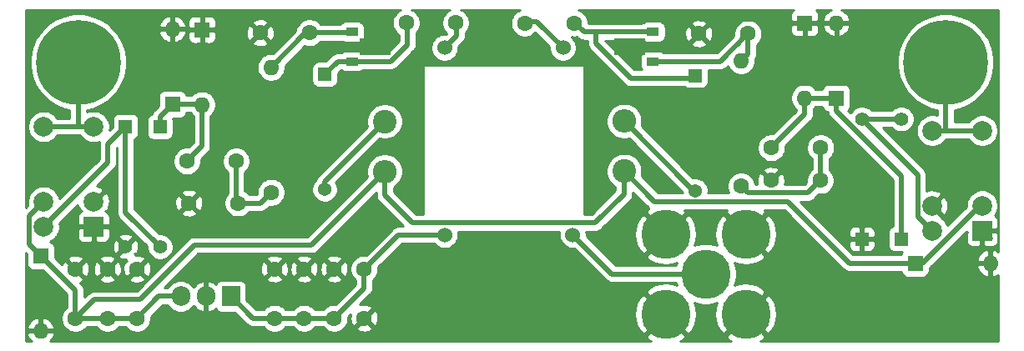
<source format=gbr>
%TF.GenerationSoftware,KiCad,Pcbnew,(5.1.9-0-10_14)*%
%TF.CreationDate,2021-03-15T18:18:09-04:00*%
%TF.ProjectId,RX Loop 100x35,5258204c-6f6f-4702-9031-30307833352e,rev?*%
%TF.SameCoordinates,Original*%
%TF.FileFunction,Copper,L1,Top*%
%TF.FilePolarity,Positive*%
%FSLAX46Y46*%
G04 Gerber Fmt 4.6, Leading zero omitted, Abs format (unit mm)*
G04 Created by KiCad (PCBNEW (5.1.9-0-10_14)) date 2021-03-15 18:18:09*
%MOMM*%
%LPD*%
G01*
G04 APERTURE LIST*
%TA.AperFunction,ComponentPad*%
%ADD10C,5.000000*%
%TD*%
%TA.AperFunction,ComponentPad*%
%ADD11C,1.600000*%
%TD*%
%TA.AperFunction,ComponentPad*%
%ADD12R,1.905000X2.000000*%
%TD*%
%TA.AperFunction,ComponentPad*%
%ADD13O,1.905000X2.000000*%
%TD*%
%TA.AperFunction,ComponentPad*%
%ADD14C,2.000000*%
%TD*%
%TA.AperFunction,ComponentPad*%
%ADD15R,2.000000X2.000000*%
%TD*%
%TA.AperFunction,ComponentPad*%
%ADD16R,1.600000X1.600000*%
%TD*%
%TA.AperFunction,ComponentPad*%
%ADD17O,1.600000X1.600000*%
%TD*%
%TA.AperFunction,ComponentPad*%
%ADD18C,8.600000*%
%TD*%
%TA.AperFunction,ComponentPad*%
%ADD19C,0.900000*%
%TD*%
%TA.AperFunction,SMDPad,CuDef*%
%ADD20C,0.100000*%
%TD*%
%TA.AperFunction,SMDPad,CuDef*%
%ADD21R,1.300000X0.900000*%
%TD*%
%TA.AperFunction,ComponentPad*%
%ADD22O,2.400000X2.400000*%
%TD*%
%TA.AperFunction,ComponentPad*%
%ADD23C,2.400000*%
%TD*%
%TA.AperFunction,ComponentPad*%
%ADD24R,1.397000X1.397000*%
%TD*%
%TA.AperFunction,ComponentPad*%
%ADD25C,1.397000*%
%TD*%
%TA.AperFunction,ComponentPad*%
%ADD26C,1.371600*%
%TD*%
%TA.AperFunction,ComponentPad*%
%ADD27R,1.371600X1.371600*%
%TD*%
%TA.AperFunction,ComponentPad*%
%ADD28C,1.524000*%
%TD*%
%TA.AperFunction,Conductor*%
%ADD29C,0.500000*%
%TD*%
%TA.AperFunction,Conductor*%
%ADD30C,0.254000*%
%TD*%
%TA.AperFunction,Conductor*%
%ADD31C,0.100000*%
%TD*%
G04 APERTURE END LIST*
D10*
%TO.P,J1,1*%
%TO.N,Net-(J1-Pad1)*%
X137650000Y-41500000D03*
%TO.P,J1,2*%
%TO.N,GND*%
X141710000Y-45560000D03*
X133590000Y-37440000D03*
X133590000Y-45560000D03*
X141710000Y-37440000D03*
%TD*%
D11*
%TO.P,C4,1*%
%TO.N,Net-(C4-Pad1)*%
X149280000Y-32000000D03*
%TO.P,C4,2*%
%TO.N,GND*%
X144280000Y-32000000D03*
%TD*%
D12*
%TO.P,U1,1*%
%TO.N,Net-(C11-Pad1)*%
X89480000Y-43770000D03*
D13*
%TO.P,U1,2*%
%TO.N,GND*%
X86940000Y-43770000D03*
%TO.P,U1,3*%
%TO.N,+12V*%
X84400000Y-43770000D03*
%TD*%
D14*
%TO.P,K2,5*%
%TO.N,Net-(K2-Pad5)*%
X165700000Y-26940000D03*
%TO.P,K2,6*%
X160620000Y-26940000D03*
%TO.P,K2,2*%
%TO.N,+12V*%
X165700000Y-34560000D03*
D15*
%TO.P,K2,1*%
%TO.N,GND*%
X165700000Y-37100000D03*
D14*
%TO.P,K2,9*%
X160620000Y-34560000D03*
%TO.P,K2,10*%
%TO.N,Net-(K2-Pad10)*%
X160620000Y-37100000D03*
%TD*%
%TO.P,K1,5*%
%TO.N,Net-(K1-Pad5)*%
X75560000Y-26540000D03*
%TO.P,K1,6*%
X70480000Y-26540000D03*
%TO.P,K1,2*%
%TO.N,GND*%
X75560000Y-34160000D03*
D15*
%TO.P,K1,1*%
X75560000Y-36700000D03*
D14*
%TO.P,K1,9*%
%TO.N,+12V*%
X70480000Y-34160000D03*
%TO.P,K1,10*%
%TO.N,Net-(K1-Pad10)*%
X70480000Y-36700000D03*
%TD*%
D16*
%TO.P,D6,1*%
%TO.N,+12V*%
X158900000Y-40400000D03*
D17*
%TO.P,D6,2*%
%TO.N,GND*%
X166520000Y-40400000D03*
%TD*%
D16*
%TO.P,D5,1*%
%TO.N,+12V*%
X70190000Y-39640000D03*
D17*
%TO.P,D5,2*%
%TO.N,GND*%
X70190000Y-47260000D03*
%TD*%
D11*
%TO.P,C5,2*%
%TO.N,GND*%
X136950000Y-17100000D03*
%TO.P,C5,1*%
%TO.N,Net-(C5-Pad1)*%
X141950000Y-17100000D03*
%TD*%
D18*
%TO.P,LOOP1,1*%
%TO.N,Net-(K1-Pad5)*%
X74000000Y-20000000D03*
D19*
X77225000Y-20000000D03*
X76280419Y-22280419D03*
X74000000Y-23225000D03*
X71719581Y-22280419D03*
X70775000Y-20000000D03*
X71719581Y-17719581D03*
X74000000Y-16775000D03*
X76280419Y-17719581D03*
%TD*%
%TO.P,LOOP2,1*%
%TO.N,Net-(K2-Pad5)*%
X164280419Y-17719581D03*
X162000000Y-16775000D03*
X159719581Y-17719581D03*
X158775000Y-20000000D03*
X159719581Y-22280419D03*
X162000000Y-23225000D03*
X164280419Y-22280419D03*
X165225000Y-20000000D03*
D18*
X162000000Y-20000000D03*
%TD*%
D11*
%TO.P,C1,2*%
%TO.N,GND*%
X85220000Y-34290000D03*
%TO.P,C1,1*%
%TO.N,Net-(C1-Pad1)*%
X90220000Y-34290000D03*
%TD*%
%TO.P,C2,1*%
%TO.N,Net-(C2-Pad1)*%
X97450000Y-17000000D03*
%TO.P,C2,2*%
%TO.N,GND*%
X92450000Y-17000000D03*
%TD*%
%TO.P,C7,2*%
%TO.N,GND*%
X93910000Y-40980000D03*
%TO.P,C7,1*%
%TO.N,Net-(C11-Pad1)*%
X93910000Y-45980000D03*
%TD*%
%TO.P,C8,1*%
%TO.N,+12V*%
X79960000Y-45990000D03*
%TO.P,C8,2*%
%TO.N,GND*%
X79960000Y-40990000D03*
%TD*%
%TO.P,C9,1*%
%TO.N,Net-(C11-Pad1)*%
X96910000Y-45980000D03*
%TO.P,C9,2*%
%TO.N,GND*%
X96910000Y-40980000D03*
%TD*%
%TO.P,C10,2*%
%TO.N,GND*%
X76960000Y-40990000D03*
%TO.P,C10,1*%
%TO.N,+12V*%
X76960000Y-45990000D03*
%TD*%
%TO.P,C11,2*%
%TO.N,GND*%
X99960000Y-40980000D03*
%TO.P,C11,1*%
%TO.N,Net-(C11-Pad1)*%
X99960000Y-45980000D03*
%TD*%
%TO.P,C12,2*%
%TO.N,Net-(C12-Pad2)*%
X107270000Y-15990000D03*
%TO.P,C12,1*%
%TO.N,/P1*%
X112270000Y-15990000D03*
%TD*%
%TO.P,C13,1*%
%TO.N,+12V*%
X73710000Y-45990000D03*
%TO.P,C13,2*%
%TO.N,GND*%
X73710000Y-40990000D03*
%TD*%
%TO.P,C14,1*%
%TO.N,GND*%
X103010000Y-45980000D03*
%TO.P,C14,2*%
%TO.N,Net-(C11-Pad1)*%
X103010000Y-40980000D03*
%TD*%
D16*
%TO.P,D1,1*%
%TO.N,Net-(C6-Pad2)*%
X150900000Y-23620000D03*
D17*
%TO.P,D1,2*%
%TO.N,GND*%
X150900000Y-16000000D03*
%TD*%
D16*
%TO.P,D2,1*%
%TO.N,Net-(C3-Pad2)*%
X83550000Y-24250000D03*
D17*
%TO.P,D2,2*%
%TO.N,GND*%
X83550000Y-16630000D03*
%TD*%
%TO.P,D3,2*%
%TO.N,Net-(C6-Pad2)*%
X147700000Y-23620000D03*
D16*
%TO.P,D3,1*%
%TO.N,GND*%
X147700000Y-16000000D03*
%TD*%
D17*
%TO.P,D4,2*%
%TO.N,Net-(C3-Pad2)*%
X86550000Y-24300000D03*
D16*
%TO.P,D4,1*%
%TO.N,GND*%
X86550000Y-16680000D03*
%TD*%
%TA.AperFunction,SMDPad,CuDef*%
D20*
%TO.P,IC1,2*%
%TO.N,GND*%
G36*
X105700000Y-19266500D02*
G01*
X102575000Y-19266500D01*
X102575000Y-18850000D01*
X101100000Y-18850000D01*
X101100000Y-17950000D01*
X102575000Y-17950000D01*
X102575000Y-17533500D01*
X105700000Y-17533500D01*
X105700000Y-19266500D01*
G37*
%TD.AperFunction*%
D21*
%TO.P,IC1,3*%
%TO.N,Net-(C12-Pad2)*%
X101750000Y-19900000D03*
%TO.P,IC1,1*%
%TO.N,Net-(C2-Pad1)*%
X101750000Y-16900000D03*
%TD*%
%TO.P,IC2,1*%
%TO.N,Net-(C5-Pad1)*%
X132300000Y-19900000D03*
%TO.P,IC2,3*%
%TO.N,Net-(C15-Pad2)*%
X132300000Y-16900000D03*
%TA.AperFunction,SMDPad,CuDef*%
D20*
%TO.P,IC2,2*%
%TO.N,GND*%
G36*
X128350000Y-17533500D02*
G01*
X131475000Y-17533500D01*
X131475000Y-17950000D01*
X132950000Y-17950000D01*
X132950000Y-18850000D01*
X131475000Y-18850000D01*
X131475000Y-19266500D01*
X128350000Y-19266500D01*
X128350000Y-17533500D01*
G37*
%TD.AperFunction*%
%TD*%
D11*
%TO.P,L1,1*%
%TO.N,Net-(C1-Pad1)*%
X93550000Y-33200000D03*
D17*
%TO.P,L1,2*%
%TO.N,Net-(C2-Pad1)*%
X93550000Y-20500000D03*
%TD*%
%TO.P,L2,2*%
%TO.N,Net-(C5-Pad1)*%
X141230000Y-19860000D03*
D11*
%TO.P,L2,1*%
%TO.N,Net-(C4-Pad1)*%
X141230000Y-32560000D03*
%TD*%
D22*
%TO.P,L3,1*%
%TO.N,+12V*%
X105100000Y-31080000D03*
D23*
%TO.P,L3,2*%
%TO.N,Net-(L3-Pad2)*%
X105100000Y-26000000D03*
%TD*%
%TO.P,L4,2*%
%TO.N,+12V*%
X129375000Y-31055000D03*
D22*
%TO.P,L4,1*%
%TO.N,Net-(L4-Pad1)*%
X129375000Y-25975000D03*
%TD*%
D24*
%TO.P,R1,1*%
%TO.N,GND*%
X153500000Y-37942000D03*
D25*
%TO.P,R1,2*%
%TO.N,Net-(K2-Pad10)*%
X153500000Y-25750000D03*
%TD*%
D26*
%TO.P,R2,2*%
%TO.N,Net-(L3-Pad2)*%
X99000000Y-32900000D03*
D27*
%TO.P,R2,1*%
%TO.N,Net-(C12-Pad2)*%
X99000000Y-21216000D03*
%TD*%
%TO.P,R3,1*%
%TO.N,Net-(C15-Pad2)*%
X136580000Y-21336000D03*
D26*
%TO.P,R3,2*%
%TO.N,Net-(L4-Pad1)*%
X136580000Y-33020000D03*
%TD*%
D25*
%TO.P,R5,2*%
%TO.N,GND*%
X78800000Y-38700000D03*
D24*
%TO.P,R5,1*%
%TO.N,Net-(K1-Pad10)*%
X78800000Y-26508000D03*
%TD*%
%TO.P,R6,1*%
%TO.N,Net-(C6-Pad2)*%
X157500000Y-37942000D03*
D25*
%TO.P,R6,2*%
%TO.N,Net-(K2-Pad10)*%
X157500000Y-25750000D03*
%TD*%
%TO.P,R7,2*%
%TO.N,Net-(K1-Pad10)*%
X82300000Y-38750000D03*
D24*
%TO.P,R7,1*%
%TO.N,Net-(C3-Pad2)*%
X82300000Y-26558000D03*
%TD*%
D28*
%TO.P,T1,1*%
%TO.N,/P1*%
X111170000Y-18520000D03*
%TO.P,T1,2*%
%TO.N,Net-(C15-Pad1)*%
X123170000Y-18520000D03*
%TO.P,T1,4*%
%TO.N,Net-(C11-Pad1)*%
X111170000Y-37520000D03*
%TO.P,T1,3*%
%TO.N,Net-(J1-Pad1)*%
X124170000Y-37520000D03*
%TD*%
D11*
%TO.P,C3,1*%
%TO.N,Net-(C1-Pad1)*%
X90020000Y-30040000D03*
%TO.P,C3,2*%
%TO.N,Net-(C3-Pad2)*%
X85020000Y-30040000D03*
%TD*%
%TO.P,C6,2*%
%TO.N,Net-(C6-Pad2)*%
X144320000Y-28680000D03*
%TO.P,C6,1*%
%TO.N,Net-(C4-Pad1)*%
X149320000Y-28680000D03*
%TD*%
%TO.P,C15,2*%
%TO.N,Net-(C15-Pad2)*%
X124280000Y-16010000D03*
%TO.P,C15,1*%
%TO.N,Net-(C15-Pad1)*%
X119280000Y-16010000D03*
%TD*%
D29*
%TO.N,GND*%
X166520000Y-37920000D02*
X165700000Y-37100000D01*
X101837500Y-18400000D02*
X102160002Y-18400000D01*
X75830002Y-34160000D02*
X75560000Y-34160000D01*
%TO.N,Net-(C1-Pad1)*%
X92460000Y-34290000D02*
X93550000Y-33200000D01*
X90220000Y-34290000D02*
X92460000Y-34290000D01*
X90020000Y-34090000D02*
X90220000Y-34290000D01*
X90020000Y-30040000D02*
X90020000Y-34090000D01*
%TO.N,Net-(C2-Pad1)*%
X97050000Y-17000000D02*
X97450000Y-17000000D01*
X93550000Y-20500000D02*
X97050000Y-17000000D01*
X101650000Y-17000000D02*
X101750000Y-16900000D01*
X97450000Y-17000000D02*
X101650000Y-17000000D01*
%TO.N,Net-(C3-Pad2)*%
X82300000Y-25500000D02*
X83550000Y-24250000D01*
X82300000Y-26558000D02*
X82300000Y-25500000D01*
X86500000Y-24250000D02*
X86550000Y-24300000D01*
X83550000Y-24250000D02*
X86500000Y-24250000D01*
X86550000Y-28510000D02*
X85020000Y-30040000D01*
X86550000Y-24300000D02*
X86550000Y-28510000D01*
%TO.N,Net-(C4-Pad1)*%
X149320000Y-31960000D02*
X149280000Y-32000000D01*
X149320000Y-28680000D02*
X149320000Y-31960000D01*
X141920001Y-33250001D02*
X141230000Y-32560000D01*
X148029999Y-33250001D02*
X141920001Y-33250001D01*
X149280000Y-32000000D02*
X148029999Y-33250001D01*
%TO.N,Net-(C5-Pad1)*%
X141950000Y-17597602D02*
X141950000Y-17100000D01*
X139150000Y-19900000D02*
X141950000Y-17100000D01*
X140800000Y-18250000D02*
X141950000Y-17100000D01*
X141950000Y-19140000D02*
X141230000Y-19860000D01*
X141950000Y-17100000D02*
X141950000Y-19140000D01*
X132300000Y-19900000D02*
X136400000Y-19900000D01*
X136400000Y-19900000D02*
X139150000Y-19900000D01*
%TO.N,Net-(C6-Pad2)*%
X150650000Y-23620000D02*
X150900000Y-23620000D01*
X147700000Y-23620000D02*
X150900000Y-23620000D01*
X157500000Y-37942000D02*
X157500000Y-31560000D01*
X150900000Y-24960000D02*
X150900000Y-23620000D01*
X157500000Y-31560000D02*
X150900000Y-24960000D01*
X147700000Y-25300000D02*
X144320000Y-28680000D01*
X147700000Y-23620000D02*
X147700000Y-25300000D01*
%TO.N,Net-(C11-Pad1)*%
X106470000Y-37520000D02*
X103010000Y-40980000D01*
X111170000Y-37520000D02*
X106470000Y-37520000D01*
X103010000Y-42930000D02*
X99960000Y-45980000D01*
X103010000Y-40980000D02*
X103010000Y-42930000D01*
X99960000Y-45980000D02*
X96910000Y-45980000D01*
X96910000Y-45980000D02*
X93910000Y-45980000D01*
X91690000Y-45980000D02*
X89480000Y-43770000D01*
X93910000Y-45980000D02*
X91690000Y-45980000D01*
%TO.N,Net-(C12-Pad2)*%
X100316000Y-19900000D02*
X99000000Y-21216000D01*
X101750000Y-19900000D02*
X100316000Y-19900000D01*
X107400000Y-18202912D02*
X107400000Y-15800000D01*
X105702912Y-19900000D02*
X107400000Y-18202912D01*
X101750000Y-19900000D02*
X105702912Y-19900000D01*
%TO.N,/P1*%
X112400000Y-17290000D02*
X111170000Y-18520000D01*
X112380000Y-15640000D02*
X112380000Y-17130000D01*
%TO.N,Net-(J1-Pad1)*%
X128150000Y-41500000D02*
X137650000Y-41500000D01*
X124170000Y-37520000D02*
X128150000Y-41500000D01*
%TO.N,Net-(L3-Pad2)*%
X99000000Y-32100000D02*
X99000000Y-32900000D01*
X105100000Y-26000000D02*
X99000000Y-32100000D01*
%TO.N,Net-(L4-Pad1)*%
X136420000Y-33020000D02*
X136580000Y-33020000D01*
X129375000Y-25975000D02*
X136420000Y-33020000D01*
%TO.N,Net-(K1-Pad10)*%
X78800000Y-26508000D02*
X78800000Y-28120000D01*
X78800000Y-35250000D02*
X82300000Y-38750000D01*
X78800000Y-26508000D02*
X78800000Y-35250000D01*
X77010001Y-28297999D02*
X78800000Y-26508000D01*
X77010001Y-30169999D02*
X77010001Y-28297999D01*
X70480000Y-36700000D02*
X77010001Y-30169999D01*
%TO.N,Net-(K2-Pad10)*%
X153500000Y-25750000D02*
X157500000Y-25750000D01*
X159169999Y-31419999D02*
X153500000Y-25750000D01*
X159169999Y-35649999D02*
X159169999Y-31419999D01*
X160620000Y-37100000D02*
X159169999Y-35649999D01*
%TO.N,+12V*%
X165429998Y-34560000D02*
X165700000Y-34560000D01*
X159589998Y-40400000D02*
X165429998Y-34560000D01*
X158900000Y-40400000D02*
X159589998Y-40400000D01*
X129350000Y-31080000D02*
X129375000Y-31055000D01*
X105389954Y-30379992D02*
X104810046Y-30379992D01*
X104810046Y-30379992D02*
X104605019Y-30585019D01*
X70480000Y-34160000D02*
X70480000Y-34553998D01*
X132475801Y-34155801D02*
X145995801Y-34155801D01*
X129375000Y-31055000D02*
X132475801Y-34155801D01*
X152240000Y-40400000D02*
X158900000Y-40400000D01*
X145995801Y-34155801D02*
X152240000Y-40400000D01*
X82180000Y-43770000D02*
X79960000Y-45990000D01*
X84400000Y-43770000D02*
X82180000Y-43770000D01*
X79960000Y-45990000D02*
X76960000Y-45990000D01*
X76960000Y-45990000D02*
X73710000Y-45990000D01*
X73710000Y-43160000D02*
X70190000Y-39640000D01*
X73710000Y-45990000D02*
X73710000Y-43160000D01*
X69029999Y-35610001D02*
X70480000Y-34160000D01*
X69029999Y-38479999D02*
X69029999Y-35610001D01*
X70190000Y-39640000D02*
X69029999Y-38479999D01*
X73710000Y-45990000D02*
X75610000Y-44090000D01*
X75610000Y-44090000D02*
X80270000Y-44090000D01*
X80270000Y-44090000D02*
X85800000Y-38560000D01*
X97620000Y-38560000D02*
X105100000Y-31080000D01*
X85800000Y-38560000D02*
X97620000Y-38560000D01*
X105100000Y-31080000D02*
X105100000Y-33500000D01*
X105100000Y-33500000D02*
X107910000Y-36310000D01*
X107912001Y-36307999D02*
X126447999Y-36307999D01*
X107910000Y-36310000D02*
X107912001Y-36307999D01*
X129375000Y-33380998D02*
X129375000Y-31055000D01*
X126447999Y-36307999D02*
X129375000Y-33380998D01*
%TO.N,Net-(C15-Pad2)*%
X132536412Y-16900000D02*
X132300000Y-16900000D01*
X125300000Y-16900000D02*
X124260000Y-15860000D01*
X126540000Y-16900000D02*
X125300000Y-16900000D01*
X132300000Y-16900000D02*
X126540000Y-16900000D01*
X136300000Y-21616000D02*
X136580000Y-21336000D01*
X126540000Y-18092912D02*
X130063088Y-21616000D01*
X126540000Y-16900000D02*
X126540000Y-18092912D01*
X130063088Y-21616000D02*
X134244000Y-21616000D01*
X134244000Y-21616000D02*
X136300000Y-21616000D01*
%TO.N,Net-(C15-Pad1)*%
X120510000Y-15860000D02*
X123170000Y-18520000D01*
X119260000Y-15860000D02*
X120510000Y-15860000D01*
%TO.N,Net-(K1-Pad5)*%
X74000000Y-20000000D02*
X74000000Y-22760000D01*
X74000000Y-26430000D02*
X74110000Y-26540000D01*
X74000000Y-20000000D02*
X74000000Y-26430000D01*
X74110000Y-26540000D02*
X75300000Y-26540000D01*
X70220000Y-26540000D02*
X74110000Y-26540000D01*
%TO.N,Net-(K2-Pad5)*%
X160620000Y-26940000D02*
X160940000Y-26940000D01*
X162000000Y-22000000D02*
X160620000Y-23380000D01*
X162000000Y-20000000D02*
X162000000Y-22000000D01*
X162000000Y-20000000D02*
X162000000Y-26870000D01*
X162000000Y-26870000D02*
X162070000Y-26940000D01*
X162070000Y-26940000D02*
X165700000Y-26940000D01*
X160940000Y-26940000D02*
X162070000Y-26940000D01*
%TD*%
D30*
%TO.N,GND*%
X106590273Y-14718320D02*
X106355241Y-14875363D01*
X106155363Y-15075241D01*
X105998320Y-15310273D01*
X105890147Y-15571426D01*
X105835000Y-15848665D01*
X105835000Y-16131335D01*
X105890147Y-16408574D01*
X105998320Y-16669727D01*
X106155363Y-16904759D01*
X106355241Y-17104637D01*
X106515000Y-17211385D01*
X106515000Y-17836333D01*
X105336334Y-19015000D01*
X102864468Y-19015000D01*
X102851185Y-18998815D01*
X102754494Y-18919463D01*
X102644180Y-18860498D01*
X102524482Y-18824188D01*
X102400000Y-18811928D01*
X101100000Y-18811928D01*
X100975518Y-18824188D01*
X100855820Y-18860498D01*
X100745506Y-18919463D01*
X100648815Y-18998815D01*
X100635532Y-19015000D01*
X100359466Y-19015000D01*
X100315999Y-19010719D01*
X100272533Y-19015000D01*
X100272523Y-19015000D01*
X100142510Y-19027805D01*
X99975687Y-19078411D01*
X99821941Y-19160589D01*
X99794052Y-19183477D01*
X99720953Y-19243468D01*
X99720951Y-19243470D01*
X99687183Y-19271183D01*
X99659470Y-19304951D01*
X99072293Y-19892128D01*
X98314200Y-19892128D01*
X98189718Y-19904388D01*
X98070020Y-19940698D01*
X97959706Y-19999663D01*
X97863015Y-20079015D01*
X97783663Y-20175706D01*
X97724698Y-20286020D01*
X97688388Y-20405718D01*
X97676128Y-20530200D01*
X97676128Y-21901800D01*
X97688388Y-22026282D01*
X97724698Y-22145980D01*
X97783663Y-22256294D01*
X97863015Y-22352985D01*
X97959706Y-22432337D01*
X98070020Y-22491302D01*
X98189718Y-22527612D01*
X98314200Y-22539872D01*
X99685800Y-22539872D01*
X99810282Y-22527612D01*
X99929980Y-22491302D01*
X100040294Y-22432337D01*
X100136985Y-22352985D01*
X100216337Y-22256294D01*
X100275302Y-22145980D01*
X100311612Y-22026282D01*
X100323872Y-21901800D01*
X100323872Y-21143707D01*
X100658470Y-20809109D01*
X100745506Y-20880537D01*
X100855820Y-20939502D01*
X100975518Y-20975812D01*
X101100000Y-20988072D01*
X102400000Y-20988072D01*
X102524482Y-20975812D01*
X102644180Y-20939502D01*
X102754494Y-20880537D01*
X102851185Y-20801185D01*
X102864468Y-20785000D01*
X105659443Y-20785000D01*
X105702912Y-20789281D01*
X105746381Y-20785000D01*
X105746389Y-20785000D01*
X105876402Y-20772195D01*
X106043225Y-20721589D01*
X106196971Y-20639411D01*
X106331729Y-20528817D01*
X106359446Y-20495044D01*
X107995050Y-18859441D01*
X108028817Y-18831729D01*
X108085317Y-18762885D01*
X108139411Y-18696971D01*
X108197485Y-18588320D01*
X108221589Y-18543225D01*
X108272195Y-18376402D01*
X108285000Y-18246389D01*
X108285000Y-18246381D01*
X108289281Y-18202912D01*
X108285000Y-18159443D01*
X108285000Y-17004396D01*
X108384637Y-16904759D01*
X108541680Y-16669727D01*
X108649853Y-16408574D01*
X108705000Y-16131335D01*
X108705000Y-15848665D01*
X108649853Y-15571426D01*
X108541680Y-15310273D01*
X108384637Y-15075241D01*
X108184759Y-14875363D01*
X107949727Y-14718320D01*
X107808930Y-14660000D01*
X111731070Y-14660000D01*
X111590273Y-14718320D01*
X111355241Y-14875363D01*
X111155363Y-15075241D01*
X110998320Y-15310273D01*
X110890147Y-15571426D01*
X110835000Y-15848665D01*
X110835000Y-16131335D01*
X110890147Y-16408574D01*
X110998320Y-16669727D01*
X111155363Y-16904759D01*
X111344513Y-17093909D01*
X111314122Y-17124299D01*
X111307592Y-17123000D01*
X111032408Y-17123000D01*
X110762510Y-17176686D01*
X110508273Y-17281995D01*
X110279465Y-17434880D01*
X110084880Y-17629465D01*
X109931995Y-17858273D01*
X109826686Y-18112510D01*
X109773000Y-18382408D01*
X109773000Y-18657592D01*
X109826686Y-18927490D01*
X109931995Y-19181727D01*
X110084880Y-19410535D01*
X110279465Y-19605120D01*
X110508273Y-19758005D01*
X110762510Y-19863314D01*
X111032408Y-19917000D01*
X111307592Y-19917000D01*
X111577490Y-19863314D01*
X111831727Y-19758005D01*
X112060535Y-19605120D01*
X112255120Y-19410535D01*
X112408005Y-19181727D01*
X112513314Y-18927490D01*
X112567000Y-18657592D01*
X112567000Y-18382408D01*
X112565701Y-18375878D01*
X113056532Y-17885047D01*
X113139411Y-17784059D01*
X113221589Y-17630314D01*
X113272195Y-17463490D01*
X113289281Y-17290000D01*
X113272195Y-17116510D01*
X113265000Y-17092792D01*
X113265000Y-17024396D01*
X113384637Y-16904759D01*
X113541680Y-16669727D01*
X113649853Y-16408574D01*
X113705000Y-16131335D01*
X113705000Y-15848665D01*
X113649853Y-15571426D01*
X113541680Y-15310273D01*
X113384637Y-15075241D01*
X113184759Y-14875363D01*
X112949727Y-14718320D01*
X112808930Y-14660000D01*
X118789354Y-14660000D01*
X118600273Y-14738320D01*
X118365241Y-14895363D01*
X118165363Y-15095241D01*
X118008320Y-15330273D01*
X117900147Y-15591426D01*
X117845000Y-15868665D01*
X117845000Y-16151335D01*
X117900147Y-16428574D01*
X118008320Y-16689727D01*
X118165363Y-16924759D01*
X118365241Y-17124637D01*
X118600273Y-17281680D01*
X118861426Y-17389853D01*
X119138665Y-17445000D01*
X119421335Y-17445000D01*
X119698574Y-17389853D01*
X119959727Y-17281680D01*
X120194759Y-17124637D01*
X120358909Y-16960487D01*
X121774299Y-18375878D01*
X121773000Y-18382408D01*
X121773000Y-18657592D01*
X121826686Y-18927490D01*
X121931995Y-19181727D01*
X122084880Y-19410535D01*
X122279465Y-19605120D01*
X122508273Y-19758005D01*
X122762510Y-19863314D01*
X123032408Y-19917000D01*
X123307592Y-19917000D01*
X123577490Y-19863314D01*
X123831727Y-19758005D01*
X124060535Y-19605120D01*
X124255120Y-19410535D01*
X124408005Y-19181727D01*
X124513314Y-18927490D01*
X124567000Y-18657592D01*
X124567000Y-18382408D01*
X124513314Y-18112510D01*
X124408005Y-17858273D01*
X124255120Y-17629465D01*
X124060535Y-17434880D01*
X124048982Y-17427161D01*
X124138665Y-17445000D01*
X124421335Y-17445000D01*
X124564870Y-17416449D01*
X124643470Y-17495049D01*
X124671183Y-17528817D01*
X124704951Y-17556530D01*
X124704953Y-17556532D01*
X124726354Y-17574095D01*
X124805941Y-17639411D01*
X124959687Y-17721589D01*
X125126510Y-17772195D01*
X125256523Y-17785000D01*
X125256533Y-17785000D01*
X125299999Y-17789281D01*
X125343465Y-17785000D01*
X125655001Y-17785000D01*
X125655001Y-18049434D01*
X125650719Y-18092912D01*
X125667805Y-18266402D01*
X125718412Y-18433225D01*
X125800590Y-18586971D01*
X125883468Y-18687958D01*
X125883471Y-18687961D01*
X125911184Y-18721729D01*
X125944951Y-18749441D01*
X129406558Y-22211049D01*
X129434271Y-22244817D01*
X129468039Y-22272530D01*
X129468041Y-22272532D01*
X129547325Y-22337599D01*
X129569029Y-22355411D01*
X129722775Y-22437589D01*
X129889598Y-22488195D01*
X130019611Y-22501000D01*
X130019619Y-22501000D01*
X130063088Y-22505281D01*
X130106557Y-22501000D01*
X135477151Y-22501000D01*
X135539706Y-22552337D01*
X135650020Y-22611302D01*
X135769718Y-22647612D01*
X135894200Y-22659872D01*
X137265800Y-22659872D01*
X137390282Y-22647612D01*
X137509980Y-22611302D01*
X137620294Y-22552337D01*
X137716985Y-22472985D01*
X137796337Y-22376294D01*
X137855302Y-22265980D01*
X137891612Y-22146282D01*
X137903872Y-22021800D01*
X137903872Y-20785000D01*
X139106531Y-20785000D01*
X139150000Y-20789281D01*
X139193469Y-20785000D01*
X139193477Y-20785000D01*
X139323490Y-20772195D01*
X139490313Y-20721589D01*
X139644059Y-20639411D01*
X139778817Y-20528817D01*
X139806534Y-20495044D01*
X139900776Y-20400802D01*
X139958320Y-20539727D01*
X140115363Y-20774759D01*
X140315241Y-20974637D01*
X140550273Y-21131680D01*
X140811426Y-21239853D01*
X141088665Y-21295000D01*
X141371335Y-21295000D01*
X141648574Y-21239853D01*
X141909727Y-21131680D01*
X142144759Y-20974637D01*
X142344637Y-20774759D01*
X142501680Y-20539727D01*
X142609853Y-20278574D01*
X142665000Y-20001335D01*
X142665000Y-19718665D01*
X142656216Y-19674507D01*
X142668379Y-19659687D01*
X142689411Y-19634059D01*
X142750543Y-19519687D01*
X142753612Y-19513945D01*
X157065000Y-19513945D01*
X157065000Y-20486055D01*
X157254650Y-21439486D01*
X157626660Y-22337599D01*
X158166735Y-23145879D01*
X158854121Y-23833265D01*
X159662401Y-24373340D01*
X160560514Y-24745350D01*
X161115001Y-24855645D01*
X161115001Y-25375325D01*
X161096912Y-25367832D01*
X160781033Y-25305000D01*
X160458967Y-25305000D01*
X160143088Y-25367832D01*
X159845537Y-25491082D01*
X159577748Y-25670013D01*
X159350013Y-25897748D01*
X159171082Y-26165537D01*
X159047832Y-26463088D01*
X158985000Y-26778967D01*
X158985000Y-27101033D01*
X159047832Y-27416912D01*
X159171082Y-27714463D01*
X159350013Y-27982252D01*
X159577748Y-28209987D01*
X159845537Y-28388918D01*
X160143088Y-28512168D01*
X160458967Y-28575000D01*
X160781033Y-28575000D01*
X161096912Y-28512168D01*
X161394463Y-28388918D01*
X161662252Y-28209987D01*
X161889987Y-27982252D01*
X161995059Y-27825000D01*
X162026531Y-27825000D01*
X162070000Y-27829281D01*
X162113469Y-27825000D01*
X164324941Y-27825000D01*
X164430013Y-27982252D01*
X164657748Y-28209987D01*
X164925537Y-28388918D01*
X165223088Y-28512168D01*
X165538967Y-28575000D01*
X165861033Y-28575000D01*
X166176912Y-28512168D01*
X166474463Y-28388918D01*
X166742252Y-28209987D01*
X166969987Y-27982252D01*
X167148918Y-27714463D01*
X167272168Y-27416912D01*
X167335000Y-27101033D01*
X167335000Y-26778967D01*
X167272168Y-26463088D01*
X167148918Y-26165537D01*
X166969987Y-25897748D01*
X166742252Y-25670013D01*
X166474463Y-25491082D01*
X166176912Y-25367832D01*
X165861033Y-25305000D01*
X165538967Y-25305000D01*
X165223088Y-25367832D01*
X164925537Y-25491082D01*
X164657748Y-25670013D01*
X164430013Y-25897748D01*
X164324941Y-26055000D01*
X162885000Y-26055000D01*
X162885000Y-24855645D01*
X163439486Y-24745350D01*
X164337599Y-24373340D01*
X165145879Y-23833265D01*
X165833265Y-23145879D01*
X166373340Y-22337599D01*
X166745350Y-21439486D01*
X166935000Y-20486055D01*
X166935000Y-19513945D01*
X166745350Y-18560514D01*
X166373340Y-17662401D01*
X165833265Y-16854121D01*
X165145879Y-16166735D01*
X164337599Y-15626660D01*
X163439486Y-15254650D01*
X162486055Y-15065000D01*
X161513945Y-15065000D01*
X160560514Y-15254650D01*
X159662401Y-15626660D01*
X158854121Y-16166735D01*
X158166735Y-16854121D01*
X157626660Y-17662401D01*
X157254650Y-18560514D01*
X157065000Y-19513945D01*
X142753612Y-19513945D01*
X142771589Y-19480313D01*
X142822195Y-19313490D01*
X142835000Y-19183477D01*
X142835000Y-19183469D01*
X142839281Y-19140000D01*
X142835000Y-19096531D01*
X142835000Y-18234521D01*
X142864759Y-18214637D01*
X143064637Y-18014759D01*
X143221680Y-17779727D01*
X143329853Y-17518574D01*
X143385000Y-17241335D01*
X143385000Y-16958665D01*
X143353440Y-16800000D01*
X146261928Y-16800000D01*
X146274188Y-16924482D01*
X146310498Y-17044180D01*
X146369463Y-17154494D01*
X146448815Y-17251185D01*
X146545506Y-17330537D01*
X146655820Y-17389502D01*
X146775518Y-17425812D01*
X146900000Y-17438072D01*
X147414250Y-17435000D01*
X147573000Y-17276250D01*
X147573000Y-16127000D01*
X147827000Y-16127000D01*
X147827000Y-17276250D01*
X147985750Y-17435000D01*
X148500000Y-17438072D01*
X148624482Y-17425812D01*
X148744180Y-17389502D01*
X148854494Y-17330537D01*
X148951185Y-17251185D01*
X149030537Y-17154494D01*
X149089502Y-17044180D01*
X149125812Y-16924482D01*
X149138072Y-16800000D01*
X149135379Y-16349040D01*
X149508091Y-16349040D01*
X149602930Y-16613881D01*
X149747615Y-16855131D01*
X149936586Y-17063519D01*
X150162580Y-17231037D01*
X150416913Y-17351246D01*
X150550961Y-17391904D01*
X150773000Y-17269915D01*
X150773000Y-16127000D01*
X151027000Y-16127000D01*
X151027000Y-17269915D01*
X151249039Y-17391904D01*
X151383087Y-17351246D01*
X151637420Y-17231037D01*
X151863414Y-17063519D01*
X152052385Y-16855131D01*
X152197070Y-16613881D01*
X152291909Y-16349040D01*
X152170624Y-16127000D01*
X151027000Y-16127000D01*
X150773000Y-16127000D01*
X149629376Y-16127000D01*
X149508091Y-16349040D01*
X149135379Y-16349040D01*
X149135000Y-16285750D01*
X148976250Y-16127000D01*
X147827000Y-16127000D01*
X147573000Y-16127000D01*
X146423750Y-16127000D01*
X146265000Y-16285750D01*
X146261928Y-16800000D01*
X143353440Y-16800000D01*
X143329853Y-16681426D01*
X143221680Y-16420273D01*
X143064637Y-16185241D01*
X142864759Y-15985363D01*
X142629727Y-15828320D01*
X142368574Y-15720147D01*
X142091335Y-15665000D01*
X141808665Y-15665000D01*
X141531426Y-15720147D01*
X141270273Y-15828320D01*
X141035241Y-15985363D01*
X140835363Y-16185241D01*
X140678320Y-16420273D01*
X140570147Y-16681426D01*
X140515000Y-16958665D01*
X140515000Y-17241335D01*
X140521983Y-17276439D01*
X138783422Y-19015000D01*
X133414468Y-19015000D01*
X133401185Y-18998815D01*
X133304494Y-18919463D01*
X133194180Y-18860498D01*
X133074482Y-18824188D01*
X132950000Y-18811928D01*
X131650000Y-18811928D01*
X131525518Y-18824188D01*
X131405820Y-18860498D01*
X131295506Y-18919463D01*
X131198815Y-18998815D01*
X131119463Y-19095506D01*
X131060498Y-19205820D01*
X131024188Y-19325518D01*
X131011928Y-19450000D01*
X131011928Y-20350000D01*
X131024188Y-20474482D01*
X131060498Y-20594180D01*
X131119463Y-20704494D01*
X131141216Y-20731000D01*
X130429667Y-20731000D01*
X127791369Y-18092702D01*
X136136903Y-18092702D01*
X136208486Y-18336671D01*
X136463996Y-18457571D01*
X136738184Y-18526300D01*
X137020512Y-18540217D01*
X137300130Y-18498787D01*
X137566292Y-18403603D01*
X137691514Y-18336671D01*
X137763097Y-18092702D01*
X136950000Y-17279605D01*
X136136903Y-18092702D01*
X127791369Y-18092702D01*
X127483666Y-17785000D01*
X131185532Y-17785000D01*
X131198815Y-17801185D01*
X131295506Y-17880537D01*
X131405820Y-17939502D01*
X131525518Y-17975812D01*
X131650000Y-17988072D01*
X132950000Y-17988072D01*
X133074482Y-17975812D01*
X133194180Y-17939502D01*
X133304494Y-17880537D01*
X133401185Y-17801185D01*
X133480537Y-17704494D01*
X133539502Y-17594180D01*
X133575812Y-17474482D01*
X133588072Y-17350000D01*
X133588072Y-17170512D01*
X135509783Y-17170512D01*
X135551213Y-17450130D01*
X135646397Y-17716292D01*
X135713329Y-17841514D01*
X135957298Y-17913097D01*
X136770395Y-17100000D01*
X137129605Y-17100000D01*
X137942702Y-17913097D01*
X138186671Y-17841514D01*
X138307571Y-17586004D01*
X138376300Y-17311816D01*
X138390217Y-17029488D01*
X138348787Y-16749870D01*
X138253603Y-16483708D01*
X138186671Y-16358486D01*
X137942702Y-16286903D01*
X137129605Y-17100000D01*
X136770395Y-17100000D01*
X135957298Y-16286903D01*
X135713329Y-16358486D01*
X135592429Y-16613996D01*
X135523700Y-16888184D01*
X135509783Y-17170512D01*
X133588072Y-17170512D01*
X133588072Y-16450000D01*
X133575812Y-16325518D01*
X133539502Y-16205820D01*
X133486841Y-16107298D01*
X136136903Y-16107298D01*
X136950000Y-16920395D01*
X137763097Y-16107298D01*
X137691514Y-15863329D01*
X137436004Y-15742429D01*
X137161816Y-15673700D01*
X136879488Y-15659783D01*
X136599870Y-15701213D01*
X136333708Y-15796397D01*
X136208486Y-15863329D01*
X136136903Y-16107298D01*
X133486841Y-16107298D01*
X133480537Y-16095506D01*
X133401185Y-15998815D01*
X133304494Y-15919463D01*
X133194180Y-15860498D01*
X133074482Y-15824188D01*
X132950000Y-15811928D01*
X131650000Y-15811928D01*
X131525518Y-15824188D01*
X131405820Y-15860498D01*
X131295506Y-15919463D01*
X131198815Y-15998815D01*
X131185532Y-16015000D01*
X126583476Y-16015000D01*
X126540000Y-16010718D01*
X126496523Y-16015000D01*
X125715000Y-16015000D01*
X125715000Y-15868665D01*
X125659853Y-15591426D01*
X125551680Y-15330273D01*
X125394637Y-15095241D01*
X125194759Y-14895363D01*
X124959727Y-14738320D01*
X124770646Y-14660000D01*
X146563210Y-14660000D01*
X146545506Y-14669463D01*
X146448815Y-14748815D01*
X146369463Y-14845506D01*
X146310498Y-14955820D01*
X146274188Y-15075518D01*
X146261928Y-15200000D01*
X146265000Y-15714250D01*
X146423750Y-15873000D01*
X147573000Y-15873000D01*
X147573000Y-15853000D01*
X147827000Y-15853000D01*
X147827000Y-15873000D01*
X148976250Y-15873000D01*
X149135000Y-15714250D01*
X149138072Y-15200000D01*
X149125812Y-15075518D01*
X149089502Y-14955820D01*
X149030537Y-14845506D01*
X148951185Y-14748815D01*
X148854494Y-14669463D01*
X148836790Y-14660000D01*
X150393119Y-14660000D01*
X150162580Y-14768963D01*
X149936586Y-14936481D01*
X149747615Y-15144869D01*
X149602930Y-15386119D01*
X149508091Y-15650960D01*
X149629376Y-15873000D01*
X150773000Y-15873000D01*
X150773000Y-15853000D01*
X151027000Y-15853000D01*
X151027000Y-15873000D01*
X152170624Y-15873000D01*
X152291909Y-15650960D01*
X152197070Y-15386119D01*
X152052385Y-15144869D01*
X151863414Y-14936481D01*
X151637420Y-14768963D01*
X151406881Y-14660000D01*
X167340001Y-14660000D01*
X167340000Y-39226546D01*
X167133881Y-39102930D01*
X166869040Y-39008091D01*
X166647000Y-39129376D01*
X166647000Y-40273000D01*
X166667000Y-40273000D01*
X166667000Y-40527000D01*
X166647000Y-40527000D01*
X166647000Y-41670624D01*
X166869040Y-41791909D01*
X167133881Y-41697070D01*
X167340000Y-41573454D01*
X167340000Y-48340000D01*
X143160126Y-48340000D01*
X143457373Y-48181118D01*
X143733543Y-47763148D01*
X141710000Y-45739605D01*
X139686457Y-47763148D01*
X139962627Y-48181118D01*
X140260632Y-48340000D01*
X135040126Y-48340000D01*
X135337373Y-48181118D01*
X135613543Y-47763148D01*
X133590000Y-45739605D01*
X131566457Y-47763148D01*
X131842627Y-48181118D01*
X132140632Y-48340000D01*
X71131180Y-48340000D01*
X71153414Y-48323519D01*
X71342385Y-48115131D01*
X71487070Y-47873881D01*
X71581909Y-47609040D01*
X71460624Y-47387000D01*
X70317000Y-47387000D01*
X70317000Y-47407000D01*
X70063000Y-47407000D01*
X70063000Y-47387000D01*
X68919376Y-47387000D01*
X68798091Y-47609040D01*
X68892930Y-47873881D01*
X69037615Y-48115131D01*
X69226586Y-48323519D01*
X69248820Y-48340000D01*
X68660000Y-48340000D01*
X68660000Y-46910960D01*
X68798091Y-46910960D01*
X68919376Y-47133000D01*
X70063000Y-47133000D01*
X70063000Y-45990085D01*
X70317000Y-45990085D01*
X70317000Y-47133000D01*
X71460624Y-47133000D01*
X71581909Y-46910960D01*
X71487070Y-46646119D01*
X71342385Y-46404869D01*
X71153414Y-46196481D01*
X70927420Y-46028963D01*
X70673087Y-45908754D01*
X70539039Y-45868096D01*
X70317000Y-45990085D01*
X70063000Y-45990085D01*
X69840961Y-45868096D01*
X69706913Y-45908754D01*
X69452580Y-46028963D01*
X69226586Y-46196481D01*
X69037615Y-46404869D01*
X68892930Y-46646119D01*
X68798091Y-46910960D01*
X68660000Y-46910960D01*
X68660000Y-39361578D01*
X68751928Y-39453506D01*
X68751928Y-40440000D01*
X68764188Y-40564482D01*
X68800498Y-40684180D01*
X68859463Y-40794494D01*
X68938815Y-40891185D01*
X69035506Y-40970537D01*
X69145820Y-41029502D01*
X69265518Y-41065812D01*
X69390000Y-41078072D01*
X70376494Y-41078072D01*
X72825001Y-43526580D01*
X72825000Y-44855478D01*
X72795241Y-44875363D01*
X72595363Y-45075241D01*
X72438320Y-45310273D01*
X72330147Y-45571426D01*
X72275000Y-45848665D01*
X72275000Y-46131335D01*
X72330147Y-46408574D01*
X72438320Y-46669727D01*
X72595363Y-46904759D01*
X72795241Y-47104637D01*
X73030273Y-47261680D01*
X73291426Y-47369853D01*
X73568665Y-47425000D01*
X73851335Y-47425000D01*
X74128574Y-47369853D01*
X74389727Y-47261680D01*
X74624759Y-47104637D01*
X74824637Y-46904759D01*
X74844521Y-46875000D01*
X75825479Y-46875000D01*
X75845363Y-46904759D01*
X76045241Y-47104637D01*
X76280273Y-47261680D01*
X76541426Y-47369853D01*
X76818665Y-47425000D01*
X77101335Y-47425000D01*
X77378574Y-47369853D01*
X77639727Y-47261680D01*
X77874759Y-47104637D01*
X78074637Y-46904759D01*
X78094521Y-46875000D01*
X78825479Y-46875000D01*
X78845363Y-46904759D01*
X79045241Y-47104637D01*
X79280273Y-47261680D01*
X79541426Y-47369853D01*
X79818665Y-47425000D01*
X80101335Y-47425000D01*
X80378574Y-47369853D01*
X80639727Y-47261680D01*
X80874759Y-47104637D01*
X81074637Y-46904759D01*
X81231680Y-46669727D01*
X81339853Y-46408574D01*
X81395000Y-46131335D01*
X81395000Y-45848665D01*
X81388017Y-45813561D01*
X82546579Y-44655000D01*
X83047606Y-44655000D01*
X83073655Y-44703734D01*
X83272037Y-44945463D01*
X83513765Y-45143845D01*
X83789551Y-45291255D01*
X84088796Y-45382030D01*
X84400000Y-45412681D01*
X84711203Y-45382030D01*
X85010448Y-45291255D01*
X85286234Y-45143845D01*
X85527963Y-44945463D01*
X85675163Y-44766101D01*
X85830563Y-44951315D01*
X86073077Y-45145969D01*
X86348906Y-45289571D01*
X86567020Y-45360563D01*
X86813000Y-45240594D01*
X86813000Y-43897000D01*
X86793000Y-43897000D01*
X86793000Y-43643000D01*
X86813000Y-43643000D01*
X86813000Y-42299406D01*
X86567020Y-42179437D01*
X86348906Y-42250429D01*
X86073077Y-42394031D01*
X85830563Y-42588685D01*
X85675162Y-42773900D01*
X85527963Y-42594537D01*
X85286235Y-42396155D01*
X85010449Y-42248745D01*
X84711204Y-42157970D01*
X84400000Y-42127319D01*
X84088797Y-42157970D01*
X83789552Y-42248745D01*
X83513766Y-42396155D01*
X83272037Y-42594537D01*
X83073655Y-42836265D01*
X83047606Y-42885000D01*
X82726578Y-42885000D01*
X83638876Y-41972702D01*
X93096903Y-41972702D01*
X93168486Y-42216671D01*
X93423996Y-42337571D01*
X93698184Y-42406300D01*
X93980512Y-42420217D01*
X94260130Y-42378787D01*
X94526292Y-42283603D01*
X94651514Y-42216671D01*
X94723097Y-41972702D01*
X96096903Y-41972702D01*
X96168486Y-42216671D01*
X96423996Y-42337571D01*
X96698184Y-42406300D01*
X96980512Y-42420217D01*
X97260130Y-42378787D01*
X97526292Y-42283603D01*
X97651514Y-42216671D01*
X97723097Y-41972702D01*
X99146903Y-41972702D01*
X99218486Y-42216671D01*
X99473996Y-42337571D01*
X99748184Y-42406300D01*
X100030512Y-42420217D01*
X100310130Y-42378787D01*
X100576292Y-42283603D01*
X100701514Y-42216671D01*
X100773097Y-41972702D01*
X99960000Y-41159605D01*
X99146903Y-41972702D01*
X97723097Y-41972702D01*
X96910000Y-41159605D01*
X96096903Y-41972702D01*
X94723097Y-41972702D01*
X93910000Y-41159605D01*
X93096903Y-41972702D01*
X83638876Y-41972702D01*
X84561066Y-41050512D01*
X92469783Y-41050512D01*
X92511213Y-41330130D01*
X92606397Y-41596292D01*
X92673329Y-41721514D01*
X92917298Y-41793097D01*
X93730395Y-40980000D01*
X94089605Y-40980000D01*
X94902702Y-41793097D01*
X95146671Y-41721514D01*
X95267571Y-41466004D01*
X95336300Y-41191816D01*
X95343265Y-41050512D01*
X95469783Y-41050512D01*
X95511213Y-41330130D01*
X95606397Y-41596292D01*
X95673329Y-41721514D01*
X95917298Y-41793097D01*
X96730395Y-40980000D01*
X97089605Y-40980000D01*
X97902702Y-41793097D01*
X98146671Y-41721514D01*
X98267571Y-41466004D01*
X98336300Y-41191816D01*
X98343265Y-41050512D01*
X98519783Y-41050512D01*
X98561213Y-41330130D01*
X98656397Y-41596292D01*
X98723329Y-41721514D01*
X98967298Y-41793097D01*
X99780395Y-40980000D01*
X100139605Y-40980000D01*
X100952702Y-41793097D01*
X101196671Y-41721514D01*
X101317571Y-41466004D01*
X101386300Y-41191816D01*
X101400217Y-40909488D01*
X101358787Y-40629870D01*
X101263603Y-40363708D01*
X101196671Y-40238486D01*
X100952702Y-40166903D01*
X100139605Y-40980000D01*
X99780395Y-40980000D01*
X98967298Y-40166903D01*
X98723329Y-40238486D01*
X98602429Y-40493996D01*
X98533700Y-40768184D01*
X98519783Y-41050512D01*
X98343265Y-41050512D01*
X98350217Y-40909488D01*
X98308787Y-40629870D01*
X98213603Y-40363708D01*
X98146671Y-40238486D01*
X97902702Y-40166903D01*
X97089605Y-40980000D01*
X96730395Y-40980000D01*
X95917298Y-40166903D01*
X95673329Y-40238486D01*
X95552429Y-40493996D01*
X95483700Y-40768184D01*
X95469783Y-41050512D01*
X95343265Y-41050512D01*
X95350217Y-40909488D01*
X95308787Y-40629870D01*
X95213603Y-40363708D01*
X95146671Y-40238486D01*
X94902702Y-40166903D01*
X94089605Y-40980000D01*
X93730395Y-40980000D01*
X92917298Y-40166903D01*
X92673329Y-40238486D01*
X92552429Y-40493996D01*
X92483700Y-40768184D01*
X92469783Y-41050512D01*
X84561066Y-41050512D01*
X85624280Y-39987298D01*
X93096903Y-39987298D01*
X93910000Y-40800395D01*
X94723097Y-39987298D01*
X96096903Y-39987298D01*
X96910000Y-40800395D01*
X97723097Y-39987298D01*
X99146903Y-39987298D01*
X99960000Y-40800395D01*
X100773097Y-39987298D01*
X100701514Y-39743329D01*
X100446004Y-39622429D01*
X100171816Y-39553700D01*
X99889488Y-39539783D01*
X99609870Y-39581213D01*
X99343708Y-39676397D01*
X99218486Y-39743329D01*
X99146903Y-39987298D01*
X97723097Y-39987298D01*
X97651514Y-39743329D01*
X97396004Y-39622429D01*
X97121816Y-39553700D01*
X96839488Y-39539783D01*
X96559870Y-39581213D01*
X96293708Y-39676397D01*
X96168486Y-39743329D01*
X96096903Y-39987298D01*
X94723097Y-39987298D01*
X94651514Y-39743329D01*
X94396004Y-39622429D01*
X94121816Y-39553700D01*
X93839488Y-39539783D01*
X93559870Y-39581213D01*
X93293708Y-39676397D01*
X93168486Y-39743329D01*
X93096903Y-39987298D01*
X85624280Y-39987298D01*
X86166579Y-39445000D01*
X97576531Y-39445000D01*
X97620000Y-39449281D01*
X97663469Y-39445000D01*
X97663477Y-39445000D01*
X97793490Y-39432195D01*
X97960313Y-39381589D01*
X98114059Y-39299411D01*
X98248817Y-39188817D01*
X98276534Y-39155044D01*
X104215001Y-33216578D01*
X104215001Y-33456521D01*
X104210719Y-33500000D01*
X104227805Y-33673490D01*
X104278412Y-33840313D01*
X104360590Y-33994059D01*
X104443468Y-34095046D01*
X104443471Y-34095049D01*
X104471184Y-34128817D01*
X104504951Y-34156529D01*
X106983421Y-36635000D01*
X106513469Y-36635000D01*
X106470000Y-36630719D01*
X106426531Y-36635000D01*
X106426523Y-36635000D01*
X106311306Y-36646348D01*
X106296509Y-36647805D01*
X106245903Y-36663157D01*
X106129687Y-36698411D01*
X106015048Y-36759686D01*
X105975941Y-36780589D01*
X105874953Y-36863468D01*
X105874951Y-36863470D01*
X105841183Y-36891183D01*
X105813470Y-36924951D01*
X103186439Y-39551983D01*
X103151335Y-39545000D01*
X102868665Y-39545000D01*
X102591426Y-39600147D01*
X102330273Y-39708320D01*
X102095241Y-39865363D01*
X101895363Y-40065241D01*
X101738320Y-40300273D01*
X101630147Y-40561426D01*
X101575000Y-40838665D01*
X101575000Y-41121335D01*
X101630147Y-41398574D01*
X101738320Y-41659727D01*
X101895363Y-41894759D01*
X102095241Y-42094637D01*
X102125001Y-42114522D01*
X102125001Y-42563420D01*
X100136439Y-44551983D01*
X100101335Y-44545000D01*
X99818665Y-44545000D01*
X99541426Y-44600147D01*
X99280273Y-44708320D01*
X99045241Y-44865363D01*
X98845363Y-45065241D01*
X98825479Y-45095000D01*
X98044521Y-45095000D01*
X98024637Y-45065241D01*
X97824759Y-44865363D01*
X97589727Y-44708320D01*
X97328574Y-44600147D01*
X97051335Y-44545000D01*
X96768665Y-44545000D01*
X96491426Y-44600147D01*
X96230273Y-44708320D01*
X95995241Y-44865363D01*
X95795363Y-45065241D01*
X95775479Y-45095000D01*
X95044521Y-45095000D01*
X95024637Y-45065241D01*
X94824759Y-44865363D01*
X94589727Y-44708320D01*
X94328574Y-44600147D01*
X94051335Y-44545000D01*
X93768665Y-44545000D01*
X93491426Y-44600147D01*
X93230273Y-44708320D01*
X92995241Y-44865363D01*
X92795363Y-45065241D01*
X92775479Y-45095000D01*
X92056579Y-45095000D01*
X91070572Y-44108994D01*
X91070572Y-42770000D01*
X91058312Y-42645518D01*
X91022002Y-42525820D01*
X90963037Y-42415506D01*
X90883685Y-42318815D01*
X90786994Y-42239463D01*
X90676680Y-42180498D01*
X90556982Y-42144188D01*
X90432500Y-42131928D01*
X88527500Y-42131928D01*
X88403018Y-42144188D01*
X88283320Y-42180498D01*
X88173006Y-42239463D01*
X88076315Y-42318815D01*
X87996963Y-42415506D01*
X87947941Y-42507219D01*
X87806923Y-42394031D01*
X87531094Y-42250429D01*
X87312980Y-42179437D01*
X87067000Y-42299406D01*
X87067000Y-43643000D01*
X87087000Y-43643000D01*
X87087000Y-43897000D01*
X87067000Y-43897000D01*
X87067000Y-45240594D01*
X87312980Y-45360563D01*
X87531094Y-45289571D01*
X87806923Y-45145969D01*
X87947941Y-45032781D01*
X87996963Y-45124494D01*
X88076315Y-45221185D01*
X88173006Y-45300537D01*
X88283320Y-45359502D01*
X88403018Y-45395812D01*
X88527500Y-45408072D01*
X89866494Y-45408072D01*
X91033470Y-46575049D01*
X91061183Y-46608817D01*
X91094951Y-46636530D01*
X91094953Y-46636532D01*
X91106635Y-46646119D01*
X91195941Y-46719411D01*
X91349687Y-46801589D01*
X91465903Y-46836843D01*
X91516509Y-46852195D01*
X91531306Y-46853652D01*
X91646523Y-46865000D01*
X91646531Y-46865000D01*
X91690000Y-46869281D01*
X91733469Y-46865000D01*
X92775479Y-46865000D01*
X92795363Y-46894759D01*
X92995241Y-47094637D01*
X93230273Y-47251680D01*
X93491426Y-47359853D01*
X93768665Y-47415000D01*
X94051335Y-47415000D01*
X94328574Y-47359853D01*
X94589727Y-47251680D01*
X94824759Y-47094637D01*
X95024637Y-46894759D01*
X95044521Y-46865000D01*
X95775479Y-46865000D01*
X95795363Y-46894759D01*
X95995241Y-47094637D01*
X96230273Y-47251680D01*
X96491426Y-47359853D01*
X96768665Y-47415000D01*
X97051335Y-47415000D01*
X97328574Y-47359853D01*
X97589727Y-47251680D01*
X97824759Y-47094637D01*
X98024637Y-46894759D01*
X98044521Y-46865000D01*
X98825479Y-46865000D01*
X98845363Y-46894759D01*
X99045241Y-47094637D01*
X99280273Y-47251680D01*
X99541426Y-47359853D01*
X99818665Y-47415000D01*
X100101335Y-47415000D01*
X100378574Y-47359853D01*
X100639727Y-47251680D01*
X100874759Y-47094637D01*
X100996694Y-46972702D01*
X102196903Y-46972702D01*
X102268486Y-47216671D01*
X102523996Y-47337571D01*
X102798184Y-47406300D01*
X103080512Y-47420217D01*
X103360130Y-47378787D01*
X103626292Y-47283603D01*
X103751514Y-47216671D01*
X103823097Y-46972702D01*
X103010000Y-46159605D01*
X102196903Y-46972702D01*
X100996694Y-46972702D01*
X101074637Y-46894759D01*
X101231680Y-46659727D01*
X101339853Y-46398574D01*
X101395000Y-46121335D01*
X101395000Y-45838665D01*
X101388017Y-45803561D01*
X101637325Y-45554254D01*
X101583700Y-45768184D01*
X101569783Y-46050512D01*
X101611213Y-46330130D01*
X101706397Y-46596292D01*
X101773329Y-46721514D01*
X102017298Y-46793097D01*
X102830395Y-45980000D01*
X103189605Y-45980000D01*
X104002702Y-46793097D01*
X104246671Y-46721514D01*
X104367571Y-46466004D01*
X104436300Y-46191816D01*
X104450217Y-45909488D01*
X104408787Y-45629870D01*
X104384991Y-45563328D01*
X130439832Y-45563328D01*
X130501010Y-46177831D01*
X130680897Y-46768592D01*
X130968882Y-47307373D01*
X131386852Y-47583543D01*
X133410395Y-45560000D01*
X131386852Y-43536457D01*
X130968882Y-43812627D01*
X130678351Y-44357557D01*
X130499713Y-44948696D01*
X130439832Y-45563328D01*
X104384991Y-45563328D01*
X104313603Y-45363708D01*
X104246671Y-45238486D01*
X104002702Y-45166903D01*
X103189605Y-45980000D01*
X102830395Y-45980000D01*
X102816253Y-45965858D01*
X102995858Y-45786253D01*
X103010000Y-45800395D01*
X103823097Y-44987298D01*
X103751514Y-44743329D01*
X103496004Y-44622429D01*
X103221816Y-44553700D01*
X102939488Y-44539783D01*
X102659870Y-44581213D01*
X102582806Y-44608772D01*
X103605049Y-43586530D01*
X103638817Y-43558817D01*
X103686831Y-43500313D01*
X103749410Y-43424060D01*
X103756232Y-43411297D01*
X103831589Y-43270313D01*
X103882195Y-43103490D01*
X103895000Y-42973477D01*
X103895000Y-42973467D01*
X103899281Y-42930001D01*
X103895000Y-42886535D01*
X103895000Y-42114521D01*
X103924759Y-42094637D01*
X104124637Y-41894759D01*
X104281680Y-41659727D01*
X104389853Y-41398574D01*
X104445000Y-41121335D01*
X104445000Y-40838665D01*
X104438017Y-40803561D01*
X106836579Y-38405000D01*
X110081182Y-38405000D01*
X110084880Y-38410535D01*
X110279465Y-38605120D01*
X110508273Y-38758005D01*
X110762510Y-38863314D01*
X111032408Y-38917000D01*
X111307592Y-38917000D01*
X111577490Y-38863314D01*
X111831727Y-38758005D01*
X112060535Y-38605120D01*
X112255120Y-38410535D01*
X112408005Y-38181727D01*
X112513314Y-37927490D01*
X112567000Y-37657592D01*
X112567000Y-37382408D01*
X112529324Y-37192999D01*
X122810676Y-37192999D01*
X122773000Y-37382408D01*
X122773000Y-37657592D01*
X122826686Y-37927490D01*
X122931995Y-38181727D01*
X123084880Y-38410535D01*
X123279465Y-38605120D01*
X123508273Y-38758005D01*
X123762510Y-38863314D01*
X124032408Y-38917000D01*
X124307592Y-38917000D01*
X124314123Y-38915701D01*
X127493470Y-42095049D01*
X127521183Y-42128817D01*
X127554951Y-42156530D01*
X127554953Y-42156532D01*
X127582863Y-42179437D01*
X127655941Y-42239411D01*
X127809687Y-42321589D01*
X127895337Y-42347571D01*
X127976509Y-42372195D01*
X127991306Y-42373652D01*
X128106523Y-42385000D01*
X128106531Y-42385000D01*
X128150000Y-42389281D01*
X128193469Y-42385000D01*
X134629619Y-42385000D01*
X134635476Y-42414446D01*
X134723766Y-42627597D01*
X134201304Y-42469713D01*
X133586672Y-42409832D01*
X132972169Y-42471010D01*
X132381408Y-42650897D01*
X131842627Y-42938882D01*
X131566457Y-43356852D01*
X133590000Y-45380395D01*
X133604143Y-45366253D01*
X133783748Y-45545858D01*
X133769605Y-45560000D01*
X135793148Y-47583543D01*
X136211118Y-47307373D01*
X136501649Y-46762443D01*
X136680287Y-46171304D01*
X136740168Y-45556672D01*
X136678990Y-44942169D01*
X136521813Y-44425989D01*
X136735554Y-44514524D01*
X137341229Y-44635000D01*
X137958771Y-44635000D01*
X138564446Y-44514524D01*
X138777597Y-44426234D01*
X138619713Y-44948696D01*
X138559832Y-45563328D01*
X138621010Y-46177831D01*
X138800897Y-46768592D01*
X139088882Y-47307373D01*
X139506852Y-47583543D01*
X141530395Y-45560000D01*
X141889605Y-45560000D01*
X143913148Y-47583543D01*
X144331118Y-47307373D01*
X144621649Y-46762443D01*
X144800287Y-46171304D01*
X144860168Y-45556672D01*
X144798990Y-44942169D01*
X144619103Y-44351408D01*
X144331118Y-43812627D01*
X143913148Y-43536457D01*
X141889605Y-45560000D01*
X141530395Y-45560000D01*
X141516253Y-45545858D01*
X141695858Y-45366253D01*
X141710000Y-45380395D01*
X143733543Y-43356852D01*
X143457373Y-42938882D01*
X142912443Y-42648351D01*
X142321304Y-42469713D01*
X141706672Y-42409832D01*
X141092169Y-42471010D01*
X140575989Y-42628187D01*
X140664524Y-42414446D01*
X140785000Y-41808771D01*
X140785000Y-41191229D01*
X140664524Y-40585554D01*
X140576234Y-40372403D01*
X141098696Y-40530287D01*
X141713328Y-40590168D01*
X142327831Y-40528990D01*
X142918592Y-40349103D01*
X143457373Y-40061118D01*
X143733543Y-39643148D01*
X141710000Y-37619605D01*
X141695858Y-37633748D01*
X141516253Y-37454143D01*
X141530395Y-37440000D01*
X141889605Y-37440000D01*
X143913148Y-39463543D01*
X144331118Y-39187373D01*
X144621649Y-38642443D01*
X144800287Y-38051304D01*
X144860168Y-37436672D01*
X144798990Y-36822169D01*
X144619103Y-36231408D01*
X144331118Y-35692627D01*
X143913148Y-35416457D01*
X141889605Y-37440000D01*
X141530395Y-37440000D01*
X139506852Y-35416457D01*
X139088882Y-35692627D01*
X138798351Y-36237557D01*
X138619713Y-36828696D01*
X138559832Y-37443328D01*
X138621010Y-38057831D01*
X138778187Y-38574011D01*
X138564446Y-38485476D01*
X137958771Y-38365000D01*
X137341229Y-38365000D01*
X136735554Y-38485476D01*
X136522403Y-38573766D01*
X136680287Y-38051304D01*
X136740168Y-37436672D01*
X136678990Y-36822169D01*
X136499103Y-36231408D01*
X136211118Y-35692627D01*
X135793148Y-35416457D01*
X133769605Y-37440000D01*
X133783748Y-37454143D01*
X133604143Y-37633748D01*
X133590000Y-37619605D01*
X131566457Y-39643148D01*
X131842627Y-40061118D01*
X132387557Y-40351649D01*
X132978696Y-40530287D01*
X133593328Y-40590168D01*
X134207831Y-40528990D01*
X134724011Y-40371813D01*
X134635476Y-40585554D01*
X134629619Y-40615000D01*
X128516579Y-40615000D01*
X125565701Y-37664123D01*
X125567000Y-37657592D01*
X125567000Y-37443328D01*
X130439832Y-37443328D01*
X130501010Y-38057831D01*
X130680897Y-38648592D01*
X130968882Y-39187373D01*
X131386852Y-39463543D01*
X133410395Y-37440000D01*
X131386852Y-35416457D01*
X130968882Y-35692627D01*
X130678351Y-36237557D01*
X130499713Y-36828696D01*
X130439832Y-37443328D01*
X125567000Y-37443328D01*
X125567000Y-37382408D01*
X125529324Y-37192999D01*
X126404530Y-37192999D01*
X126447999Y-37197280D01*
X126491468Y-37192999D01*
X126491476Y-37192999D01*
X126621489Y-37180194D01*
X126788312Y-37129588D01*
X126942058Y-37047410D01*
X127076816Y-36936816D01*
X127104533Y-36903043D01*
X129970050Y-34037527D01*
X130003817Y-34009815D01*
X130053164Y-33949687D01*
X130114411Y-33875057D01*
X130196589Y-33721312D01*
X130247195Y-33554488D01*
X130250037Y-33525634D01*
X130260000Y-33424475D01*
X130260000Y-33424467D01*
X130264281Y-33380998D01*
X130260000Y-33337529D01*
X130260000Y-33191578D01*
X131819271Y-34750850D01*
X131846984Y-34784618D01*
X131870549Y-34803957D01*
X131842627Y-34818882D01*
X131566457Y-35236852D01*
X133590000Y-37260395D01*
X135613543Y-35236852D01*
X135484004Y-35040801D01*
X139815996Y-35040801D01*
X139686457Y-35236852D01*
X141710000Y-37260395D01*
X143733543Y-35236852D01*
X143604004Y-35040801D01*
X145629223Y-35040801D01*
X151583470Y-40995049D01*
X151611183Y-41028817D01*
X151644951Y-41056530D01*
X151644953Y-41056532D01*
X151743515Y-41137420D01*
X151745941Y-41139411D01*
X151899687Y-41221589D01*
X152015903Y-41256843D01*
X152066509Y-41272195D01*
X152081306Y-41273652D01*
X152196523Y-41285000D01*
X152196531Y-41285000D01*
X152240000Y-41289281D01*
X152283469Y-41285000D01*
X157470299Y-41285000D01*
X157474188Y-41324482D01*
X157510498Y-41444180D01*
X157569463Y-41554494D01*
X157648815Y-41651185D01*
X157745506Y-41730537D01*
X157855820Y-41789502D01*
X157975518Y-41825812D01*
X158100000Y-41838072D01*
X159700000Y-41838072D01*
X159824482Y-41825812D01*
X159944180Y-41789502D01*
X160054494Y-41730537D01*
X160151185Y-41651185D01*
X160230537Y-41554494D01*
X160289502Y-41444180D01*
X160325812Y-41324482D01*
X160338072Y-41200000D01*
X160338072Y-40903504D01*
X160492537Y-40749039D01*
X165128096Y-40749039D01*
X165168754Y-40883087D01*
X165288963Y-41137420D01*
X165456481Y-41363414D01*
X165664869Y-41552385D01*
X165906119Y-41697070D01*
X166170960Y-41791909D01*
X166393000Y-41670624D01*
X166393000Y-40527000D01*
X165250085Y-40527000D01*
X165128096Y-40749039D01*
X160492537Y-40749039D01*
X161190615Y-40050961D01*
X165128096Y-40050961D01*
X165250085Y-40273000D01*
X166393000Y-40273000D01*
X166393000Y-39129376D01*
X166170960Y-39008091D01*
X165906119Y-39102930D01*
X165664869Y-39247615D01*
X165456481Y-39436586D01*
X165288963Y-39662580D01*
X165168754Y-39916913D01*
X165128096Y-40050961D01*
X161190615Y-40050961D01*
X164065000Y-37176577D01*
X164065000Y-37227002D01*
X164223748Y-37227002D01*
X164065000Y-37385750D01*
X164061928Y-38100000D01*
X164074188Y-38224482D01*
X164110498Y-38344180D01*
X164169463Y-38454494D01*
X164248815Y-38551185D01*
X164345506Y-38630537D01*
X164455820Y-38689502D01*
X164575518Y-38725812D01*
X164700000Y-38738072D01*
X165414250Y-38735000D01*
X165573000Y-38576250D01*
X165573000Y-37227000D01*
X165827000Y-37227000D01*
X165827000Y-38576250D01*
X165985750Y-38735000D01*
X166700000Y-38738072D01*
X166824482Y-38725812D01*
X166944180Y-38689502D01*
X167054494Y-38630537D01*
X167151185Y-38551185D01*
X167230537Y-38454494D01*
X167289502Y-38344180D01*
X167325812Y-38224482D01*
X167338072Y-38100000D01*
X167335000Y-37385750D01*
X167176250Y-37227000D01*
X165827000Y-37227000D01*
X165573000Y-37227000D01*
X165553000Y-37227000D01*
X165553000Y-36973000D01*
X165573000Y-36973000D01*
X165573000Y-36953000D01*
X165827000Y-36953000D01*
X165827000Y-36973000D01*
X167176250Y-36973000D01*
X167335000Y-36814250D01*
X167338072Y-36100000D01*
X167325812Y-35975518D01*
X167289502Y-35855820D01*
X167230537Y-35745506D01*
X167151185Y-35648815D01*
X167054494Y-35569463D01*
X167008370Y-35544809D01*
X167148918Y-35334463D01*
X167272168Y-35036912D01*
X167335000Y-34721033D01*
X167335000Y-34398967D01*
X167272168Y-34083088D01*
X167148918Y-33785537D01*
X166969987Y-33517748D01*
X166742252Y-33290013D01*
X166474463Y-33111082D01*
X166176912Y-32987832D01*
X165861033Y-32925000D01*
X165538967Y-32925000D01*
X165223088Y-32987832D01*
X164925537Y-33111082D01*
X164657748Y-33290013D01*
X164430013Y-33517748D01*
X164251082Y-33785537D01*
X164127832Y-34083088D01*
X164065000Y-34398967D01*
X164065000Y-34673419D01*
X162169663Y-36568756D01*
X162068918Y-36325537D01*
X161889987Y-36057748D01*
X161662252Y-35830013D01*
X161553400Y-35757280D01*
X161575808Y-35695413D01*
X160620000Y-34739605D01*
X160605858Y-34753748D01*
X160426253Y-34574143D01*
X160440395Y-34560000D01*
X160799605Y-34560000D01*
X161755413Y-35515808D01*
X162019814Y-35420044D01*
X162160704Y-35130429D01*
X162242384Y-34818892D01*
X162261718Y-34497405D01*
X162217961Y-34178325D01*
X162112795Y-33873912D01*
X162019814Y-33699956D01*
X161755413Y-33604192D01*
X160799605Y-34560000D01*
X160440395Y-34560000D01*
X160426253Y-34545858D01*
X160605858Y-34366253D01*
X160620000Y-34380395D01*
X161575808Y-33424587D01*
X161480044Y-33160186D01*
X161190429Y-33019296D01*
X160878892Y-32937616D01*
X160557405Y-32918282D01*
X160238325Y-32962039D01*
X160054999Y-33025373D01*
X160054999Y-31463464D01*
X160059280Y-31419998D01*
X160054999Y-31376532D01*
X160054999Y-31376522D01*
X160042194Y-31246509D01*
X159991588Y-31079686D01*
X159909410Y-30925940D01*
X159867004Y-30874268D01*
X159826531Y-30824952D01*
X159826529Y-30824950D01*
X159798816Y-30791182D01*
X159765048Y-30763469D01*
X155636578Y-26635000D01*
X156499146Y-26635000D01*
X156649943Y-26785797D01*
X156868351Y-26931732D01*
X157111032Y-27032254D01*
X157368662Y-27083500D01*
X157631338Y-27083500D01*
X157888968Y-27032254D01*
X158131649Y-26931732D01*
X158350057Y-26785797D01*
X158535797Y-26600057D01*
X158681732Y-26381649D01*
X158782254Y-26138968D01*
X158833500Y-25881338D01*
X158833500Y-25618662D01*
X158782254Y-25361032D01*
X158681732Y-25118351D01*
X158535797Y-24899943D01*
X158350057Y-24714203D01*
X158131649Y-24568268D01*
X157888968Y-24467746D01*
X157631338Y-24416500D01*
X157368662Y-24416500D01*
X157111032Y-24467746D01*
X156868351Y-24568268D01*
X156649943Y-24714203D01*
X156499146Y-24865000D01*
X154500854Y-24865000D01*
X154350057Y-24714203D01*
X154131649Y-24568268D01*
X153888968Y-24467746D01*
X153631338Y-24416500D01*
X153368662Y-24416500D01*
X153111032Y-24467746D01*
X152868351Y-24568268D01*
X152649943Y-24714203D01*
X152464203Y-24899943D01*
X152318268Y-25118351D01*
X152315826Y-25124247D01*
X152102620Y-24911041D01*
X152151185Y-24871185D01*
X152230537Y-24774494D01*
X152289502Y-24664180D01*
X152325812Y-24544482D01*
X152338072Y-24420000D01*
X152338072Y-22820000D01*
X152325812Y-22695518D01*
X152289502Y-22575820D01*
X152230537Y-22465506D01*
X152151185Y-22368815D01*
X152054494Y-22289463D01*
X151944180Y-22230498D01*
X151824482Y-22194188D01*
X151700000Y-22181928D01*
X150100000Y-22181928D01*
X149975518Y-22194188D01*
X149855820Y-22230498D01*
X149745506Y-22289463D01*
X149648815Y-22368815D01*
X149569463Y-22465506D01*
X149510498Y-22575820D01*
X149474188Y-22695518D01*
X149470299Y-22735000D01*
X148834521Y-22735000D01*
X148814637Y-22705241D01*
X148614759Y-22505363D01*
X148379727Y-22348320D01*
X148118574Y-22240147D01*
X147841335Y-22185000D01*
X147558665Y-22185000D01*
X147281426Y-22240147D01*
X147020273Y-22348320D01*
X146785241Y-22505363D01*
X146585363Y-22705241D01*
X146428320Y-22940273D01*
X146320147Y-23201426D01*
X146265000Y-23478665D01*
X146265000Y-23761335D01*
X146320147Y-24038574D01*
X146428320Y-24299727D01*
X146585363Y-24534759D01*
X146785241Y-24734637D01*
X146815001Y-24754522D01*
X146815001Y-24933420D01*
X144496439Y-27251983D01*
X144461335Y-27245000D01*
X144178665Y-27245000D01*
X143901426Y-27300147D01*
X143640273Y-27408320D01*
X143405241Y-27565363D01*
X143205363Y-27765241D01*
X143048320Y-28000273D01*
X142940147Y-28261426D01*
X142885000Y-28538665D01*
X142885000Y-28821335D01*
X142940147Y-29098574D01*
X143048320Y-29359727D01*
X143205363Y-29594759D01*
X143405241Y-29794637D01*
X143640273Y-29951680D01*
X143901426Y-30059853D01*
X144178665Y-30115000D01*
X144461335Y-30115000D01*
X144738574Y-30059853D01*
X144999727Y-29951680D01*
X145234759Y-29794637D01*
X145434637Y-29594759D01*
X145591680Y-29359727D01*
X145699853Y-29098574D01*
X145755000Y-28821335D01*
X145755000Y-28538665D01*
X145748017Y-28503561D01*
X148295049Y-25956530D01*
X148328817Y-25928817D01*
X148367783Y-25881338D01*
X148439411Y-25794059D01*
X148490001Y-25699411D01*
X148521589Y-25640313D01*
X148572195Y-25473490D01*
X148585000Y-25343477D01*
X148585000Y-25343468D01*
X148589281Y-25300000D01*
X148585000Y-25256531D01*
X148585000Y-24754521D01*
X148614759Y-24734637D01*
X148814637Y-24534759D01*
X148834521Y-24505000D01*
X149470299Y-24505000D01*
X149474188Y-24544482D01*
X149510498Y-24664180D01*
X149569463Y-24774494D01*
X149648815Y-24871185D01*
X149745506Y-24950537D01*
X149855820Y-25009502D01*
X149975518Y-25045812D01*
X150019597Y-25050153D01*
X150023100Y-25085719D01*
X150027805Y-25133490D01*
X150040240Y-25174482D01*
X150078411Y-25300312D01*
X150160589Y-25454058D01*
X150271183Y-25588817D01*
X150304956Y-25616534D01*
X156615001Y-31926580D01*
X156615000Y-36636501D01*
X156557320Y-36653998D01*
X156447006Y-36712963D01*
X156350315Y-36792315D01*
X156270963Y-36889006D01*
X156211998Y-36999320D01*
X156175688Y-37119018D01*
X156163428Y-37243500D01*
X156163428Y-38640500D01*
X156175688Y-38764982D01*
X156211998Y-38884680D01*
X156270963Y-38994994D01*
X156350315Y-39091685D01*
X156447006Y-39171037D01*
X156557320Y-39230002D01*
X156677018Y-39266312D01*
X156801500Y-39278572D01*
X157551789Y-39278572D01*
X157510498Y-39355820D01*
X157474188Y-39475518D01*
X157470299Y-39515000D01*
X152606579Y-39515000D01*
X151732079Y-38640500D01*
X152163428Y-38640500D01*
X152175688Y-38764982D01*
X152211998Y-38884680D01*
X152270963Y-38994994D01*
X152350315Y-39091685D01*
X152447006Y-39171037D01*
X152557320Y-39230002D01*
X152677018Y-39266312D01*
X152801500Y-39278572D01*
X153214250Y-39275500D01*
X153373000Y-39116750D01*
X153373000Y-38069000D01*
X153627000Y-38069000D01*
X153627000Y-39116750D01*
X153785750Y-39275500D01*
X154198500Y-39278572D01*
X154322982Y-39266312D01*
X154442680Y-39230002D01*
X154552994Y-39171037D01*
X154649685Y-39091685D01*
X154729037Y-38994994D01*
X154788002Y-38884680D01*
X154824312Y-38764982D01*
X154836572Y-38640500D01*
X154833500Y-38227750D01*
X154674750Y-38069000D01*
X153627000Y-38069000D01*
X153373000Y-38069000D01*
X152325250Y-38069000D01*
X152166500Y-38227750D01*
X152163428Y-38640500D01*
X151732079Y-38640500D01*
X150335079Y-37243500D01*
X152163428Y-37243500D01*
X152166500Y-37656250D01*
X152325250Y-37815000D01*
X153373000Y-37815000D01*
X153373000Y-36767250D01*
X153627000Y-36767250D01*
X153627000Y-37815000D01*
X154674750Y-37815000D01*
X154833500Y-37656250D01*
X154836572Y-37243500D01*
X154824312Y-37119018D01*
X154788002Y-36999320D01*
X154729037Y-36889006D01*
X154649685Y-36792315D01*
X154552994Y-36712963D01*
X154442680Y-36653998D01*
X154322982Y-36617688D01*
X154198500Y-36605428D01*
X153785750Y-36608500D01*
X153627000Y-36767250D01*
X153373000Y-36767250D01*
X153214250Y-36608500D01*
X152801500Y-36605428D01*
X152677018Y-36617688D01*
X152557320Y-36653998D01*
X152447006Y-36712963D01*
X152350315Y-36792315D01*
X152270963Y-36889006D01*
X152211998Y-36999320D01*
X152175688Y-37119018D01*
X152163428Y-37243500D01*
X150335079Y-37243500D01*
X147226579Y-34135001D01*
X147986530Y-34135001D01*
X148029999Y-34139282D01*
X148073468Y-34135001D01*
X148073476Y-34135001D01*
X148203489Y-34122196D01*
X148370312Y-34071590D01*
X148524058Y-33989412D01*
X148658816Y-33878818D01*
X148686533Y-33845045D01*
X149103561Y-33428017D01*
X149138665Y-33435000D01*
X149421335Y-33435000D01*
X149698574Y-33379853D01*
X149959727Y-33271680D01*
X150194759Y-33114637D01*
X150394637Y-32914759D01*
X150551680Y-32679727D01*
X150659853Y-32418574D01*
X150715000Y-32141335D01*
X150715000Y-31858665D01*
X150659853Y-31581426D01*
X150551680Y-31320273D01*
X150394637Y-31085241D01*
X150205000Y-30895604D01*
X150205000Y-29814521D01*
X150234759Y-29794637D01*
X150434637Y-29594759D01*
X150591680Y-29359727D01*
X150699853Y-29098574D01*
X150755000Y-28821335D01*
X150755000Y-28538665D01*
X150699853Y-28261426D01*
X150591680Y-28000273D01*
X150434637Y-27765241D01*
X150234759Y-27565363D01*
X149999727Y-27408320D01*
X149738574Y-27300147D01*
X149461335Y-27245000D01*
X149178665Y-27245000D01*
X148901426Y-27300147D01*
X148640273Y-27408320D01*
X148405241Y-27565363D01*
X148205363Y-27765241D01*
X148048320Y-28000273D01*
X147940147Y-28261426D01*
X147885000Y-28538665D01*
X147885000Y-28821335D01*
X147940147Y-29098574D01*
X148048320Y-29359727D01*
X148205363Y-29594759D01*
X148405241Y-29794637D01*
X148435000Y-29814522D01*
X148435001Y-30838751D01*
X148365241Y-30885363D01*
X148165363Y-31085241D01*
X148008320Y-31320273D01*
X147900147Y-31581426D01*
X147845000Y-31858665D01*
X147845000Y-32141335D01*
X147851983Y-32176439D01*
X147663421Y-32365001D01*
X145667902Y-32365001D01*
X145706300Y-32211816D01*
X145720217Y-31929488D01*
X145678787Y-31649870D01*
X145583603Y-31383708D01*
X145516671Y-31258486D01*
X145272702Y-31186903D01*
X144459605Y-32000000D01*
X144473748Y-32014143D01*
X144294143Y-32193748D01*
X144280000Y-32179605D01*
X144265858Y-32193748D01*
X144086253Y-32014143D01*
X144100395Y-32000000D01*
X143287298Y-31186903D01*
X143043329Y-31258486D01*
X142922429Y-31513996D01*
X142853700Y-31788184D01*
X142839783Y-32070512D01*
X142881213Y-32350130D01*
X142886531Y-32365001D01*
X142654325Y-32365001D01*
X142609853Y-32141426D01*
X142501680Y-31880273D01*
X142344637Y-31645241D01*
X142144759Y-31445363D01*
X141909727Y-31288320D01*
X141648574Y-31180147D01*
X141371335Y-31125000D01*
X141088665Y-31125000D01*
X140811426Y-31180147D01*
X140550273Y-31288320D01*
X140315241Y-31445363D01*
X140115363Y-31645241D01*
X139958320Y-31880273D01*
X139850147Y-32141426D01*
X139795000Y-32418665D01*
X139795000Y-32701335D01*
X139850147Y-32978574D01*
X139958320Y-33239727D01*
X139979083Y-33270801D01*
X137876789Y-33270801D01*
X137900800Y-33150087D01*
X137900800Y-32889913D01*
X137850043Y-32634737D01*
X137750478Y-32394366D01*
X137605933Y-32178039D01*
X137421961Y-31994067D01*
X137205634Y-31849522D01*
X136965263Y-31749957D01*
X136710087Y-31699200D01*
X136449913Y-31699200D01*
X136367226Y-31715647D01*
X135658877Y-31007298D01*
X143466903Y-31007298D01*
X144280000Y-31820395D01*
X145093097Y-31007298D01*
X145021514Y-30763329D01*
X144766004Y-30642429D01*
X144491816Y-30573700D01*
X144209488Y-30559783D01*
X143929870Y-30601213D01*
X143663708Y-30696397D01*
X143538486Y-30763329D01*
X143466903Y-31007298D01*
X135658877Y-31007298D01*
X131143189Y-26491611D01*
X131210000Y-26155732D01*
X131210000Y-25794268D01*
X131139482Y-25439750D01*
X131001156Y-25105801D01*
X130800338Y-24805256D01*
X130544744Y-24549662D01*
X130244199Y-24348844D01*
X129910250Y-24210518D01*
X129555732Y-24140000D01*
X129194268Y-24140000D01*
X128839750Y-24210518D01*
X128505801Y-24348844D01*
X128205256Y-24549662D01*
X127949662Y-24805256D01*
X127748844Y-25105801D01*
X127610518Y-25439750D01*
X127540000Y-25794268D01*
X127540000Y-26155732D01*
X127610518Y-26510250D01*
X127748844Y-26844199D01*
X127949662Y-27144744D01*
X128205256Y-27400338D01*
X128505801Y-27601156D01*
X128839750Y-27739482D01*
X129194268Y-27810000D01*
X129555732Y-27810000D01*
X129891611Y-27743189D01*
X135259200Y-33110779D01*
X135259200Y-33150087D01*
X135283211Y-33270801D01*
X132842380Y-33270801D01*
X131143190Y-31571611D01*
X131210000Y-31235732D01*
X131210000Y-30874268D01*
X131139482Y-30519750D01*
X131001156Y-30185801D01*
X130800338Y-29885256D01*
X130544744Y-29629662D01*
X130244199Y-29428844D01*
X129910250Y-29290518D01*
X129555732Y-29220000D01*
X129194268Y-29220000D01*
X128839750Y-29290518D01*
X128505801Y-29428844D01*
X128205256Y-29629662D01*
X127949662Y-29885256D01*
X127748844Y-30185801D01*
X127610518Y-30519750D01*
X127540000Y-30874268D01*
X127540000Y-31235732D01*
X127610518Y-31590250D01*
X127748844Y-31924199D01*
X127949662Y-32224744D01*
X128205256Y-32480338D01*
X128490000Y-32670598D01*
X128490000Y-33014419D01*
X126081421Y-35422999D01*
X125367000Y-35422999D01*
X125367000Y-20440000D01*
X125364560Y-20415224D01*
X125357333Y-20391399D01*
X125345597Y-20369443D01*
X125329803Y-20350197D01*
X125310557Y-20334403D01*
X125288601Y-20322667D01*
X125264776Y-20315440D01*
X125240000Y-20313000D01*
X109090000Y-20313000D01*
X109065224Y-20315440D01*
X109041399Y-20322667D01*
X109019443Y-20334403D01*
X109000197Y-20350197D01*
X108984403Y-20369443D01*
X108972667Y-20391399D01*
X108965440Y-20415224D01*
X108963000Y-20440000D01*
X108963000Y-35422999D01*
X108274578Y-35422999D01*
X105985000Y-33133422D01*
X105985000Y-32695598D01*
X106269744Y-32505338D01*
X106525338Y-32249744D01*
X106726156Y-31949199D01*
X106864482Y-31615250D01*
X106935000Y-31260732D01*
X106935000Y-30899268D01*
X106864482Y-30544750D01*
X106726156Y-30210801D01*
X106525338Y-29910256D01*
X106269744Y-29654662D01*
X105969199Y-29453844D01*
X105635250Y-29315518D01*
X105280732Y-29245000D01*
X104919268Y-29245000D01*
X104564750Y-29315518D01*
X104230801Y-29453844D01*
X103930256Y-29654662D01*
X103674662Y-29910256D01*
X103473844Y-30210801D01*
X103335518Y-30544750D01*
X103265000Y-30899268D01*
X103265000Y-31260732D01*
X103331810Y-31596611D01*
X97253422Y-37675000D01*
X85843469Y-37675000D01*
X85800000Y-37670719D01*
X85756531Y-37675000D01*
X85756523Y-37675000D01*
X85641306Y-37686348D01*
X85626509Y-37687805D01*
X85586309Y-37700000D01*
X85459687Y-37738411D01*
X85305941Y-37820589D01*
X85283008Y-37839410D01*
X85204953Y-37903468D01*
X85204951Y-37903470D01*
X85171183Y-37931183D01*
X85143470Y-37964951D01*
X79903422Y-43205000D01*
X75653469Y-43205000D01*
X75610000Y-43200719D01*
X75566531Y-43205000D01*
X75566523Y-43205000D01*
X75436510Y-43217805D01*
X75269687Y-43268411D01*
X75115941Y-43350589D01*
X75014953Y-43433468D01*
X75014951Y-43433470D01*
X74981183Y-43461183D01*
X74953470Y-43494951D01*
X74595000Y-43853421D01*
X74595000Y-43203469D01*
X74599281Y-43160000D01*
X74595000Y-43116531D01*
X74595000Y-43116523D01*
X74582195Y-42986510D01*
X74531589Y-42819687D01*
X74449411Y-42665941D01*
X74390811Y-42594537D01*
X74366532Y-42564953D01*
X74366530Y-42564951D01*
X74338817Y-42531183D01*
X74305049Y-42503470D01*
X74156060Y-42354481D01*
X74326292Y-42293603D01*
X74451514Y-42226671D01*
X74523097Y-41982702D01*
X76146903Y-41982702D01*
X76218486Y-42226671D01*
X76473996Y-42347571D01*
X76748184Y-42416300D01*
X77030512Y-42430217D01*
X77310130Y-42388787D01*
X77576292Y-42293603D01*
X77701514Y-42226671D01*
X77773097Y-41982702D01*
X79146903Y-41982702D01*
X79218486Y-42226671D01*
X79473996Y-42347571D01*
X79748184Y-42416300D01*
X80030512Y-42430217D01*
X80310130Y-42388787D01*
X80576292Y-42293603D01*
X80701514Y-42226671D01*
X80773097Y-41982702D01*
X79960000Y-41169605D01*
X79146903Y-41982702D01*
X77773097Y-41982702D01*
X76960000Y-41169605D01*
X76146903Y-41982702D01*
X74523097Y-41982702D01*
X73710000Y-41169605D01*
X73695858Y-41183748D01*
X73516253Y-41004143D01*
X73530395Y-40990000D01*
X73889605Y-40990000D01*
X74702702Y-41803097D01*
X74946671Y-41731514D01*
X75067571Y-41476004D01*
X75136300Y-41201816D01*
X75143265Y-41060512D01*
X75519783Y-41060512D01*
X75561213Y-41340130D01*
X75656397Y-41606292D01*
X75723329Y-41731514D01*
X75967298Y-41803097D01*
X76780395Y-40990000D01*
X77139605Y-40990000D01*
X77952702Y-41803097D01*
X78196671Y-41731514D01*
X78317571Y-41476004D01*
X78386300Y-41201816D01*
X78400217Y-40919488D01*
X78358787Y-40639870D01*
X78263603Y-40373708D01*
X78196671Y-40248486D01*
X77952702Y-40176903D01*
X77139605Y-40990000D01*
X76780395Y-40990000D01*
X75967298Y-40176903D01*
X75723329Y-40248486D01*
X75602429Y-40503996D01*
X75533700Y-40778184D01*
X75519783Y-41060512D01*
X75143265Y-41060512D01*
X75150217Y-40919488D01*
X75108787Y-40639870D01*
X75013603Y-40373708D01*
X74946671Y-40248486D01*
X74702702Y-40176903D01*
X73889605Y-40990000D01*
X73530395Y-40990000D01*
X72717298Y-40176903D01*
X72473329Y-40248486D01*
X72352429Y-40503996D01*
X72343038Y-40541460D01*
X71798876Y-39997298D01*
X72896903Y-39997298D01*
X73710000Y-40810395D01*
X74523097Y-39997298D01*
X76146903Y-39997298D01*
X76960000Y-40810395D01*
X77773097Y-39997298D01*
X77701514Y-39753329D01*
X77446004Y-39632429D01*
X77397206Y-39620197D01*
X78059408Y-39620197D01*
X78118686Y-39853812D01*
X78356875Y-39964559D01*
X78612093Y-40026711D01*
X78873808Y-40037845D01*
X78851023Y-40060630D01*
X78967296Y-40176903D01*
X78723329Y-40248486D01*
X78602429Y-40503996D01*
X78533700Y-40778184D01*
X78519783Y-41060512D01*
X78561213Y-41340130D01*
X78656397Y-41606292D01*
X78723329Y-41731514D01*
X78967298Y-41803097D01*
X79780395Y-40990000D01*
X80139605Y-40990000D01*
X80952702Y-41803097D01*
X81196671Y-41731514D01*
X81317571Y-41476004D01*
X81386300Y-41201816D01*
X81400217Y-40919488D01*
X81358787Y-40639870D01*
X81263603Y-40373708D01*
X81196671Y-40248486D01*
X80952702Y-40176903D01*
X80139605Y-40990000D01*
X79780395Y-40990000D01*
X79766253Y-40975858D01*
X79945858Y-40796253D01*
X79960000Y-40810395D01*
X80773097Y-39997298D01*
X80701514Y-39753329D01*
X80446004Y-39632429D01*
X80171816Y-39563700D01*
X79889488Y-39549783D01*
X79836472Y-39557638D01*
X79836859Y-39557251D01*
X79720199Y-39440591D01*
X79953812Y-39381314D01*
X80064559Y-39143125D01*
X80126711Y-38887907D01*
X80137876Y-38625467D01*
X80097629Y-38365893D01*
X80007514Y-38119158D01*
X79953812Y-38018686D01*
X79720197Y-37959408D01*
X78979605Y-38700000D01*
X78993748Y-38714143D01*
X78814143Y-38893748D01*
X78800000Y-38879605D01*
X78059408Y-39620197D01*
X77397206Y-39620197D01*
X77171816Y-39563700D01*
X76889488Y-39549783D01*
X76609870Y-39591213D01*
X76343708Y-39686397D01*
X76218486Y-39753329D01*
X76146903Y-39997298D01*
X74523097Y-39997298D01*
X74451514Y-39753329D01*
X74196004Y-39632429D01*
X73921816Y-39563700D01*
X73639488Y-39549783D01*
X73359870Y-39591213D01*
X73093708Y-39686397D01*
X72968486Y-39753329D01*
X72896903Y-39997298D01*
X71798876Y-39997298D01*
X71628072Y-39826494D01*
X71628072Y-38840000D01*
X71621625Y-38774533D01*
X77462124Y-38774533D01*
X77502371Y-39034107D01*
X77592486Y-39280842D01*
X77646188Y-39381314D01*
X77879803Y-39440592D01*
X78620395Y-38700000D01*
X77879803Y-37959408D01*
X77646188Y-38018686D01*
X77535441Y-38256875D01*
X77473289Y-38512093D01*
X77462124Y-38774533D01*
X71621625Y-38774533D01*
X71615812Y-38715518D01*
X71579502Y-38595820D01*
X71520537Y-38485506D01*
X71441185Y-38388815D01*
X71344494Y-38309463D01*
X71234180Y-38250498D01*
X71114482Y-38214188D01*
X71100268Y-38212788D01*
X71254463Y-38148918D01*
X71522252Y-37969987D01*
X71749987Y-37742252D01*
X71778218Y-37700000D01*
X73921928Y-37700000D01*
X73934188Y-37824482D01*
X73970498Y-37944180D01*
X74029463Y-38054494D01*
X74108815Y-38151185D01*
X74205506Y-38230537D01*
X74315820Y-38289502D01*
X74435518Y-38325812D01*
X74560000Y-38338072D01*
X75274250Y-38335000D01*
X75433000Y-38176250D01*
X75433000Y-36827000D01*
X75687000Y-36827000D01*
X75687000Y-38176250D01*
X75845750Y-38335000D01*
X76560000Y-38338072D01*
X76684482Y-38325812D01*
X76804180Y-38289502D01*
X76914494Y-38230537D01*
X77011185Y-38151185D01*
X77090537Y-38054494D01*
X77149502Y-37944180D01*
X77185812Y-37824482D01*
X77190212Y-37779803D01*
X78059408Y-37779803D01*
X78800000Y-38520395D01*
X79540592Y-37779803D01*
X79481314Y-37546188D01*
X79243125Y-37435441D01*
X78987907Y-37373289D01*
X78725467Y-37362124D01*
X78465893Y-37402371D01*
X78219158Y-37492486D01*
X78118686Y-37546188D01*
X78059408Y-37779803D01*
X77190212Y-37779803D01*
X77198072Y-37700000D01*
X77195000Y-36985750D01*
X77036250Y-36827000D01*
X75687000Y-36827000D01*
X75433000Y-36827000D01*
X74083750Y-36827000D01*
X73925000Y-36985750D01*
X73921928Y-37700000D01*
X71778218Y-37700000D01*
X71928918Y-37474463D01*
X72052168Y-37176912D01*
X72115000Y-36861033D01*
X72115000Y-36538967D01*
X72078103Y-36353475D01*
X73953340Y-34478239D01*
X73962039Y-34541675D01*
X74067205Y-34846088D01*
X74160186Y-35020044D01*
X74367033Y-35094963D01*
X74315820Y-35110498D01*
X74205506Y-35169463D01*
X74108815Y-35248815D01*
X74029463Y-35345506D01*
X73970498Y-35455820D01*
X73934188Y-35575518D01*
X73921928Y-35700000D01*
X73925000Y-36414250D01*
X74083750Y-36573000D01*
X75433000Y-36573000D01*
X75433000Y-36553000D01*
X75687000Y-36553000D01*
X75687000Y-36573000D01*
X77036250Y-36573000D01*
X77195000Y-36414250D01*
X77198072Y-35700000D01*
X77185812Y-35575518D01*
X77149502Y-35455820D01*
X77090537Y-35345506D01*
X77011185Y-35248815D01*
X76914494Y-35169463D01*
X76804180Y-35110498D01*
X76752967Y-35094963D01*
X76959814Y-35020044D01*
X77100704Y-34730429D01*
X77182384Y-34418892D01*
X77201718Y-34097405D01*
X77157961Y-33778325D01*
X77052795Y-33473912D01*
X76959814Y-33299956D01*
X76695413Y-33204192D01*
X75739605Y-34160000D01*
X75753748Y-34174143D01*
X75574143Y-34353748D01*
X75560000Y-34339605D01*
X75545858Y-34353748D01*
X75366253Y-34174143D01*
X75380395Y-34160000D01*
X75366253Y-34145858D01*
X75545858Y-33966253D01*
X75560000Y-33980395D01*
X76515808Y-33024587D01*
X76420044Y-32760186D01*
X76130429Y-32619296D01*
X75878369Y-32553210D01*
X77605052Y-30826527D01*
X77638818Y-30798816D01*
X77671898Y-30758509D01*
X77749411Y-30664059D01*
X77749412Y-30664058D01*
X77831590Y-30510312D01*
X77882196Y-30343489D01*
X77895001Y-30213476D01*
X77895001Y-30213468D01*
X77899282Y-30169999D01*
X77895001Y-30126530D01*
X77895001Y-28664577D01*
X77915000Y-28644578D01*
X77915001Y-35206521D01*
X77910719Y-35250000D01*
X77927805Y-35423490D01*
X77978412Y-35590313D01*
X78060590Y-35744059D01*
X78143468Y-35845046D01*
X78143471Y-35845049D01*
X78171184Y-35878817D01*
X78204951Y-35906529D01*
X80966500Y-38668079D01*
X80966500Y-38881338D01*
X81017746Y-39138968D01*
X81118268Y-39381649D01*
X81264203Y-39600057D01*
X81449943Y-39785797D01*
X81668351Y-39931732D01*
X81911032Y-40032254D01*
X82168662Y-40083500D01*
X82431338Y-40083500D01*
X82688968Y-40032254D01*
X82931649Y-39931732D01*
X83150057Y-39785797D01*
X83335797Y-39600057D01*
X83481732Y-39381649D01*
X83582254Y-39138968D01*
X83633500Y-38881338D01*
X83633500Y-38618662D01*
X83582254Y-38361032D01*
X83481732Y-38118351D01*
X83335797Y-37899943D01*
X83150057Y-37714203D01*
X82931649Y-37568268D01*
X82688968Y-37467746D01*
X82431338Y-37416500D01*
X82218079Y-37416500D01*
X80084281Y-35282702D01*
X84406903Y-35282702D01*
X84478486Y-35526671D01*
X84733996Y-35647571D01*
X85008184Y-35716300D01*
X85290512Y-35730217D01*
X85570130Y-35688787D01*
X85836292Y-35593603D01*
X85961514Y-35526671D01*
X86033097Y-35282702D01*
X85220000Y-34469605D01*
X84406903Y-35282702D01*
X80084281Y-35282702D01*
X79685000Y-34883422D01*
X79685000Y-34360512D01*
X83779783Y-34360512D01*
X83821213Y-34640130D01*
X83916397Y-34906292D01*
X83983329Y-35031514D01*
X84227298Y-35103097D01*
X85040395Y-34290000D01*
X85399605Y-34290000D01*
X86212702Y-35103097D01*
X86456671Y-35031514D01*
X86577571Y-34776004D01*
X86646300Y-34501816D01*
X86660217Y-34219488D01*
X86618787Y-33939870D01*
X86523603Y-33673708D01*
X86456671Y-33548486D01*
X86212702Y-33476903D01*
X85399605Y-34290000D01*
X85040395Y-34290000D01*
X84227298Y-33476903D01*
X83983329Y-33548486D01*
X83862429Y-33803996D01*
X83793700Y-34078184D01*
X83779783Y-34360512D01*
X79685000Y-34360512D01*
X79685000Y-33297298D01*
X84406903Y-33297298D01*
X85220000Y-34110395D01*
X86033097Y-33297298D01*
X85961514Y-33053329D01*
X85706004Y-32932429D01*
X85431816Y-32863700D01*
X85149488Y-32849783D01*
X84869870Y-32891213D01*
X84603708Y-32986397D01*
X84478486Y-33053329D01*
X84406903Y-33297298D01*
X79685000Y-33297298D01*
X79685000Y-27813499D01*
X79742680Y-27796002D01*
X79852994Y-27737037D01*
X79949685Y-27657685D01*
X80029037Y-27560994D01*
X80088002Y-27450680D01*
X80124312Y-27330982D01*
X80136572Y-27206500D01*
X80136572Y-25859500D01*
X80963428Y-25859500D01*
X80963428Y-27256500D01*
X80975688Y-27380982D01*
X81011998Y-27500680D01*
X81070963Y-27610994D01*
X81150315Y-27707685D01*
X81247006Y-27787037D01*
X81357320Y-27846002D01*
X81477018Y-27882312D01*
X81601500Y-27894572D01*
X82998500Y-27894572D01*
X83122982Y-27882312D01*
X83242680Y-27846002D01*
X83352994Y-27787037D01*
X83449685Y-27707685D01*
X83529037Y-27610994D01*
X83588002Y-27500680D01*
X83624312Y-27380982D01*
X83636572Y-27256500D01*
X83636572Y-25859500D01*
X83624312Y-25735018D01*
X83610071Y-25688072D01*
X84350000Y-25688072D01*
X84474482Y-25675812D01*
X84594180Y-25639502D01*
X84704494Y-25580537D01*
X84801185Y-25501185D01*
X84880537Y-25404494D01*
X84939502Y-25294180D01*
X84975812Y-25174482D01*
X84979701Y-25135000D01*
X85382070Y-25135000D01*
X85435363Y-25214759D01*
X85635241Y-25414637D01*
X85665000Y-25434521D01*
X85665001Y-28143420D01*
X85196439Y-28611983D01*
X85161335Y-28605000D01*
X84878665Y-28605000D01*
X84601426Y-28660147D01*
X84340273Y-28768320D01*
X84105241Y-28925363D01*
X83905363Y-29125241D01*
X83748320Y-29360273D01*
X83640147Y-29621426D01*
X83585000Y-29898665D01*
X83585000Y-30181335D01*
X83640147Y-30458574D01*
X83748320Y-30719727D01*
X83905363Y-30954759D01*
X84105241Y-31154637D01*
X84340273Y-31311680D01*
X84601426Y-31419853D01*
X84878665Y-31475000D01*
X85161335Y-31475000D01*
X85438574Y-31419853D01*
X85699727Y-31311680D01*
X85934759Y-31154637D01*
X86134637Y-30954759D01*
X86291680Y-30719727D01*
X86399853Y-30458574D01*
X86455000Y-30181335D01*
X86455000Y-29898665D01*
X88585000Y-29898665D01*
X88585000Y-30181335D01*
X88640147Y-30458574D01*
X88748320Y-30719727D01*
X88905363Y-30954759D01*
X89105241Y-31154637D01*
X89135000Y-31174521D01*
X89135001Y-33345603D01*
X89105363Y-33375241D01*
X88948320Y-33610273D01*
X88840147Y-33871426D01*
X88785000Y-34148665D01*
X88785000Y-34431335D01*
X88840147Y-34708574D01*
X88948320Y-34969727D01*
X89105363Y-35204759D01*
X89305241Y-35404637D01*
X89540273Y-35561680D01*
X89801426Y-35669853D01*
X90078665Y-35725000D01*
X90361335Y-35725000D01*
X90638574Y-35669853D01*
X90899727Y-35561680D01*
X91134759Y-35404637D01*
X91334637Y-35204759D01*
X91354521Y-35175000D01*
X92416531Y-35175000D01*
X92460000Y-35179281D01*
X92503469Y-35175000D01*
X92503477Y-35175000D01*
X92633490Y-35162195D01*
X92800313Y-35111589D01*
X92954059Y-35029411D01*
X93088817Y-34918817D01*
X93116534Y-34885044D01*
X93373561Y-34628017D01*
X93408665Y-34635000D01*
X93691335Y-34635000D01*
X93968574Y-34579853D01*
X94229727Y-34471680D01*
X94464759Y-34314637D01*
X94664637Y-34114759D01*
X94821680Y-33879727D01*
X94929853Y-33618574D01*
X94985000Y-33341335D01*
X94985000Y-33058665D01*
X94929853Y-32781426D01*
X94925085Y-32769913D01*
X97679200Y-32769913D01*
X97679200Y-33030087D01*
X97729957Y-33285263D01*
X97829522Y-33525634D01*
X97974067Y-33741961D01*
X98158039Y-33925933D01*
X98374366Y-34070478D01*
X98614737Y-34170043D01*
X98869913Y-34220800D01*
X99130087Y-34220800D01*
X99385263Y-34170043D01*
X99625634Y-34070478D01*
X99841961Y-33925933D01*
X100025933Y-33741961D01*
X100170478Y-33525634D01*
X100270043Y-33285263D01*
X100320800Y-33030087D01*
X100320800Y-32769913D01*
X100270043Y-32514737D01*
X100170478Y-32274366D01*
X100133121Y-32218457D01*
X104583389Y-27768190D01*
X104919268Y-27835000D01*
X105280732Y-27835000D01*
X105635250Y-27764482D01*
X105969199Y-27626156D01*
X106269744Y-27425338D01*
X106525338Y-27169744D01*
X106726156Y-26869199D01*
X106864482Y-26535250D01*
X106935000Y-26180732D01*
X106935000Y-25819268D01*
X106864482Y-25464750D01*
X106726156Y-25130801D01*
X106525338Y-24830256D01*
X106269744Y-24574662D01*
X105969199Y-24373844D01*
X105635250Y-24235518D01*
X105280732Y-24165000D01*
X104919268Y-24165000D01*
X104564750Y-24235518D01*
X104230801Y-24373844D01*
X103930256Y-24574662D01*
X103674662Y-24830256D01*
X103473844Y-25130801D01*
X103335518Y-25464750D01*
X103265000Y-25819268D01*
X103265000Y-26180732D01*
X103331810Y-26516611D01*
X98404956Y-31443466D01*
X98371183Y-31471183D01*
X98260589Y-31605942D01*
X98178411Y-31759688D01*
X98137476Y-31894630D01*
X97974067Y-32058039D01*
X97829522Y-32274366D01*
X97729957Y-32514737D01*
X97679200Y-32769913D01*
X94925085Y-32769913D01*
X94821680Y-32520273D01*
X94664637Y-32285241D01*
X94464759Y-32085363D01*
X94229727Y-31928320D01*
X93968574Y-31820147D01*
X93691335Y-31765000D01*
X93408665Y-31765000D01*
X93131426Y-31820147D01*
X92870273Y-31928320D01*
X92635241Y-32085363D01*
X92435363Y-32285241D01*
X92278320Y-32520273D01*
X92170147Y-32781426D01*
X92115000Y-33058665D01*
X92115000Y-33341335D01*
X92121983Y-33376439D01*
X92093422Y-33405000D01*
X91354521Y-33405000D01*
X91334637Y-33375241D01*
X91134759Y-33175363D01*
X90905000Y-33021843D01*
X90905000Y-31174521D01*
X90934759Y-31154637D01*
X91134637Y-30954759D01*
X91291680Y-30719727D01*
X91399853Y-30458574D01*
X91455000Y-30181335D01*
X91455000Y-29898665D01*
X91399853Y-29621426D01*
X91291680Y-29360273D01*
X91134637Y-29125241D01*
X90934759Y-28925363D01*
X90699727Y-28768320D01*
X90438574Y-28660147D01*
X90161335Y-28605000D01*
X89878665Y-28605000D01*
X89601426Y-28660147D01*
X89340273Y-28768320D01*
X89105241Y-28925363D01*
X88905363Y-29125241D01*
X88748320Y-29360273D01*
X88640147Y-29621426D01*
X88585000Y-29898665D01*
X86455000Y-29898665D01*
X86448017Y-29863561D01*
X87145049Y-29166530D01*
X87178817Y-29138817D01*
X87289411Y-29004059D01*
X87371589Y-28850313D01*
X87422195Y-28683490D01*
X87435000Y-28553477D01*
X87435000Y-28553469D01*
X87439281Y-28510000D01*
X87435000Y-28466531D01*
X87435000Y-25434521D01*
X87464759Y-25414637D01*
X87664637Y-25214759D01*
X87821680Y-24979727D01*
X87929853Y-24718574D01*
X87985000Y-24441335D01*
X87985000Y-24158665D01*
X87929853Y-23881426D01*
X87821680Y-23620273D01*
X87664637Y-23385241D01*
X87464759Y-23185363D01*
X87229727Y-23028320D01*
X86968574Y-22920147D01*
X86691335Y-22865000D01*
X86408665Y-22865000D01*
X86131426Y-22920147D01*
X85870273Y-23028320D01*
X85635241Y-23185363D01*
X85455604Y-23365000D01*
X84979701Y-23365000D01*
X84975812Y-23325518D01*
X84939502Y-23205820D01*
X84880537Y-23095506D01*
X84801185Y-22998815D01*
X84704494Y-22919463D01*
X84594180Y-22860498D01*
X84474482Y-22824188D01*
X84350000Y-22811928D01*
X82750000Y-22811928D01*
X82625518Y-22824188D01*
X82505820Y-22860498D01*
X82395506Y-22919463D01*
X82298815Y-22998815D01*
X82219463Y-23095506D01*
X82160498Y-23205820D01*
X82124188Y-23325518D01*
X82111928Y-23450000D01*
X82111928Y-24436494D01*
X81704951Y-24843471D01*
X81671184Y-24871183D01*
X81643471Y-24904951D01*
X81643468Y-24904954D01*
X81560590Y-25005941D01*
X81478412Y-25159687D01*
X81453829Y-25240722D01*
X81357320Y-25269998D01*
X81247006Y-25328963D01*
X81150315Y-25408315D01*
X81070963Y-25505006D01*
X81011998Y-25615320D01*
X80975688Y-25735018D01*
X80963428Y-25859500D01*
X80136572Y-25859500D01*
X80136572Y-25809500D01*
X80124312Y-25685018D01*
X80088002Y-25565320D01*
X80029037Y-25455006D01*
X79949685Y-25358315D01*
X79852994Y-25278963D01*
X79742680Y-25219998D01*
X79622982Y-25183688D01*
X79498500Y-25171428D01*
X78101500Y-25171428D01*
X77977018Y-25183688D01*
X77857320Y-25219998D01*
X77747006Y-25278963D01*
X77650315Y-25358315D01*
X77570963Y-25455006D01*
X77511998Y-25565320D01*
X77475688Y-25685018D01*
X77463428Y-25809500D01*
X77463428Y-26592993D01*
X77155175Y-26901246D01*
X77195000Y-26701033D01*
X77195000Y-26378967D01*
X77132168Y-26063088D01*
X77008918Y-25765537D01*
X76829987Y-25497748D01*
X76602252Y-25270013D01*
X76334463Y-25091082D01*
X76036912Y-24967832D01*
X75721033Y-24905000D01*
X75398967Y-24905000D01*
X75083088Y-24967832D01*
X74885000Y-25049883D01*
X74885000Y-24855645D01*
X75439486Y-24745350D01*
X76337599Y-24373340D01*
X77145879Y-23833265D01*
X77833265Y-23145879D01*
X78373340Y-22337599D01*
X78745350Y-21439486D01*
X78935000Y-20486055D01*
X78935000Y-20358665D01*
X92115000Y-20358665D01*
X92115000Y-20641335D01*
X92170147Y-20918574D01*
X92278320Y-21179727D01*
X92435363Y-21414759D01*
X92635241Y-21614637D01*
X92870273Y-21771680D01*
X93131426Y-21879853D01*
X93408665Y-21935000D01*
X93691335Y-21935000D01*
X93968574Y-21879853D01*
X94229727Y-21771680D01*
X94464759Y-21614637D01*
X94664637Y-21414759D01*
X94821680Y-21179727D01*
X94929853Y-20918574D01*
X94985000Y-20641335D01*
X94985000Y-20358665D01*
X94978017Y-20323561D01*
X96953856Y-18347723D01*
X97031426Y-18379853D01*
X97308665Y-18435000D01*
X97591335Y-18435000D01*
X97868574Y-18379853D01*
X98129727Y-18271680D01*
X98364759Y-18114637D01*
X98564637Y-17914759D01*
X98584521Y-17885000D01*
X100753856Y-17885000D01*
X100855820Y-17939502D01*
X100975518Y-17975812D01*
X101100000Y-17988072D01*
X102400000Y-17988072D01*
X102524482Y-17975812D01*
X102644180Y-17939502D01*
X102754494Y-17880537D01*
X102851185Y-17801185D01*
X102930537Y-17704494D01*
X102989502Y-17594180D01*
X103025812Y-17474482D01*
X103038072Y-17350000D01*
X103038072Y-16450000D01*
X103025812Y-16325518D01*
X102989502Y-16205820D01*
X102930537Y-16095506D01*
X102851185Y-15998815D01*
X102754494Y-15919463D01*
X102644180Y-15860498D01*
X102524482Y-15824188D01*
X102400000Y-15811928D01*
X101100000Y-15811928D01*
X100975518Y-15824188D01*
X100855820Y-15860498D01*
X100745506Y-15919463D01*
X100648815Y-15998815D01*
X100569463Y-16095506D01*
X100559043Y-16115000D01*
X98584521Y-16115000D01*
X98564637Y-16085241D01*
X98364759Y-15885363D01*
X98129727Y-15728320D01*
X97868574Y-15620147D01*
X97591335Y-15565000D01*
X97308665Y-15565000D01*
X97031426Y-15620147D01*
X96770273Y-15728320D01*
X96535241Y-15885363D01*
X96335363Y-16085241D01*
X96178320Y-16320273D01*
X96070147Y-16581426D01*
X96033684Y-16764738D01*
X93726439Y-19071983D01*
X93691335Y-19065000D01*
X93408665Y-19065000D01*
X93131426Y-19120147D01*
X92870273Y-19228320D01*
X92635241Y-19385363D01*
X92435363Y-19585241D01*
X92278320Y-19820273D01*
X92170147Y-20081426D01*
X92115000Y-20358665D01*
X78935000Y-20358665D01*
X78935000Y-19513945D01*
X78745350Y-18560514D01*
X78373340Y-17662401D01*
X77916734Y-16979040D01*
X82158091Y-16979040D01*
X82252930Y-17243881D01*
X82397615Y-17485131D01*
X82586586Y-17693519D01*
X82812580Y-17861037D01*
X83066913Y-17981246D01*
X83200961Y-18021904D01*
X83423000Y-17899915D01*
X83423000Y-16757000D01*
X83677000Y-16757000D01*
X83677000Y-17899915D01*
X83899039Y-18021904D01*
X84033087Y-17981246D01*
X84287420Y-17861037D01*
X84513414Y-17693519D01*
X84702385Y-17485131D01*
X84705462Y-17480000D01*
X85111928Y-17480000D01*
X85124188Y-17604482D01*
X85160498Y-17724180D01*
X85219463Y-17834494D01*
X85298815Y-17931185D01*
X85395506Y-18010537D01*
X85505820Y-18069502D01*
X85625518Y-18105812D01*
X85750000Y-18118072D01*
X86264250Y-18115000D01*
X86423000Y-17956250D01*
X86423000Y-16807000D01*
X86677000Y-16807000D01*
X86677000Y-17956250D01*
X86835750Y-18115000D01*
X87350000Y-18118072D01*
X87474482Y-18105812D01*
X87594180Y-18069502D01*
X87704494Y-18010537D01*
X87726226Y-17992702D01*
X91636903Y-17992702D01*
X91708486Y-18236671D01*
X91963996Y-18357571D01*
X92238184Y-18426300D01*
X92520512Y-18440217D01*
X92800130Y-18398787D01*
X93066292Y-18303603D01*
X93191514Y-18236671D01*
X93263097Y-17992702D01*
X92450000Y-17179605D01*
X91636903Y-17992702D01*
X87726226Y-17992702D01*
X87801185Y-17931185D01*
X87880537Y-17834494D01*
X87939502Y-17724180D01*
X87975812Y-17604482D01*
X87988072Y-17480000D01*
X87985626Y-17070512D01*
X91009783Y-17070512D01*
X91051213Y-17350130D01*
X91146397Y-17616292D01*
X91213329Y-17741514D01*
X91457298Y-17813097D01*
X92270395Y-17000000D01*
X92629605Y-17000000D01*
X93442702Y-17813097D01*
X93686671Y-17741514D01*
X93807571Y-17486004D01*
X93876300Y-17211816D01*
X93890217Y-16929488D01*
X93848787Y-16649870D01*
X93753603Y-16383708D01*
X93686671Y-16258486D01*
X93442702Y-16186903D01*
X92629605Y-17000000D01*
X92270395Y-17000000D01*
X91457298Y-16186903D01*
X91213329Y-16258486D01*
X91092429Y-16513996D01*
X91023700Y-16788184D01*
X91009783Y-17070512D01*
X87985626Y-17070512D01*
X87985000Y-16965750D01*
X87826250Y-16807000D01*
X86677000Y-16807000D01*
X86423000Y-16807000D01*
X85273750Y-16807000D01*
X85115000Y-16965750D01*
X85111928Y-17480000D01*
X84705462Y-17480000D01*
X84847070Y-17243881D01*
X84941909Y-16979040D01*
X84820624Y-16757000D01*
X83677000Y-16757000D01*
X83423000Y-16757000D01*
X82279376Y-16757000D01*
X82158091Y-16979040D01*
X77916734Y-16979040D01*
X77833265Y-16854121D01*
X77260104Y-16280960D01*
X82158091Y-16280960D01*
X82279376Y-16503000D01*
X83423000Y-16503000D01*
X83423000Y-15360085D01*
X83677000Y-15360085D01*
X83677000Y-16503000D01*
X84820624Y-16503000D01*
X84941909Y-16280960D01*
X84847070Y-16016119D01*
X84765436Y-15880000D01*
X85111928Y-15880000D01*
X85115000Y-16394250D01*
X85273750Y-16553000D01*
X86423000Y-16553000D01*
X86423000Y-15403750D01*
X86677000Y-15403750D01*
X86677000Y-16553000D01*
X87826250Y-16553000D01*
X87985000Y-16394250D01*
X87987311Y-16007298D01*
X91636903Y-16007298D01*
X92450000Y-16820395D01*
X93263097Y-16007298D01*
X93191514Y-15763329D01*
X92936004Y-15642429D01*
X92661816Y-15573700D01*
X92379488Y-15559783D01*
X92099870Y-15601213D01*
X91833708Y-15696397D01*
X91708486Y-15763329D01*
X91636903Y-16007298D01*
X87987311Y-16007298D01*
X87988072Y-15880000D01*
X87975812Y-15755518D01*
X87939502Y-15635820D01*
X87880537Y-15525506D01*
X87801185Y-15428815D01*
X87704494Y-15349463D01*
X87594180Y-15290498D01*
X87474482Y-15254188D01*
X87350000Y-15241928D01*
X86835750Y-15245000D01*
X86677000Y-15403750D01*
X86423000Y-15403750D01*
X86264250Y-15245000D01*
X85750000Y-15241928D01*
X85625518Y-15254188D01*
X85505820Y-15290498D01*
X85395506Y-15349463D01*
X85298815Y-15428815D01*
X85219463Y-15525506D01*
X85160498Y-15635820D01*
X85124188Y-15755518D01*
X85111928Y-15880000D01*
X84765436Y-15880000D01*
X84702385Y-15774869D01*
X84513414Y-15566481D01*
X84287420Y-15398963D01*
X84033087Y-15278754D01*
X83899039Y-15238096D01*
X83677000Y-15360085D01*
X83423000Y-15360085D01*
X83200961Y-15238096D01*
X83066913Y-15278754D01*
X82812580Y-15398963D01*
X82586586Y-15566481D01*
X82397615Y-15774869D01*
X82252930Y-16016119D01*
X82158091Y-16280960D01*
X77260104Y-16280960D01*
X77145879Y-16166735D01*
X76337599Y-15626660D01*
X75439486Y-15254650D01*
X74486055Y-15065000D01*
X73513945Y-15065000D01*
X72560514Y-15254650D01*
X71662401Y-15626660D01*
X70854121Y-16166735D01*
X70166735Y-16854121D01*
X69626660Y-17662401D01*
X69254650Y-18560514D01*
X69065000Y-19513945D01*
X69065000Y-20486055D01*
X69254650Y-21439486D01*
X69626660Y-22337599D01*
X70166735Y-23145879D01*
X70854121Y-23833265D01*
X71662401Y-24373340D01*
X72560514Y-24745350D01*
X73115001Y-24855645D01*
X73115001Y-25655000D01*
X71855059Y-25655000D01*
X71749987Y-25497748D01*
X71522252Y-25270013D01*
X71254463Y-25091082D01*
X70956912Y-24967832D01*
X70641033Y-24905000D01*
X70318967Y-24905000D01*
X70003088Y-24967832D01*
X69705537Y-25091082D01*
X69437748Y-25270013D01*
X69210013Y-25497748D01*
X69031082Y-25765537D01*
X68907832Y-26063088D01*
X68845000Y-26378967D01*
X68845000Y-26701033D01*
X68907832Y-27016912D01*
X69031082Y-27314463D01*
X69210013Y-27582252D01*
X69437748Y-27809987D01*
X69705537Y-27988918D01*
X70003088Y-28112168D01*
X70318967Y-28175000D01*
X70641033Y-28175000D01*
X70956912Y-28112168D01*
X71254463Y-27988918D01*
X71522252Y-27809987D01*
X71749987Y-27582252D01*
X71855059Y-27425000D01*
X74066533Y-27425000D01*
X74109999Y-27429281D01*
X74153465Y-27425000D01*
X74184941Y-27425000D01*
X74290013Y-27582252D01*
X74517748Y-27809987D01*
X74785537Y-27988918D01*
X75083088Y-28112168D01*
X75398967Y-28175000D01*
X75721033Y-28175000D01*
X76036912Y-28112168D01*
X76156588Y-28062597D01*
X76137806Y-28124509D01*
X76120720Y-28297999D01*
X76125002Y-28341478D01*
X76125001Y-29803420D01*
X72084216Y-33844206D01*
X72052168Y-33683088D01*
X71928918Y-33385537D01*
X71749987Y-33117748D01*
X71522252Y-32890013D01*
X71254463Y-32711082D01*
X70956912Y-32587832D01*
X70641033Y-32525000D01*
X70318967Y-32525000D01*
X70003088Y-32587832D01*
X69705537Y-32711082D01*
X69437748Y-32890013D01*
X69210013Y-33117748D01*
X69031082Y-33385537D01*
X68907832Y-33683088D01*
X68845000Y-33998967D01*
X68845000Y-34321033D01*
X68881897Y-34506525D01*
X68660000Y-34728422D01*
X68660000Y-14660000D01*
X106731070Y-14660000D01*
X106590273Y-14718320D01*
%TA.AperFunction,Conductor*%
D31*
G36*
X106590273Y-14718320D02*
G01*
X106355241Y-14875363D01*
X106155363Y-15075241D01*
X105998320Y-15310273D01*
X105890147Y-15571426D01*
X105835000Y-15848665D01*
X105835000Y-16131335D01*
X105890147Y-16408574D01*
X105998320Y-16669727D01*
X106155363Y-16904759D01*
X106355241Y-17104637D01*
X106515000Y-17211385D01*
X106515000Y-17836333D01*
X105336334Y-19015000D01*
X102864468Y-19015000D01*
X102851185Y-18998815D01*
X102754494Y-18919463D01*
X102644180Y-18860498D01*
X102524482Y-18824188D01*
X102400000Y-18811928D01*
X101100000Y-18811928D01*
X100975518Y-18824188D01*
X100855820Y-18860498D01*
X100745506Y-18919463D01*
X100648815Y-18998815D01*
X100635532Y-19015000D01*
X100359466Y-19015000D01*
X100315999Y-19010719D01*
X100272533Y-19015000D01*
X100272523Y-19015000D01*
X100142510Y-19027805D01*
X99975687Y-19078411D01*
X99821941Y-19160589D01*
X99794052Y-19183477D01*
X99720953Y-19243468D01*
X99720951Y-19243470D01*
X99687183Y-19271183D01*
X99659470Y-19304951D01*
X99072293Y-19892128D01*
X98314200Y-19892128D01*
X98189718Y-19904388D01*
X98070020Y-19940698D01*
X97959706Y-19999663D01*
X97863015Y-20079015D01*
X97783663Y-20175706D01*
X97724698Y-20286020D01*
X97688388Y-20405718D01*
X97676128Y-20530200D01*
X97676128Y-21901800D01*
X97688388Y-22026282D01*
X97724698Y-22145980D01*
X97783663Y-22256294D01*
X97863015Y-22352985D01*
X97959706Y-22432337D01*
X98070020Y-22491302D01*
X98189718Y-22527612D01*
X98314200Y-22539872D01*
X99685800Y-22539872D01*
X99810282Y-22527612D01*
X99929980Y-22491302D01*
X100040294Y-22432337D01*
X100136985Y-22352985D01*
X100216337Y-22256294D01*
X100275302Y-22145980D01*
X100311612Y-22026282D01*
X100323872Y-21901800D01*
X100323872Y-21143707D01*
X100658470Y-20809109D01*
X100745506Y-20880537D01*
X100855820Y-20939502D01*
X100975518Y-20975812D01*
X101100000Y-20988072D01*
X102400000Y-20988072D01*
X102524482Y-20975812D01*
X102644180Y-20939502D01*
X102754494Y-20880537D01*
X102851185Y-20801185D01*
X102864468Y-20785000D01*
X105659443Y-20785000D01*
X105702912Y-20789281D01*
X105746381Y-20785000D01*
X105746389Y-20785000D01*
X105876402Y-20772195D01*
X106043225Y-20721589D01*
X106196971Y-20639411D01*
X106331729Y-20528817D01*
X106359446Y-20495044D01*
X107995050Y-18859441D01*
X108028817Y-18831729D01*
X108085317Y-18762885D01*
X108139411Y-18696971D01*
X108197485Y-18588320D01*
X108221589Y-18543225D01*
X108272195Y-18376402D01*
X108285000Y-18246389D01*
X108285000Y-18246381D01*
X108289281Y-18202912D01*
X108285000Y-18159443D01*
X108285000Y-17004396D01*
X108384637Y-16904759D01*
X108541680Y-16669727D01*
X108649853Y-16408574D01*
X108705000Y-16131335D01*
X108705000Y-15848665D01*
X108649853Y-15571426D01*
X108541680Y-15310273D01*
X108384637Y-15075241D01*
X108184759Y-14875363D01*
X107949727Y-14718320D01*
X107808930Y-14660000D01*
X111731070Y-14660000D01*
X111590273Y-14718320D01*
X111355241Y-14875363D01*
X111155363Y-15075241D01*
X110998320Y-15310273D01*
X110890147Y-15571426D01*
X110835000Y-15848665D01*
X110835000Y-16131335D01*
X110890147Y-16408574D01*
X110998320Y-16669727D01*
X111155363Y-16904759D01*
X111344513Y-17093909D01*
X111314122Y-17124299D01*
X111307592Y-17123000D01*
X111032408Y-17123000D01*
X110762510Y-17176686D01*
X110508273Y-17281995D01*
X110279465Y-17434880D01*
X110084880Y-17629465D01*
X109931995Y-17858273D01*
X109826686Y-18112510D01*
X109773000Y-18382408D01*
X109773000Y-18657592D01*
X109826686Y-18927490D01*
X109931995Y-19181727D01*
X110084880Y-19410535D01*
X110279465Y-19605120D01*
X110508273Y-19758005D01*
X110762510Y-19863314D01*
X111032408Y-19917000D01*
X111307592Y-19917000D01*
X111577490Y-19863314D01*
X111831727Y-19758005D01*
X112060535Y-19605120D01*
X112255120Y-19410535D01*
X112408005Y-19181727D01*
X112513314Y-18927490D01*
X112567000Y-18657592D01*
X112567000Y-18382408D01*
X112565701Y-18375878D01*
X113056532Y-17885047D01*
X113139411Y-17784059D01*
X113221589Y-17630314D01*
X113272195Y-17463490D01*
X113289281Y-17290000D01*
X113272195Y-17116510D01*
X113265000Y-17092792D01*
X113265000Y-17024396D01*
X113384637Y-16904759D01*
X113541680Y-16669727D01*
X113649853Y-16408574D01*
X113705000Y-16131335D01*
X113705000Y-15848665D01*
X113649853Y-15571426D01*
X113541680Y-15310273D01*
X113384637Y-15075241D01*
X113184759Y-14875363D01*
X112949727Y-14718320D01*
X112808930Y-14660000D01*
X118789354Y-14660000D01*
X118600273Y-14738320D01*
X118365241Y-14895363D01*
X118165363Y-15095241D01*
X118008320Y-15330273D01*
X117900147Y-15591426D01*
X117845000Y-15868665D01*
X117845000Y-16151335D01*
X117900147Y-16428574D01*
X118008320Y-16689727D01*
X118165363Y-16924759D01*
X118365241Y-17124637D01*
X118600273Y-17281680D01*
X118861426Y-17389853D01*
X119138665Y-17445000D01*
X119421335Y-17445000D01*
X119698574Y-17389853D01*
X119959727Y-17281680D01*
X120194759Y-17124637D01*
X120358909Y-16960487D01*
X121774299Y-18375878D01*
X121773000Y-18382408D01*
X121773000Y-18657592D01*
X121826686Y-18927490D01*
X121931995Y-19181727D01*
X122084880Y-19410535D01*
X122279465Y-19605120D01*
X122508273Y-19758005D01*
X122762510Y-19863314D01*
X123032408Y-19917000D01*
X123307592Y-19917000D01*
X123577490Y-19863314D01*
X123831727Y-19758005D01*
X124060535Y-19605120D01*
X124255120Y-19410535D01*
X124408005Y-19181727D01*
X124513314Y-18927490D01*
X124567000Y-18657592D01*
X124567000Y-18382408D01*
X124513314Y-18112510D01*
X124408005Y-17858273D01*
X124255120Y-17629465D01*
X124060535Y-17434880D01*
X124048982Y-17427161D01*
X124138665Y-17445000D01*
X124421335Y-17445000D01*
X124564870Y-17416449D01*
X124643470Y-17495049D01*
X124671183Y-17528817D01*
X124704951Y-17556530D01*
X124704953Y-17556532D01*
X124726354Y-17574095D01*
X124805941Y-17639411D01*
X124959687Y-17721589D01*
X125126510Y-17772195D01*
X125256523Y-17785000D01*
X125256533Y-17785000D01*
X125299999Y-17789281D01*
X125343465Y-17785000D01*
X125655001Y-17785000D01*
X125655001Y-18049434D01*
X125650719Y-18092912D01*
X125667805Y-18266402D01*
X125718412Y-18433225D01*
X125800590Y-18586971D01*
X125883468Y-18687958D01*
X125883471Y-18687961D01*
X125911184Y-18721729D01*
X125944951Y-18749441D01*
X129406558Y-22211049D01*
X129434271Y-22244817D01*
X129468039Y-22272530D01*
X129468041Y-22272532D01*
X129547325Y-22337599D01*
X129569029Y-22355411D01*
X129722775Y-22437589D01*
X129889598Y-22488195D01*
X130019611Y-22501000D01*
X130019619Y-22501000D01*
X130063088Y-22505281D01*
X130106557Y-22501000D01*
X135477151Y-22501000D01*
X135539706Y-22552337D01*
X135650020Y-22611302D01*
X135769718Y-22647612D01*
X135894200Y-22659872D01*
X137265800Y-22659872D01*
X137390282Y-22647612D01*
X137509980Y-22611302D01*
X137620294Y-22552337D01*
X137716985Y-22472985D01*
X137796337Y-22376294D01*
X137855302Y-22265980D01*
X137891612Y-22146282D01*
X137903872Y-22021800D01*
X137903872Y-20785000D01*
X139106531Y-20785000D01*
X139150000Y-20789281D01*
X139193469Y-20785000D01*
X139193477Y-20785000D01*
X139323490Y-20772195D01*
X139490313Y-20721589D01*
X139644059Y-20639411D01*
X139778817Y-20528817D01*
X139806534Y-20495044D01*
X139900776Y-20400802D01*
X139958320Y-20539727D01*
X140115363Y-20774759D01*
X140315241Y-20974637D01*
X140550273Y-21131680D01*
X140811426Y-21239853D01*
X141088665Y-21295000D01*
X141371335Y-21295000D01*
X141648574Y-21239853D01*
X141909727Y-21131680D01*
X142144759Y-20974637D01*
X142344637Y-20774759D01*
X142501680Y-20539727D01*
X142609853Y-20278574D01*
X142665000Y-20001335D01*
X142665000Y-19718665D01*
X142656216Y-19674507D01*
X142668379Y-19659687D01*
X142689411Y-19634059D01*
X142750543Y-19519687D01*
X142753612Y-19513945D01*
X157065000Y-19513945D01*
X157065000Y-20486055D01*
X157254650Y-21439486D01*
X157626660Y-22337599D01*
X158166735Y-23145879D01*
X158854121Y-23833265D01*
X159662401Y-24373340D01*
X160560514Y-24745350D01*
X161115001Y-24855645D01*
X161115001Y-25375325D01*
X161096912Y-25367832D01*
X160781033Y-25305000D01*
X160458967Y-25305000D01*
X160143088Y-25367832D01*
X159845537Y-25491082D01*
X159577748Y-25670013D01*
X159350013Y-25897748D01*
X159171082Y-26165537D01*
X159047832Y-26463088D01*
X158985000Y-26778967D01*
X158985000Y-27101033D01*
X159047832Y-27416912D01*
X159171082Y-27714463D01*
X159350013Y-27982252D01*
X159577748Y-28209987D01*
X159845537Y-28388918D01*
X160143088Y-28512168D01*
X160458967Y-28575000D01*
X160781033Y-28575000D01*
X161096912Y-28512168D01*
X161394463Y-28388918D01*
X161662252Y-28209987D01*
X161889987Y-27982252D01*
X161995059Y-27825000D01*
X162026531Y-27825000D01*
X162070000Y-27829281D01*
X162113469Y-27825000D01*
X164324941Y-27825000D01*
X164430013Y-27982252D01*
X164657748Y-28209987D01*
X164925537Y-28388918D01*
X165223088Y-28512168D01*
X165538967Y-28575000D01*
X165861033Y-28575000D01*
X166176912Y-28512168D01*
X166474463Y-28388918D01*
X166742252Y-28209987D01*
X166969987Y-27982252D01*
X167148918Y-27714463D01*
X167272168Y-27416912D01*
X167335000Y-27101033D01*
X167335000Y-26778967D01*
X167272168Y-26463088D01*
X167148918Y-26165537D01*
X166969987Y-25897748D01*
X166742252Y-25670013D01*
X166474463Y-25491082D01*
X166176912Y-25367832D01*
X165861033Y-25305000D01*
X165538967Y-25305000D01*
X165223088Y-25367832D01*
X164925537Y-25491082D01*
X164657748Y-25670013D01*
X164430013Y-25897748D01*
X164324941Y-26055000D01*
X162885000Y-26055000D01*
X162885000Y-24855645D01*
X163439486Y-24745350D01*
X164337599Y-24373340D01*
X165145879Y-23833265D01*
X165833265Y-23145879D01*
X166373340Y-22337599D01*
X166745350Y-21439486D01*
X166935000Y-20486055D01*
X166935000Y-19513945D01*
X166745350Y-18560514D01*
X166373340Y-17662401D01*
X165833265Y-16854121D01*
X165145879Y-16166735D01*
X164337599Y-15626660D01*
X163439486Y-15254650D01*
X162486055Y-15065000D01*
X161513945Y-15065000D01*
X160560514Y-15254650D01*
X159662401Y-15626660D01*
X158854121Y-16166735D01*
X158166735Y-16854121D01*
X157626660Y-17662401D01*
X157254650Y-18560514D01*
X157065000Y-19513945D01*
X142753612Y-19513945D01*
X142771589Y-19480313D01*
X142822195Y-19313490D01*
X142835000Y-19183477D01*
X142835000Y-19183469D01*
X142839281Y-19140000D01*
X142835000Y-19096531D01*
X142835000Y-18234521D01*
X142864759Y-18214637D01*
X143064637Y-18014759D01*
X143221680Y-17779727D01*
X143329853Y-17518574D01*
X143385000Y-17241335D01*
X143385000Y-16958665D01*
X143353440Y-16800000D01*
X146261928Y-16800000D01*
X146274188Y-16924482D01*
X146310498Y-17044180D01*
X146369463Y-17154494D01*
X146448815Y-17251185D01*
X146545506Y-17330537D01*
X146655820Y-17389502D01*
X146775518Y-17425812D01*
X146900000Y-17438072D01*
X147414250Y-17435000D01*
X147573000Y-17276250D01*
X147573000Y-16127000D01*
X147827000Y-16127000D01*
X147827000Y-17276250D01*
X147985750Y-17435000D01*
X148500000Y-17438072D01*
X148624482Y-17425812D01*
X148744180Y-17389502D01*
X148854494Y-17330537D01*
X148951185Y-17251185D01*
X149030537Y-17154494D01*
X149089502Y-17044180D01*
X149125812Y-16924482D01*
X149138072Y-16800000D01*
X149135379Y-16349040D01*
X149508091Y-16349040D01*
X149602930Y-16613881D01*
X149747615Y-16855131D01*
X149936586Y-17063519D01*
X150162580Y-17231037D01*
X150416913Y-17351246D01*
X150550961Y-17391904D01*
X150773000Y-17269915D01*
X150773000Y-16127000D01*
X151027000Y-16127000D01*
X151027000Y-17269915D01*
X151249039Y-17391904D01*
X151383087Y-17351246D01*
X151637420Y-17231037D01*
X151863414Y-17063519D01*
X152052385Y-16855131D01*
X152197070Y-16613881D01*
X152291909Y-16349040D01*
X152170624Y-16127000D01*
X151027000Y-16127000D01*
X150773000Y-16127000D01*
X149629376Y-16127000D01*
X149508091Y-16349040D01*
X149135379Y-16349040D01*
X149135000Y-16285750D01*
X148976250Y-16127000D01*
X147827000Y-16127000D01*
X147573000Y-16127000D01*
X146423750Y-16127000D01*
X146265000Y-16285750D01*
X146261928Y-16800000D01*
X143353440Y-16800000D01*
X143329853Y-16681426D01*
X143221680Y-16420273D01*
X143064637Y-16185241D01*
X142864759Y-15985363D01*
X142629727Y-15828320D01*
X142368574Y-15720147D01*
X142091335Y-15665000D01*
X141808665Y-15665000D01*
X141531426Y-15720147D01*
X141270273Y-15828320D01*
X141035241Y-15985363D01*
X140835363Y-16185241D01*
X140678320Y-16420273D01*
X140570147Y-16681426D01*
X140515000Y-16958665D01*
X140515000Y-17241335D01*
X140521983Y-17276439D01*
X138783422Y-19015000D01*
X133414468Y-19015000D01*
X133401185Y-18998815D01*
X133304494Y-18919463D01*
X133194180Y-18860498D01*
X133074482Y-18824188D01*
X132950000Y-18811928D01*
X131650000Y-18811928D01*
X131525518Y-18824188D01*
X131405820Y-18860498D01*
X131295506Y-18919463D01*
X131198815Y-18998815D01*
X131119463Y-19095506D01*
X131060498Y-19205820D01*
X131024188Y-19325518D01*
X131011928Y-19450000D01*
X131011928Y-20350000D01*
X131024188Y-20474482D01*
X131060498Y-20594180D01*
X131119463Y-20704494D01*
X131141216Y-20731000D01*
X130429667Y-20731000D01*
X127791369Y-18092702D01*
X136136903Y-18092702D01*
X136208486Y-18336671D01*
X136463996Y-18457571D01*
X136738184Y-18526300D01*
X137020512Y-18540217D01*
X137300130Y-18498787D01*
X137566292Y-18403603D01*
X137691514Y-18336671D01*
X137763097Y-18092702D01*
X136950000Y-17279605D01*
X136136903Y-18092702D01*
X127791369Y-18092702D01*
X127483666Y-17785000D01*
X131185532Y-17785000D01*
X131198815Y-17801185D01*
X131295506Y-17880537D01*
X131405820Y-17939502D01*
X131525518Y-17975812D01*
X131650000Y-17988072D01*
X132950000Y-17988072D01*
X133074482Y-17975812D01*
X133194180Y-17939502D01*
X133304494Y-17880537D01*
X133401185Y-17801185D01*
X133480537Y-17704494D01*
X133539502Y-17594180D01*
X133575812Y-17474482D01*
X133588072Y-17350000D01*
X133588072Y-17170512D01*
X135509783Y-17170512D01*
X135551213Y-17450130D01*
X135646397Y-17716292D01*
X135713329Y-17841514D01*
X135957298Y-17913097D01*
X136770395Y-17100000D01*
X137129605Y-17100000D01*
X137942702Y-17913097D01*
X138186671Y-17841514D01*
X138307571Y-17586004D01*
X138376300Y-17311816D01*
X138390217Y-17029488D01*
X138348787Y-16749870D01*
X138253603Y-16483708D01*
X138186671Y-16358486D01*
X137942702Y-16286903D01*
X137129605Y-17100000D01*
X136770395Y-17100000D01*
X135957298Y-16286903D01*
X135713329Y-16358486D01*
X135592429Y-16613996D01*
X135523700Y-16888184D01*
X135509783Y-17170512D01*
X133588072Y-17170512D01*
X133588072Y-16450000D01*
X133575812Y-16325518D01*
X133539502Y-16205820D01*
X133486841Y-16107298D01*
X136136903Y-16107298D01*
X136950000Y-16920395D01*
X137763097Y-16107298D01*
X137691514Y-15863329D01*
X137436004Y-15742429D01*
X137161816Y-15673700D01*
X136879488Y-15659783D01*
X136599870Y-15701213D01*
X136333708Y-15796397D01*
X136208486Y-15863329D01*
X136136903Y-16107298D01*
X133486841Y-16107298D01*
X133480537Y-16095506D01*
X133401185Y-15998815D01*
X133304494Y-15919463D01*
X133194180Y-15860498D01*
X133074482Y-15824188D01*
X132950000Y-15811928D01*
X131650000Y-15811928D01*
X131525518Y-15824188D01*
X131405820Y-15860498D01*
X131295506Y-15919463D01*
X131198815Y-15998815D01*
X131185532Y-16015000D01*
X126583476Y-16015000D01*
X126540000Y-16010718D01*
X126496523Y-16015000D01*
X125715000Y-16015000D01*
X125715000Y-15868665D01*
X125659853Y-15591426D01*
X125551680Y-15330273D01*
X125394637Y-15095241D01*
X125194759Y-14895363D01*
X124959727Y-14738320D01*
X124770646Y-14660000D01*
X146563210Y-14660000D01*
X146545506Y-14669463D01*
X146448815Y-14748815D01*
X146369463Y-14845506D01*
X146310498Y-14955820D01*
X146274188Y-15075518D01*
X146261928Y-15200000D01*
X146265000Y-15714250D01*
X146423750Y-15873000D01*
X147573000Y-15873000D01*
X147573000Y-15853000D01*
X147827000Y-15853000D01*
X147827000Y-15873000D01*
X148976250Y-15873000D01*
X149135000Y-15714250D01*
X149138072Y-15200000D01*
X149125812Y-15075518D01*
X149089502Y-14955820D01*
X149030537Y-14845506D01*
X148951185Y-14748815D01*
X148854494Y-14669463D01*
X148836790Y-14660000D01*
X150393119Y-14660000D01*
X150162580Y-14768963D01*
X149936586Y-14936481D01*
X149747615Y-15144869D01*
X149602930Y-15386119D01*
X149508091Y-15650960D01*
X149629376Y-15873000D01*
X150773000Y-15873000D01*
X150773000Y-15853000D01*
X151027000Y-15853000D01*
X151027000Y-15873000D01*
X152170624Y-15873000D01*
X152291909Y-15650960D01*
X152197070Y-15386119D01*
X152052385Y-15144869D01*
X151863414Y-14936481D01*
X151637420Y-14768963D01*
X151406881Y-14660000D01*
X167340001Y-14660000D01*
X167340000Y-39226546D01*
X167133881Y-39102930D01*
X166869040Y-39008091D01*
X166647000Y-39129376D01*
X166647000Y-40273000D01*
X166667000Y-40273000D01*
X166667000Y-40527000D01*
X166647000Y-40527000D01*
X166647000Y-41670624D01*
X166869040Y-41791909D01*
X167133881Y-41697070D01*
X167340000Y-41573454D01*
X167340000Y-48340000D01*
X143160126Y-48340000D01*
X143457373Y-48181118D01*
X143733543Y-47763148D01*
X141710000Y-45739605D01*
X139686457Y-47763148D01*
X139962627Y-48181118D01*
X140260632Y-48340000D01*
X135040126Y-48340000D01*
X135337373Y-48181118D01*
X135613543Y-47763148D01*
X133590000Y-45739605D01*
X131566457Y-47763148D01*
X131842627Y-48181118D01*
X132140632Y-48340000D01*
X71131180Y-48340000D01*
X71153414Y-48323519D01*
X71342385Y-48115131D01*
X71487070Y-47873881D01*
X71581909Y-47609040D01*
X71460624Y-47387000D01*
X70317000Y-47387000D01*
X70317000Y-47407000D01*
X70063000Y-47407000D01*
X70063000Y-47387000D01*
X68919376Y-47387000D01*
X68798091Y-47609040D01*
X68892930Y-47873881D01*
X69037615Y-48115131D01*
X69226586Y-48323519D01*
X69248820Y-48340000D01*
X68660000Y-48340000D01*
X68660000Y-46910960D01*
X68798091Y-46910960D01*
X68919376Y-47133000D01*
X70063000Y-47133000D01*
X70063000Y-45990085D01*
X70317000Y-45990085D01*
X70317000Y-47133000D01*
X71460624Y-47133000D01*
X71581909Y-46910960D01*
X71487070Y-46646119D01*
X71342385Y-46404869D01*
X71153414Y-46196481D01*
X70927420Y-46028963D01*
X70673087Y-45908754D01*
X70539039Y-45868096D01*
X70317000Y-45990085D01*
X70063000Y-45990085D01*
X69840961Y-45868096D01*
X69706913Y-45908754D01*
X69452580Y-46028963D01*
X69226586Y-46196481D01*
X69037615Y-46404869D01*
X68892930Y-46646119D01*
X68798091Y-46910960D01*
X68660000Y-46910960D01*
X68660000Y-39361578D01*
X68751928Y-39453506D01*
X68751928Y-40440000D01*
X68764188Y-40564482D01*
X68800498Y-40684180D01*
X68859463Y-40794494D01*
X68938815Y-40891185D01*
X69035506Y-40970537D01*
X69145820Y-41029502D01*
X69265518Y-41065812D01*
X69390000Y-41078072D01*
X70376494Y-41078072D01*
X72825001Y-43526580D01*
X72825000Y-44855478D01*
X72795241Y-44875363D01*
X72595363Y-45075241D01*
X72438320Y-45310273D01*
X72330147Y-45571426D01*
X72275000Y-45848665D01*
X72275000Y-46131335D01*
X72330147Y-46408574D01*
X72438320Y-46669727D01*
X72595363Y-46904759D01*
X72795241Y-47104637D01*
X73030273Y-47261680D01*
X73291426Y-47369853D01*
X73568665Y-47425000D01*
X73851335Y-47425000D01*
X74128574Y-47369853D01*
X74389727Y-47261680D01*
X74624759Y-47104637D01*
X74824637Y-46904759D01*
X74844521Y-46875000D01*
X75825479Y-46875000D01*
X75845363Y-46904759D01*
X76045241Y-47104637D01*
X76280273Y-47261680D01*
X76541426Y-47369853D01*
X76818665Y-47425000D01*
X77101335Y-47425000D01*
X77378574Y-47369853D01*
X77639727Y-47261680D01*
X77874759Y-47104637D01*
X78074637Y-46904759D01*
X78094521Y-46875000D01*
X78825479Y-46875000D01*
X78845363Y-46904759D01*
X79045241Y-47104637D01*
X79280273Y-47261680D01*
X79541426Y-47369853D01*
X79818665Y-47425000D01*
X80101335Y-47425000D01*
X80378574Y-47369853D01*
X80639727Y-47261680D01*
X80874759Y-47104637D01*
X81074637Y-46904759D01*
X81231680Y-46669727D01*
X81339853Y-46408574D01*
X81395000Y-46131335D01*
X81395000Y-45848665D01*
X81388017Y-45813561D01*
X82546579Y-44655000D01*
X83047606Y-44655000D01*
X83073655Y-44703734D01*
X83272037Y-44945463D01*
X83513765Y-45143845D01*
X83789551Y-45291255D01*
X84088796Y-45382030D01*
X84400000Y-45412681D01*
X84711203Y-45382030D01*
X85010448Y-45291255D01*
X85286234Y-45143845D01*
X85527963Y-44945463D01*
X85675163Y-44766101D01*
X85830563Y-44951315D01*
X86073077Y-45145969D01*
X86348906Y-45289571D01*
X86567020Y-45360563D01*
X86813000Y-45240594D01*
X86813000Y-43897000D01*
X86793000Y-43897000D01*
X86793000Y-43643000D01*
X86813000Y-43643000D01*
X86813000Y-42299406D01*
X86567020Y-42179437D01*
X86348906Y-42250429D01*
X86073077Y-42394031D01*
X85830563Y-42588685D01*
X85675162Y-42773900D01*
X85527963Y-42594537D01*
X85286235Y-42396155D01*
X85010449Y-42248745D01*
X84711204Y-42157970D01*
X84400000Y-42127319D01*
X84088797Y-42157970D01*
X83789552Y-42248745D01*
X83513766Y-42396155D01*
X83272037Y-42594537D01*
X83073655Y-42836265D01*
X83047606Y-42885000D01*
X82726578Y-42885000D01*
X83638876Y-41972702D01*
X93096903Y-41972702D01*
X93168486Y-42216671D01*
X93423996Y-42337571D01*
X93698184Y-42406300D01*
X93980512Y-42420217D01*
X94260130Y-42378787D01*
X94526292Y-42283603D01*
X94651514Y-42216671D01*
X94723097Y-41972702D01*
X96096903Y-41972702D01*
X96168486Y-42216671D01*
X96423996Y-42337571D01*
X96698184Y-42406300D01*
X96980512Y-42420217D01*
X97260130Y-42378787D01*
X97526292Y-42283603D01*
X97651514Y-42216671D01*
X97723097Y-41972702D01*
X99146903Y-41972702D01*
X99218486Y-42216671D01*
X99473996Y-42337571D01*
X99748184Y-42406300D01*
X100030512Y-42420217D01*
X100310130Y-42378787D01*
X100576292Y-42283603D01*
X100701514Y-42216671D01*
X100773097Y-41972702D01*
X99960000Y-41159605D01*
X99146903Y-41972702D01*
X97723097Y-41972702D01*
X96910000Y-41159605D01*
X96096903Y-41972702D01*
X94723097Y-41972702D01*
X93910000Y-41159605D01*
X93096903Y-41972702D01*
X83638876Y-41972702D01*
X84561066Y-41050512D01*
X92469783Y-41050512D01*
X92511213Y-41330130D01*
X92606397Y-41596292D01*
X92673329Y-41721514D01*
X92917298Y-41793097D01*
X93730395Y-40980000D01*
X94089605Y-40980000D01*
X94902702Y-41793097D01*
X95146671Y-41721514D01*
X95267571Y-41466004D01*
X95336300Y-41191816D01*
X95343265Y-41050512D01*
X95469783Y-41050512D01*
X95511213Y-41330130D01*
X95606397Y-41596292D01*
X95673329Y-41721514D01*
X95917298Y-41793097D01*
X96730395Y-40980000D01*
X97089605Y-40980000D01*
X97902702Y-41793097D01*
X98146671Y-41721514D01*
X98267571Y-41466004D01*
X98336300Y-41191816D01*
X98343265Y-41050512D01*
X98519783Y-41050512D01*
X98561213Y-41330130D01*
X98656397Y-41596292D01*
X98723329Y-41721514D01*
X98967298Y-41793097D01*
X99780395Y-40980000D01*
X100139605Y-40980000D01*
X100952702Y-41793097D01*
X101196671Y-41721514D01*
X101317571Y-41466004D01*
X101386300Y-41191816D01*
X101400217Y-40909488D01*
X101358787Y-40629870D01*
X101263603Y-40363708D01*
X101196671Y-40238486D01*
X100952702Y-40166903D01*
X100139605Y-40980000D01*
X99780395Y-40980000D01*
X98967298Y-40166903D01*
X98723329Y-40238486D01*
X98602429Y-40493996D01*
X98533700Y-40768184D01*
X98519783Y-41050512D01*
X98343265Y-41050512D01*
X98350217Y-40909488D01*
X98308787Y-40629870D01*
X98213603Y-40363708D01*
X98146671Y-40238486D01*
X97902702Y-40166903D01*
X97089605Y-40980000D01*
X96730395Y-40980000D01*
X95917298Y-40166903D01*
X95673329Y-40238486D01*
X95552429Y-40493996D01*
X95483700Y-40768184D01*
X95469783Y-41050512D01*
X95343265Y-41050512D01*
X95350217Y-40909488D01*
X95308787Y-40629870D01*
X95213603Y-40363708D01*
X95146671Y-40238486D01*
X94902702Y-40166903D01*
X94089605Y-40980000D01*
X93730395Y-40980000D01*
X92917298Y-40166903D01*
X92673329Y-40238486D01*
X92552429Y-40493996D01*
X92483700Y-40768184D01*
X92469783Y-41050512D01*
X84561066Y-41050512D01*
X85624280Y-39987298D01*
X93096903Y-39987298D01*
X93910000Y-40800395D01*
X94723097Y-39987298D01*
X96096903Y-39987298D01*
X96910000Y-40800395D01*
X97723097Y-39987298D01*
X99146903Y-39987298D01*
X99960000Y-40800395D01*
X100773097Y-39987298D01*
X100701514Y-39743329D01*
X100446004Y-39622429D01*
X100171816Y-39553700D01*
X99889488Y-39539783D01*
X99609870Y-39581213D01*
X99343708Y-39676397D01*
X99218486Y-39743329D01*
X99146903Y-39987298D01*
X97723097Y-39987298D01*
X97651514Y-39743329D01*
X97396004Y-39622429D01*
X97121816Y-39553700D01*
X96839488Y-39539783D01*
X96559870Y-39581213D01*
X96293708Y-39676397D01*
X96168486Y-39743329D01*
X96096903Y-39987298D01*
X94723097Y-39987298D01*
X94651514Y-39743329D01*
X94396004Y-39622429D01*
X94121816Y-39553700D01*
X93839488Y-39539783D01*
X93559870Y-39581213D01*
X93293708Y-39676397D01*
X93168486Y-39743329D01*
X93096903Y-39987298D01*
X85624280Y-39987298D01*
X86166579Y-39445000D01*
X97576531Y-39445000D01*
X97620000Y-39449281D01*
X97663469Y-39445000D01*
X97663477Y-39445000D01*
X97793490Y-39432195D01*
X97960313Y-39381589D01*
X98114059Y-39299411D01*
X98248817Y-39188817D01*
X98276534Y-39155044D01*
X104215001Y-33216578D01*
X104215001Y-33456521D01*
X104210719Y-33500000D01*
X104227805Y-33673490D01*
X104278412Y-33840313D01*
X104360590Y-33994059D01*
X104443468Y-34095046D01*
X104443471Y-34095049D01*
X104471184Y-34128817D01*
X104504951Y-34156529D01*
X106983421Y-36635000D01*
X106513469Y-36635000D01*
X106470000Y-36630719D01*
X106426531Y-36635000D01*
X106426523Y-36635000D01*
X106311306Y-36646348D01*
X106296509Y-36647805D01*
X106245903Y-36663157D01*
X106129687Y-36698411D01*
X106015048Y-36759686D01*
X105975941Y-36780589D01*
X105874953Y-36863468D01*
X105874951Y-36863470D01*
X105841183Y-36891183D01*
X105813470Y-36924951D01*
X103186439Y-39551983D01*
X103151335Y-39545000D01*
X102868665Y-39545000D01*
X102591426Y-39600147D01*
X102330273Y-39708320D01*
X102095241Y-39865363D01*
X101895363Y-40065241D01*
X101738320Y-40300273D01*
X101630147Y-40561426D01*
X101575000Y-40838665D01*
X101575000Y-41121335D01*
X101630147Y-41398574D01*
X101738320Y-41659727D01*
X101895363Y-41894759D01*
X102095241Y-42094637D01*
X102125001Y-42114522D01*
X102125001Y-42563420D01*
X100136439Y-44551983D01*
X100101335Y-44545000D01*
X99818665Y-44545000D01*
X99541426Y-44600147D01*
X99280273Y-44708320D01*
X99045241Y-44865363D01*
X98845363Y-45065241D01*
X98825479Y-45095000D01*
X98044521Y-45095000D01*
X98024637Y-45065241D01*
X97824759Y-44865363D01*
X97589727Y-44708320D01*
X97328574Y-44600147D01*
X97051335Y-44545000D01*
X96768665Y-44545000D01*
X96491426Y-44600147D01*
X96230273Y-44708320D01*
X95995241Y-44865363D01*
X95795363Y-45065241D01*
X95775479Y-45095000D01*
X95044521Y-45095000D01*
X95024637Y-45065241D01*
X94824759Y-44865363D01*
X94589727Y-44708320D01*
X94328574Y-44600147D01*
X94051335Y-44545000D01*
X93768665Y-44545000D01*
X93491426Y-44600147D01*
X93230273Y-44708320D01*
X92995241Y-44865363D01*
X92795363Y-45065241D01*
X92775479Y-45095000D01*
X92056579Y-45095000D01*
X91070572Y-44108994D01*
X91070572Y-42770000D01*
X91058312Y-42645518D01*
X91022002Y-42525820D01*
X90963037Y-42415506D01*
X90883685Y-42318815D01*
X90786994Y-42239463D01*
X90676680Y-42180498D01*
X90556982Y-42144188D01*
X90432500Y-42131928D01*
X88527500Y-42131928D01*
X88403018Y-42144188D01*
X88283320Y-42180498D01*
X88173006Y-42239463D01*
X88076315Y-42318815D01*
X87996963Y-42415506D01*
X87947941Y-42507219D01*
X87806923Y-42394031D01*
X87531094Y-42250429D01*
X87312980Y-42179437D01*
X87067000Y-42299406D01*
X87067000Y-43643000D01*
X87087000Y-43643000D01*
X87087000Y-43897000D01*
X87067000Y-43897000D01*
X87067000Y-45240594D01*
X87312980Y-45360563D01*
X87531094Y-45289571D01*
X87806923Y-45145969D01*
X87947941Y-45032781D01*
X87996963Y-45124494D01*
X88076315Y-45221185D01*
X88173006Y-45300537D01*
X88283320Y-45359502D01*
X88403018Y-45395812D01*
X88527500Y-45408072D01*
X89866494Y-45408072D01*
X91033470Y-46575049D01*
X91061183Y-46608817D01*
X91094951Y-46636530D01*
X91094953Y-46636532D01*
X91106635Y-46646119D01*
X91195941Y-46719411D01*
X91349687Y-46801589D01*
X91465903Y-46836843D01*
X91516509Y-46852195D01*
X91531306Y-46853652D01*
X91646523Y-46865000D01*
X91646531Y-46865000D01*
X91690000Y-46869281D01*
X91733469Y-46865000D01*
X92775479Y-46865000D01*
X92795363Y-46894759D01*
X92995241Y-47094637D01*
X93230273Y-47251680D01*
X93491426Y-47359853D01*
X93768665Y-47415000D01*
X94051335Y-47415000D01*
X94328574Y-47359853D01*
X94589727Y-47251680D01*
X94824759Y-47094637D01*
X95024637Y-46894759D01*
X95044521Y-46865000D01*
X95775479Y-46865000D01*
X95795363Y-46894759D01*
X95995241Y-47094637D01*
X96230273Y-47251680D01*
X96491426Y-47359853D01*
X96768665Y-47415000D01*
X97051335Y-47415000D01*
X97328574Y-47359853D01*
X97589727Y-47251680D01*
X97824759Y-47094637D01*
X98024637Y-46894759D01*
X98044521Y-46865000D01*
X98825479Y-46865000D01*
X98845363Y-46894759D01*
X99045241Y-47094637D01*
X99280273Y-47251680D01*
X99541426Y-47359853D01*
X99818665Y-47415000D01*
X100101335Y-47415000D01*
X100378574Y-47359853D01*
X100639727Y-47251680D01*
X100874759Y-47094637D01*
X100996694Y-46972702D01*
X102196903Y-46972702D01*
X102268486Y-47216671D01*
X102523996Y-47337571D01*
X102798184Y-47406300D01*
X103080512Y-47420217D01*
X103360130Y-47378787D01*
X103626292Y-47283603D01*
X103751514Y-47216671D01*
X103823097Y-46972702D01*
X103010000Y-46159605D01*
X102196903Y-46972702D01*
X100996694Y-46972702D01*
X101074637Y-46894759D01*
X101231680Y-46659727D01*
X101339853Y-46398574D01*
X101395000Y-46121335D01*
X101395000Y-45838665D01*
X101388017Y-45803561D01*
X101637325Y-45554254D01*
X101583700Y-45768184D01*
X101569783Y-46050512D01*
X101611213Y-46330130D01*
X101706397Y-46596292D01*
X101773329Y-46721514D01*
X102017298Y-46793097D01*
X102830395Y-45980000D01*
X103189605Y-45980000D01*
X104002702Y-46793097D01*
X104246671Y-46721514D01*
X104367571Y-46466004D01*
X104436300Y-46191816D01*
X104450217Y-45909488D01*
X104408787Y-45629870D01*
X104384991Y-45563328D01*
X130439832Y-45563328D01*
X130501010Y-46177831D01*
X130680897Y-46768592D01*
X130968882Y-47307373D01*
X131386852Y-47583543D01*
X133410395Y-45560000D01*
X131386852Y-43536457D01*
X130968882Y-43812627D01*
X130678351Y-44357557D01*
X130499713Y-44948696D01*
X130439832Y-45563328D01*
X104384991Y-45563328D01*
X104313603Y-45363708D01*
X104246671Y-45238486D01*
X104002702Y-45166903D01*
X103189605Y-45980000D01*
X102830395Y-45980000D01*
X102816253Y-45965858D01*
X102995858Y-45786253D01*
X103010000Y-45800395D01*
X103823097Y-44987298D01*
X103751514Y-44743329D01*
X103496004Y-44622429D01*
X103221816Y-44553700D01*
X102939488Y-44539783D01*
X102659870Y-44581213D01*
X102582806Y-44608772D01*
X103605049Y-43586530D01*
X103638817Y-43558817D01*
X103686831Y-43500313D01*
X103749410Y-43424060D01*
X103756232Y-43411297D01*
X103831589Y-43270313D01*
X103882195Y-43103490D01*
X103895000Y-42973477D01*
X103895000Y-42973467D01*
X103899281Y-42930001D01*
X103895000Y-42886535D01*
X103895000Y-42114521D01*
X103924759Y-42094637D01*
X104124637Y-41894759D01*
X104281680Y-41659727D01*
X104389853Y-41398574D01*
X104445000Y-41121335D01*
X104445000Y-40838665D01*
X104438017Y-40803561D01*
X106836579Y-38405000D01*
X110081182Y-38405000D01*
X110084880Y-38410535D01*
X110279465Y-38605120D01*
X110508273Y-38758005D01*
X110762510Y-38863314D01*
X111032408Y-38917000D01*
X111307592Y-38917000D01*
X111577490Y-38863314D01*
X111831727Y-38758005D01*
X112060535Y-38605120D01*
X112255120Y-38410535D01*
X112408005Y-38181727D01*
X112513314Y-37927490D01*
X112567000Y-37657592D01*
X112567000Y-37382408D01*
X112529324Y-37192999D01*
X122810676Y-37192999D01*
X122773000Y-37382408D01*
X122773000Y-37657592D01*
X122826686Y-37927490D01*
X122931995Y-38181727D01*
X123084880Y-38410535D01*
X123279465Y-38605120D01*
X123508273Y-38758005D01*
X123762510Y-38863314D01*
X124032408Y-38917000D01*
X124307592Y-38917000D01*
X124314123Y-38915701D01*
X127493470Y-42095049D01*
X127521183Y-42128817D01*
X127554951Y-42156530D01*
X127554953Y-42156532D01*
X127582863Y-42179437D01*
X127655941Y-42239411D01*
X127809687Y-42321589D01*
X127895337Y-42347571D01*
X127976509Y-42372195D01*
X127991306Y-42373652D01*
X128106523Y-42385000D01*
X128106531Y-42385000D01*
X128150000Y-42389281D01*
X128193469Y-42385000D01*
X134629619Y-42385000D01*
X134635476Y-42414446D01*
X134723766Y-42627597D01*
X134201304Y-42469713D01*
X133586672Y-42409832D01*
X132972169Y-42471010D01*
X132381408Y-42650897D01*
X131842627Y-42938882D01*
X131566457Y-43356852D01*
X133590000Y-45380395D01*
X133604143Y-45366253D01*
X133783748Y-45545858D01*
X133769605Y-45560000D01*
X135793148Y-47583543D01*
X136211118Y-47307373D01*
X136501649Y-46762443D01*
X136680287Y-46171304D01*
X136740168Y-45556672D01*
X136678990Y-44942169D01*
X136521813Y-44425989D01*
X136735554Y-44514524D01*
X137341229Y-44635000D01*
X137958771Y-44635000D01*
X138564446Y-44514524D01*
X138777597Y-44426234D01*
X138619713Y-44948696D01*
X138559832Y-45563328D01*
X138621010Y-46177831D01*
X138800897Y-46768592D01*
X139088882Y-47307373D01*
X139506852Y-47583543D01*
X141530395Y-45560000D01*
X141889605Y-45560000D01*
X143913148Y-47583543D01*
X144331118Y-47307373D01*
X144621649Y-46762443D01*
X144800287Y-46171304D01*
X144860168Y-45556672D01*
X144798990Y-44942169D01*
X144619103Y-44351408D01*
X144331118Y-43812627D01*
X143913148Y-43536457D01*
X141889605Y-45560000D01*
X141530395Y-45560000D01*
X141516253Y-45545858D01*
X141695858Y-45366253D01*
X141710000Y-45380395D01*
X143733543Y-43356852D01*
X143457373Y-42938882D01*
X142912443Y-42648351D01*
X142321304Y-42469713D01*
X141706672Y-42409832D01*
X141092169Y-42471010D01*
X140575989Y-42628187D01*
X140664524Y-42414446D01*
X140785000Y-41808771D01*
X140785000Y-41191229D01*
X140664524Y-40585554D01*
X140576234Y-40372403D01*
X141098696Y-40530287D01*
X141713328Y-40590168D01*
X142327831Y-40528990D01*
X142918592Y-40349103D01*
X143457373Y-40061118D01*
X143733543Y-39643148D01*
X141710000Y-37619605D01*
X141695858Y-37633748D01*
X141516253Y-37454143D01*
X141530395Y-37440000D01*
X141889605Y-37440000D01*
X143913148Y-39463543D01*
X144331118Y-39187373D01*
X144621649Y-38642443D01*
X144800287Y-38051304D01*
X144860168Y-37436672D01*
X144798990Y-36822169D01*
X144619103Y-36231408D01*
X144331118Y-35692627D01*
X143913148Y-35416457D01*
X141889605Y-37440000D01*
X141530395Y-37440000D01*
X139506852Y-35416457D01*
X139088882Y-35692627D01*
X138798351Y-36237557D01*
X138619713Y-36828696D01*
X138559832Y-37443328D01*
X138621010Y-38057831D01*
X138778187Y-38574011D01*
X138564446Y-38485476D01*
X137958771Y-38365000D01*
X137341229Y-38365000D01*
X136735554Y-38485476D01*
X136522403Y-38573766D01*
X136680287Y-38051304D01*
X136740168Y-37436672D01*
X136678990Y-36822169D01*
X136499103Y-36231408D01*
X136211118Y-35692627D01*
X135793148Y-35416457D01*
X133769605Y-37440000D01*
X133783748Y-37454143D01*
X133604143Y-37633748D01*
X133590000Y-37619605D01*
X131566457Y-39643148D01*
X131842627Y-40061118D01*
X132387557Y-40351649D01*
X132978696Y-40530287D01*
X133593328Y-40590168D01*
X134207831Y-40528990D01*
X134724011Y-40371813D01*
X134635476Y-40585554D01*
X134629619Y-40615000D01*
X128516579Y-40615000D01*
X125565701Y-37664123D01*
X125567000Y-37657592D01*
X125567000Y-37443328D01*
X130439832Y-37443328D01*
X130501010Y-38057831D01*
X130680897Y-38648592D01*
X130968882Y-39187373D01*
X131386852Y-39463543D01*
X133410395Y-37440000D01*
X131386852Y-35416457D01*
X130968882Y-35692627D01*
X130678351Y-36237557D01*
X130499713Y-36828696D01*
X130439832Y-37443328D01*
X125567000Y-37443328D01*
X125567000Y-37382408D01*
X125529324Y-37192999D01*
X126404530Y-37192999D01*
X126447999Y-37197280D01*
X126491468Y-37192999D01*
X126491476Y-37192999D01*
X126621489Y-37180194D01*
X126788312Y-37129588D01*
X126942058Y-37047410D01*
X127076816Y-36936816D01*
X127104533Y-36903043D01*
X129970050Y-34037527D01*
X130003817Y-34009815D01*
X130053164Y-33949687D01*
X130114411Y-33875057D01*
X130196589Y-33721312D01*
X130247195Y-33554488D01*
X130250037Y-33525634D01*
X130260000Y-33424475D01*
X130260000Y-33424467D01*
X130264281Y-33380998D01*
X130260000Y-33337529D01*
X130260000Y-33191578D01*
X131819271Y-34750850D01*
X131846984Y-34784618D01*
X131870549Y-34803957D01*
X131842627Y-34818882D01*
X131566457Y-35236852D01*
X133590000Y-37260395D01*
X135613543Y-35236852D01*
X135484004Y-35040801D01*
X139815996Y-35040801D01*
X139686457Y-35236852D01*
X141710000Y-37260395D01*
X143733543Y-35236852D01*
X143604004Y-35040801D01*
X145629223Y-35040801D01*
X151583470Y-40995049D01*
X151611183Y-41028817D01*
X151644951Y-41056530D01*
X151644953Y-41056532D01*
X151743515Y-41137420D01*
X151745941Y-41139411D01*
X151899687Y-41221589D01*
X152015903Y-41256843D01*
X152066509Y-41272195D01*
X152081306Y-41273652D01*
X152196523Y-41285000D01*
X152196531Y-41285000D01*
X152240000Y-41289281D01*
X152283469Y-41285000D01*
X157470299Y-41285000D01*
X157474188Y-41324482D01*
X157510498Y-41444180D01*
X157569463Y-41554494D01*
X157648815Y-41651185D01*
X157745506Y-41730537D01*
X157855820Y-41789502D01*
X157975518Y-41825812D01*
X158100000Y-41838072D01*
X159700000Y-41838072D01*
X159824482Y-41825812D01*
X159944180Y-41789502D01*
X160054494Y-41730537D01*
X160151185Y-41651185D01*
X160230537Y-41554494D01*
X160289502Y-41444180D01*
X160325812Y-41324482D01*
X160338072Y-41200000D01*
X160338072Y-40903504D01*
X160492537Y-40749039D01*
X165128096Y-40749039D01*
X165168754Y-40883087D01*
X165288963Y-41137420D01*
X165456481Y-41363414D01*
X165664869Y-41552385D01*
X165906119Y-41697070D01*
X166170960Y-41791909D01*
X166393000Y-41670624D01*
X166393000Y-40527000D01*
X165250085Y-40527000D01*
X165128096Y-40749039D01*
X160492537Y-40749039D01*
X161190615Y-40050961D01*
X165128096Y-40050961D01*
X165250085Y-40273000D01*
X166393000Y-40273000D01*
X166393000Y-39129376D01*
X166170960Y-39008091D01*
X165906119Y-39102930D01*
X165664869Y-39247615D01*
X165456481Y-39436586D01*
X165288963Y-39662580D01*
X165168754Y-39916913D01*
X165128096Y-40050961D01*
X161190615Y-40050961D01*
X164065000Y-37176577D01*
X164065000Y-37227002D01*
X164223748Y-37227002D01*
X164065000Y-37385750D01*
X164061928Y-38100000D01*
X164074188Y-38224482D01*
X164110498Y-38344180D01*
X164169463Y-38454494D01*
X164248815Y-38551185D01*
X164345506Y-38630537D01*
X164455820Y-38689502D01*
X164575518Y-38725812D01*
X164700000Y-38738072D01*
X165414250Y-38735000D01*
X165573000Y-38576250D01*
X165573000Y-37227000D01*
X165827000Y-37227000D01*
X165827000Y-38576250D01*
X165985750Y-38735000D01*
X166700000Y-38738072D01*
X166824482Y-38725812D01*
X166944180Y-38689502D01*
X167054494Y-38630537D01*
X167151185Y-38551185D01*
X167230537Y-38454494D01*
X167289502Y-38344180D01*
X167325812Y-38224482D01*
X167338072Y-38100000D01*
X167335000Y-37385750D01*
X167176250Y-37227000D01*
X165827000Y-37227000D01*
X165573000Y-37227000D01*
X165553000Y-37227000D01*
X165553000Y-36973000D01*
X165573000Y-36973000D01*
X165573000Y-36953000D01*
X165827000Y-36953000D01*
X165827000Y-36973000D01*
X167176250Y-36973000D01*
X167335000Y-36814250D01*
X167338072Y-36100000D01*
X167325812Y-35975518D01*
X167289502Y-35855820D01*
X167230537Y-35745506D01*
X167151185Y-35648815D01*
X167054494Y-35569463D01*
X167008370Y-35544809D01*
X167148918Y-35334463D01*
X167272168Y-35036912D01*
X167335000Y-34721033D01*
X167335000Y-34398967D01*
X167272168Y-34083088D01*
X167148918Y-33785537D01*
X166969987Y-33517748D01*
X166742252Y-33290013D01*
X166474463Y-33111082D01*
X166176912Y-32987832D01*
X165861033Y-32925000D01*
X165538967Y-32925000D01*
X165223088Y-32987832D01*
X164925537Y-33111082D01*
X164657748Y-33290013D01*
X164430013Y-33517748D01*
X164251082Y-33785537D01*
X164127832Y-34083088D01*
X164065000Y-34398967D01*
X164065000Y-34673419D01*
X162169663Y-36568756D01*
X162068918Y-36325537D01*
X161889987Y-36057748D01*
X161662252Y-35830013D01*
X161553400Y-35757280D01*
X161575808Y-35695413D01*
X160620000Y-34739605D01*
X160605858Y-34753748D01*
X160426253Y-34574143D01*
X160440395Y-34560000D01*
X160799605Y-34560000D01*
X161755413Y-35515808D01*
X162019814Y-35420044D01*
X162160704Y-35130429D01*
X162242384Y-34818892D01*
X162261718Y-34497405D01*
X162217961Y-34178325D01*
X162112795Y-33873912D01*
X162019814Y-33699956D01*
X161755413Y-33604192D01*
X160799605Y-34560000D01*
X160440395Y-34560000D01*
X160426253Y-34545858D01*
X160605858Y-34366253D01*
X160620000Y-34380395D01*
X161575808Y-33424587D01*
X161480044Y-33160186D01*
X161190429Y-33019296D01*
X160878892Y-32937616D01*
X160557405Y-32918282D01*
X160238325Y-32962039D01*
X160054999Y-33025373D01*
X160054999Y-31463464D01*
X160059280Y-31419998D01*
X160054999Y-31376532D01*
X160054999Y-31376522D01*
X160042194Y-31246509D01*
X159991588Y-31079686D01*
X159909410Y-30925940D01*
X159867004Y-30874268D01*
X159826531Y-30824952D01*
X159826529Y-30824950D01*
X159798816Y-30791182D01*
X159765048Y-30763469D01*
X155636578Y-26635000D01*
X156499146Y-26635000D01*
X156649943Y-26785797D01*
X156868351Y-26931732D01*
X157111032Y-27032254D01*
X157368662Y-27083500D01*
X157631338Y-27083500D01*
X157888968Y-27032254D01*
X158131649Y-26931732D01*
X158350057Y-26785797D01*
X158535797Y-26600057D01*
X158681732Y-26381649D01*
X158782254Y-26138968D01*
X158833500Y-25881338D01*
X158833500Y-25618662D01*
X158782254Y-25361032D01*
X158681732Y-25118351D01*
X158535797Y-24899943D01*
X158350057Y-24714203D01*
X158131649Y-24568268D01*
X157888968Y-24467746D01*
X157631338Y-24416500D01*
X157368662Y-24416500D01*
X157111032Y-24467746D01*
X156868351Y-24568268D01*
X156649943Y-24714203D01*
X156499146Y-24865000D01*
X154500854Y-24865000D01*
X154350057Y-24714203D01*
X154131649Y-24568268D01*
X153888968Y-24467746D01*
X153631338Y-24416500D01*
X153368662Y-24416500D01*
X153111032Y-24467746D01*
X152868351Y-24568268D01*
X152649943Y-24714203D01*
X152464203Y-24899943D01*
X152318268Y-25118351D01*
X152315826Y-25124247D01*
X152102620Y-24911041D01*
X152151185Y-24871185D01*
X152230537Y-24774494D01*
X152289502Y-24664180D01*
X152325812Y-24544482D01*
X152338072Y-24420000D01*
X152338072Y-22820000D01*
X152325812Y-22695518D01*
X152289502Y-22575820D01*
X152230537Y-22465506D01*
X152151185Y-22368815D01*
X152054494Y-22289463D01*
X151944180Y-22230498D01*
X151824482Y-22194188D01*
X151700000Y-22181928D01*
X150100000Y-22181928D01*
X149975518Y-22194188D01*
X149855820Y-22230498D01*
X149745506Y-22289463D01*
X149648815Y-22368815D01*
X149569463Y-22465506D01*
X149510498Y-22575820D01*
X149474188Y-22695518D01*
X149470299Y-22735000D01*
X148834521Y-22735000D01*
X148814637Y-22705241D01*
X148614759Y-22505363D01*
X148379727Y-22348320D01*
X148118574Y-22240147D01*
X147841335Y-22185000D01*
X147558665Y-22185000D01*
X147281426Y-22240147D01*
X147020273Y-22348320D01*
X146785241Y-22505363D01*
X146585363Y-22705241D01*
X146428320Y-22940273D01*
X146320147Y-23201426D01*
X146265000Y-23478665D01*
X146265000Y-23761335D01*
X146320147Y-24038574D01*
X146428320Y-24299727D01*
X146585363Y-24534759D01*
X146785241Y-24734637D01*
X146815001Y-24754522D01*
X146815001Y-24933420D01*
X144496439Y-27251983D01*
X144461335Y-27245000D01*
X144178665Y-27245000D01*
X143901426Y-27300147D01*
X143640273Y-27408320D01*
X143405241Y-27565363D01*
X143205363Y-27765241D01*
X143048320Y-28000273D01*
X142940147Y-28261426D01*
X142885000Y-28538665D01*
X142885000Y-28821335D01*
X142940147Y-29098574D01*
X143048320Y-29359727D01*
X143205363Y-29594759D01*
X143405241Y-29794637D01*
X143640273Y-29951680D01*
X143901426Y-30059853D01*
X144178665Y-30115000D01*
X144461335Y-30115000D01*
X144738574Y-30059853D01*
X144999727Y-29951680D01*
X145234759Y-29794637D01*
X145434637Y-29594759D01*
X145591680Y-29359727D01*
X145699853Y-29098574D01*
X145755000Y-28821335D01*
X145755000Y-28538665D01*
X145748017Y-28503561D01*
X148295049Y-25956530D01*
X148328817Y-25928817D01*
X148367783Y-25881338D01*
X148439411Y-25794059D01*
X148490001Y-25699411D01*
X148521589Y-25640313D01*
X148572195Y-25473490D01*
X148585000Y-25343477D01*
X148585000Y-25343468D01*
X148589281Y-25300000D01*
X148585000Y-25256531D01*
X148585000Y-24754521D01*
X148614759Y-24734637D01*
X148814637Y-24534759D01*
X148834521Y-24505000D01*
X149470299Y-24505000D01*
X149474188Y-24544482D01*
X149510498Y-24664180D01*
X149569463Y-24774494D01*
X149648815Y-24871185D01*
X149745506Y-24950537D01*
X149855820Y-25009502D01*
X149975518Y-25045812D01*
X150019597Y-25050153D01*
X150023100Y-25085719D01*
X150027805Y-25133490D01*
X150040240Y-25174482D01*
X150078411Y-25300312D01*
X150160589Y-25454058D01*
X150271183Y-25588817D01*
X150304956Y-25616534D01*
X156615001Y-31926580D01*
X156615000Y-36636501D01*
X156557320Y-36653998D01*
X156447006Y-36712963D01*
X156350315Y-36792315D01*
X156270963Y-36889006D01*
X156211998Y-36999320D01*
X156175688Y-37119018D01*
X156163428Y-37243500D01*
X156163428Y-38640500D01*
X156175688Y-38764982D01*
X156211998Y-38884680D01*
X156270963Y-38994994D01*
X156350315Y-39091685D01*
X156447006Y-39171037D01*
X156557320Y-39230002D01*
X156677018Y-39266312D01*
X156801500Y-39278572D01*
X157551789Y-39278572D01*
X157510498Y-39355820D01*
X157474188Y-39475518D01*
X157470299Y-39515000D01*
X152606579Y-39515000D01*
X151732079Y-38640500D01*
X152163428Y-38640500D01*
X152175688Y-38764982D01*
X152211998Y-38884680D01*
X152270963Y-38994994D01*
X152350315Y-39091685D01*
X152447006Y-39171037D01*
X152557320Y-39230002D01*
X152677018Y-39266312D01*
X152801500Y-39278572D01*
X153214250Y-39275500D01*
X153373000Y-39116750D01*
X153373000Y-38069000D01*
X153627000Y-38069000D01*
X153627000Y-39116750D01*
X153785750Y-39275500D01*
X154198500Y-39278572D01*
X154322982Y-39266312D01*
X154442680Y-39230002D01*
X154552994Y-39171037D01*
X154649685Y-39091685D01*
X154729037Y-38994994D01*
X154788002Y-38884680D01*
X154824312Y-38764982D01*
X154836572Y-38640500D01*
X154833500Y-38227750D01*
X154674750Y-38069000D01*
X153627000Y-38069000D01*
X153373000Y-38069000D01*
X152325250Y-38069000D01*
X152166500Y-38227750D01*
X152163428Y-38640500D01*
X151732079Y-38640500D01*
X150335079Y-37243500D01*
X152163428Y-37243500D01*
X152166500Y-37656250D01*
X152325250Y-37815000D01*
X153373000Y-37815000D01*
X153373000Y-36767250D01*
X153627000Y-36767250D01*
X153627000Y-37815000D01*
X154674750Y-37815000D01*
X154833500Y-37656250D01*
X154836572Y-37243500D01*
X154824312Y-37119018D01*
X154788002Y-36999320D01*
X154729037Y-36889006D01*
X154649685Y-36792315D01*
X154552994Y-36712963D01*
X154442680Y-36653998D01*
X154322982Y-36617688D01*
X154198500Y-36605428D01*
X153785750Y-36608500D01*
X153627000Y-36767250D01*
X153373000Y-36767250D01*
X153214250Y-36608500D01*
X152801500Y-36605428D01*
X152677018Y-36617688D01*
X152557320Y-36653998D01*
X152447006Y-36712963D01*
X152350315Y-36792315D01*
X152270963Y-36889006D01*
X152211998Y-36999320D01*
X152175688Y-37119018D01*
X152163428Y-37243500D01*
X150335079Y-37243500D01*
X147226579Y-34135001D01*
X147986530Y-34135001D01*
X148029999Y-34139282D01*
X148073468Y-34135001D01*
X148073476Y-34135001D01*
X148203489Y-34122196D01*
X148370312Y-34071590D01*
X148524058Y-33989412D01*
X148658816Y-33878818D01*
X148686533Y-33845045D01*
X149103561Y-33428017D01*
X149138665Y-33435000D01*
X149421335Y-33435000D01*
X149698574Y-33379853D01*
X149959727Y-33271680D01*
X150194759Y-33114637D01*
X150394637Y-32914759D01*
X150551680Y-32679727D01*
X150659853Y-32418574D01*
X150715000Y-32141335D01*
X150715000Y-31858665D01*
X150659853Y-31581426D01*
X150551680Y-31320273D01*
X150394637Y-31085241D01*
X150205000Y-30895604D01*
X150205000Y-29814521D01*
X150234759Y-29794637D01*
X150434637Y-29594759D01*
X150591680Y-29359727D01*
X150699853Y-29098574D01*
X150755000Y-28821335D01*
X150755000Y-28538665D01*
X150699853Y-28261426D01*
X150591680Y-28000273D01*
X150434637Y-27765241D01*
X150234759Y-27565363D01*
X149999727Y-27408320D01*
X149738574Y-27300147D01*
X149461335Y-27245000D01*
X149178665Y-27245000D01*
X148901426Y-27300147D01*
X148640273Y-27408320D01*
X148405241Y-27565363D01*
X148205363Y-27765241D01*
X148048320Y-28000273D01*
X147940147Y-28261426D01*
X147885000Y-28538665D01*
X147885000Y-28821335D01*
X147940147Y-29098574D01*
X148048320Y-29359727D01*
X148205363Y-29594759D01*
X148405241Y-29794637D01*
X148435000Y-29814522D01*
X148435001Y-30838751D01*
X148365241Y-30885363D01*
X148165363Y-31085241D01*
X148008320Y-31320273D01*
X147900147Y-31581426D01*
X147845000Y-31858665D01*
X147845000Y-32141335D01*
X147851983Y-32176439D01*
X147663421Y-32365001D01*
X145667902Y-32365001D01*
X145706300Y-32211816D01*
X145720217Y-31929488D01*
X145678787Y-31649870D01*
X145583603Y-31383708D01*
X145516671Y-31258486D01*
X145272702Y-31186903D01*
X144459605Y-32000000D01*
X144473748Y-32014143D01*
X144294143Y-32193748D01*
X144280000Y-32179605D01*
X144265858Y-32193748D01*
X144086253Y-32014143D01*
X144100395Y-32000000D01*
X143287298Y-31186903D01*
X143043329Y-31258486D01*
X142922429Y-31513996D01*
X142853700Y-31788184D01*
X142839783Y-32070512D01*
X142881213Y-32350130D01*
X142886531Y-32365001D01*
X142654325Y-32365001D01*
X142609853Y-32141426D01*
X142501680Y-31880273D01*
X142344637Y-31645241D01*
X142144759Y-31445363D01*
X141909727Y-31288320D01*
X141648574Y-31180147D01*
X141371335Y-31125000D01*
X141088665Y-31125000D01*
X140811426Y-31180147D01*
X140550273Y-31288320D01*
X140315241Y-31445363D01*
X140115363Y-31645241D01*
X139958320Y-31880273D01*
X139850147Y-32141426D01*
X139795000Y-32418665D01*
X139795000Y-32701335D01*
X139850147Y-32978574D01*
X139958320Y-33239727D01*
X139979083Y-33270801D01*
X137876789Y-33270801D01*
X137900800Y-33150087D01*
X137900800Y-32889913D01*
X137850043Y-32634737D01*
X137750478Y-32394366D01*
X137605933Y-32178039D01*
X137421961Y-31994067D01*
X137205634Y-31849522D01*
X136965263Y-31749957D01*
X136710087Y-31699200D01*
X136449913Y-31699200D01*
X136367226Y-31715647D01*
X135658877Y-31007298D01*
X143466903Y-31007298D01*
X144280000Y-31820395D01*
X145093097Y-31007298D01*
X145021514Y-30763329D01*
X144766004Y-30642429D01*
X144491816Y-30573700D01*
X144209488Y-30559783D01*
X143929870Y-30601213D01*
X143663708Y-30696397D01*
X143538486Y-30763329D01*
X143466903Y-31007298D01*
X135658877Y-31007298D01*
X131143189Y-26491611D01*
X131210000Y-26155732D01*
X131210000Y-25794268D01*
X131139482Y-25439750D01*
X131001156Y-25105801D01*
X130800338Y-24805256D01*
X130544744Y-24549662D01*
X130244199Y-24348844D01*
X129910250Y-24210518D01*
X129555732Y-24140000D01*
X129194268Y-24140000D01*
X128839750Y-24210518D01*
X128505801Y-24348844D01*
X128205256Y-24549662D01*
X127949662Y-24805256D01*
X127748844Y-25105801D01*
X127610518Y-25439750D01*
X127540000Y-25794268D01*
X127540000Y-26155732D01*
X127610518Y-26510250D01*
X127748844Y-26844199D01*
X127949662Y-27144744D01*
X128205256Y-27400338D01*
X128505801Y-27601156D01*
X128839750Y-27739482D01*
X129194268Y-27810000D01*
X129555732Y-27810000D01*
X129891611Y-27743189D01*
X135259200Y-33110779D01*
X135259200Y-33150087D01*
X135283211Y-33270801D01*
X132842380Y-33270801D01*
X131143190Y-31571611D01*
X131210000Y-31235732D01*
X131210000Y-30874268D01*
X131139482Y-30519750D01*
X131001156Y-30185801D01*
X130800338Y-29885256D01*
X130544744Y-29629662D01*
X130244199Y-29428844D01*
X129910250Y-29290518D01*
X129555732Y-29220000D01*
X129194268Y-29220000D01*
X128839750Y-29290518D01*
X128505801Y-29428844D01*
X128205256Y-29629662D01*
X127949662Y-29885256D01*
X127748844Y-30185801D01*
X127610518Y-30519750D01*
X127540000Y-30874268D01*
X127540000Y-31235732D01*
X127610518Y-31590250D01*
X127748844Y-31924199D01*
X127949662Y-32224744D01*
X128205256Y-32480338D01*
X128490000Y-32670598D01*
X128490000Y-33014419D01*
X126081421Y-35422999D01*
X125367000Y-35422999D01*
X125367000Y-20440000D01*
X125364560Y-20415224D01*
X125357333Y-20391399D01*
X125345597Y-20369443D01*
X125329803Y-20350197D01*
X125310557Y-20334403D01*
X125288601Y-20322667D01*
X125264776Y-20315440D01*
X125240000Y-20313000D01*
X109090000Y-20313000D01*
X109065224Y-20315440D01*
X109041399Y-20322667D01*
X109019443Y-20334403D01*
X109000197Y-20350197D01*
X108984403Y-20369443D01*
X108972667Y-20391399D01*
X108965440Y-20415224D01*
X108963000Y-20440000D01*
X108963000Y-35422999D01*
X108274578Y-35422999D01*
X105985000Y-33133422D01*
X105985000Y-32695598D01*
X106269744Y-32505338D01*
X106525338Y-32249744D01*
X106726156Y-31949199D01*
X106864482Y-31615250D01*
X106935000Y-31260732D01*
X106935000Y-30899268D01*
X106864482Y-30544750D01*
X106726156Y-30210801D01*
X106525338Y-29910256D01*
X106269744Y-29654662D01*
X105969199Y-29453844D01*
X105635250Y-29315518D01*
X105280732Y-29245000D01*
X104919268Y-29245000D01*
X104564750Y-29315518D01*
X104230801Y-29453844D01*
X103930256Y-29654662D01*
X103674662Y-29910256D01*
X103473844Y-30210801D01*
X103335518Y-30544750D01*
X103265000Y-30899268D01*
X103265000Y-31260732D01*
X103331810Y-31596611D01*
X97253422Y-37675000D01*
X85843469Y-37675000D01*
X85800000Y-37670719D01*
X85756531Y-37675000D01*
X85756523Y-37675000D01*
X85641306Y-37686348D01*
X85626509Y-37687805D01*
X85586309Y-37700000D01*
X85459687Y-37738411D01*
X85305941Y-37820589D01*
X85283008Y-37839410D01*
X85204953Y-37903468D01*
X85204951Y-37903470D01*
X85171183Y-37931183D01*
X85143470Y-37964951D01*
X79903422Y-43205000D01*
X75653469Y-43205000D01*
X75610000Y-43200719D01*
X75566531Y-43205000D01*
X75566523Y-43205000D01*
X75436510Y-43217805D01*
X75269687Y-43268411D01*
X75115941Y-43350589D01*
X75014953Y-43433468D01*
X75014951Y-43433470D01*
X74981183Y-43461183D01*
X74953470Y-43494951D01*
X74595000Y-43853421D01*
X74595000Y-43203469D01*
X74599281Y-43160000D01*
X74595000Y-43116531D01*
X74595000Y-43116523D01*
X74582195Y-42986510D01*
X74531589Y-42819687D01*
X74449411Y-42665941D01*
X74390811Y-42594537D01*
X74366532Y-42564953D01*
X74366530Y-42564951D01*
X74338817Y-42531183D01*
X74305049Y-42503470D01*
X74156060Y-42354481D01*
X74326292Y-42293603D01*
X74451514Y-42226671D01*
X74523097Y-41982702D01*
X76146903Y-41982702D01*
X76218486Y-42226671D01*
X76473996Y-42347571D01*
X76748184Y-42416300D01*
X77030512Y-42430217D01*
X77310130Y-42388787D01*
X77576292Y-42293603D01*
X77701514Y-42226671D01*
X77773097Y-41982702D01*
X79146903Y-41982702D01*
X79218486Y-42226671D01*
X79473996Y-42347571D01*
X79748184Y-42416300D01*
X80030512Y-42430217D01*
X80310130Y-42388787D01*
X80576292Y-42293603D01*
X80701514Y-42226671D01*
X80773097Y-41982702D01*
X79960000Y-41169605D01*
X79146903Y-41982702D01*
X77773097Y-41982702D01*
X76960000Y-41169605D01*
X76146903Y-41982702D01*
X74523097Y-41982702D01*
X73710000Y-41169605D01*
X73695858Y-41183748D01*
X73516253Y-41004143D01*
X73530395Y-40990000D01*
X73889605Y-40990000D01*
X74702702Y-41803097D01*
X74946671Y-41731514D01*
X75067571Y-41476004D01*
X75136300Y-41201816D01*
X75143265Y-41060512D01*
X75519783Y-41060512D01*
X75561213Y-41340130D01*
X75656397Y-41606292D01*
X75723329Y-41731514D01*
X75967298Y-41803097D01*
X76780395Y-40990000D01*
X77139605Y-40990000D01*
X77952702Y-41803097D01*
X78196671Y-41731514D01*
X78317571Y-41476004D01*
X78386300Y-41201816D01*
X78400217Y-40919488D01*
X78358787Y-40639870D01*
X78263603Y-40373708D01*
X78196671Y-40248486D01*
X77952702Y-40176903D01*
X77139605Y-40990000D01*
X76780395Y-40990000D01*
X75967298Y-40176903D01*
X75723329Y-40248486D01*
X75602429Y-40503996D01*
X75533700Y-40778184D01*
X75519783Y-41060512D01*
X75143265Y-41060512D01*
X75150217Y-40919488D01*
X75108787Y-40639870D01*
X75013603Y-40373708D01*
X74946671Y-40248486D01*
X74702702Y-40176903D01*
X73889605Y-40990000D01*
X73530395Y-40990000D01*
X72717298Y-40176903D01*
X72473329Y-40248486D01*
X72352429Y-40503996D01*
X72343038Y-40541460D01*
X71798876Y-39997298D01*
X72896903Y-39997298D01*
X73710000Y-40810395D01*
X74523097Y-39997298D01*
X76146903Y-39997298D01*
X76960000Y-40810395D01*
X77773097Y-39997298D01*
X77701514Y-39753329D01*
X77446004Y-39632429D01*
X77397206Y-39620197D01*
X78059408Y-39620197D01*
X78118686Y-39853812D01*
X78356875Y-39964559D01*
X78612093Y-40026711D01*
X78873808Y-40037845D01*
X78851023Y-40060630D01*
X78967296Y-40176903D01*
X78723329Y-40248486D01*
X78602429Y-40503996D01*
X78533700Y-40778184D01*
X78519783Y-41060512D01*
X78561213Y-41340130D01*
X78656397Y-41606292D01*
X78723329Y-41731514D01*
X78967298Y-41803097D01*
X79780395Y-40990000D01*
X80139605Y-40990000D01*
X80952702Y-41803097D01*
X81196671Y-41731514D01*
X81317571Y-41476004D01*
X81386300Y-41201816D01*
X81400217Y-40919488D01*
X81358787Y-40639870D01*
X81263603Y-40373708D01*
X81196671Y-40248486D01*
X80952702Y-40176903D01*
X80139605Y-40990000D01*
X79780395Y-40990000D01*
X79766253Y-40975858D01*
X79945858Y-40796253D01*
X79960000Y-40810395D01*
X80773097Y-39997298D01*
X80701514Y-39753329D01*
X80446004Y-39632429D01*
X80171816Y-39563700D01*
X79889488Y-39549783D01*
X79836472Y-39557638D01*
X79836859Y-39557251D01*
X79720199Y-39440591D01*
X79953812Y-39381314D01*
X80064559Y-39143125D01*
X80126711Y-38887907D01*
X80137876Y-38625467D01*
X80097629Y-38365893D01*
X80007514Y-38119158D01*
X79953812Y-38018686D01*
X79720197Y-37959408D01*
X78979605Y-38700000D01*
X78993748Y-38714143D01*
X78814143Y-38893748D01*
X78800000Y-38879605D01*
X78059408Y-39620197D01*
X77397206Y-39620197D01*
X77171816Y-39563700D01*
X76889488Y-39549783D01*
X76609870Y-39591213D01*
X76343708Y-39686397D01*
X76218486Y-39753329D01*
X76146903Y-39997298D01*
X74523097Y-39997298D01*
X74451514Y-39753329D01*
X74196004Y-39632429D01*
X73921816Y-39563700D01*
X73639488Y-39549783D01*
X73359870Y-39591213D01*
X73093708Y-39686397D01*
X72968486Y-39753329D01*
X72896903Y-39997298D01*
X71798876Y-39997298D01*
X71628072Y-39826494D01*
X71628072Y-38840000D01*
X71621625Y-38774533D01*
X77462124Y-38774533D01*
X77502371Y-39034107D01*
X77592486Y-39280842D01*
X77646188Y-39381314D01*
X77879803Y-39440592D01*
X78620395Y-38700000D01*
X77879803Y-37959408D01*
X77646188Y-38018686D01*
X77535441Y-38256875D01*
X77473289Y-38512093D01*
X77462124Y-38774533D01*
X71621625Y-38774533D01*
X71615812Y-38715518D01*
X71579502Y-38595820D01*
X71520537Y-38485506D01*
X71441185Y-38388815D01*
X71344494Y-38309463D01*
X71234180Y-38250498D01*
X71114482Y-38214188D01*
X71100268Y-38212788D01*
X71254463Y-38148918D01*
X71522252Y-37969987D01*
X71749987Y-37742252D01*
X71778218Y-37700000D01*
X73921928Y-37700000D01*
X73934188Y-37824482D01*
X73970498Y-37944180D01*
X74029463Y-38054494D01*
X74108815Y-38151185D01*
X74205506Y-38230537D01*
X74315820Y-38289502D01*
X74435518Y-38325812D01*
X74560000Y-38338072D01*
X75274250Y-38335000D01*
X75433000Y-38176250D01*
X75433000Y-36827000D01*
X75687000Y-36827000D01*
X75687000Y-38176250D01*
X75845750Y-38335000D01*
X76560000Y-38338072D01*
X76684482Y-38325812D01*
X76804180Y-38289502D01*
X76914494Y-38230537D01*
X77011185Y-38151185D01*
X77090537Y-38054494D01*
X77149502Y-37944180D01*
X77185812Y-37824482D01*
X77190212Y-37779803D01*
X78059408Y-37779803D01*
X78800000Y-38520395D01*
X79540592Y-37779803D01*
X79481314Y-37546188D01*
X79243125Y-37435441D01*
X78987907Y-37373289D01*
X78725467Y-37362124D01*
X78465893Y-37402371D01*
X78219158Y-37492486D01*
X78118686Y-37546188D01*
X78059408Y-37779803D01*
X77190212Y-37779803D01*
X77198072Y-37700000D01*
X77195000Y-36985750D01*
X77036250Y-36827000D01*
X75687000Y-36827000D01*
X75433000Y-36827000D01*
X74083750Y-36827000D01*
X73925000Y-36985750D01*
X73921928Y-37700000D01*
X71778218Y-37700000D01*
X71928918Y-37474463D01*
X72052168Y-37176912D01*
X72115000Y-36861033D01*
X72115000Y-36538967D01*
X72078103Y-36353475D01*
X73953340Y-34478239D01*
X73962039Y-34541675D01*
X74067205Y-34846088D01*
X74160186Y-35020044D01*
X74367033Y-35094963D01*
X74315820Y-35110498D01*
X74205506Y-35169463D01*
X74108815Y-35248815D01*
X74029463Y-35345506D01*
X73970498Y-35455820D01*
X73934188Y-35575518D01*
X73921928Y-35700000D01*
X73925000Y-36414250D01*
X74083750Y-36573000D01*
X75433000Y-36573000D01*
X75433000Y-36553000D01*
X75687000Y-36553000D01*
X75687000Y-36573000D01*
X77036250Y-36573000D01*
X77195000Y-36414250D01*
X77198072Y-35700000D01*
X77185812Y-35575518D01*
X77149502Y-35455820D01*
X77090537Y-35345506D01*
X77011185Y-35248815D01*
X76914494Y-35169463D01*
X76804180Y-35110498D01*
X76752967Y-35094963D01*
X76959814Y-35020044D01*
X77100704Y-34730429D01*
X77182384Y-34418892D01*
X77201718Y-34097405D01*
X77157961Y-33778325D01*
X77052795Y-33473912D01*
X76959814Y-33299956D01*
X76695413Y-33204192D01*
X75739605Y-34160000D01*
X75753748Y-34174143D01*
X75574143Y-34353748D01*
X75560000Y-34339605D01*
X75545858Y-34353748D01*
X75366253Y-34174143D01*
X75380395Y-34160000D01*
X75366253Y-34145858D01*
X75545858Y-33966253D01*
X75560000Y-33980395D01*
X76515808Y-33024587D01*
X76420044Y-32760186D01*
X76130429Y-32619296D01*
X75878369Y-32553210D01*
X77605052Y-30826527D01*
X77638818Y-30798816D01*
X77671898Y-30758509D01*
X77749411Y-30664059D01*
X77749412Y-30664058D01*
X77831590Y-30510312D01*
X77882196Y-30343489D01*
X77895001Y-30213476D01*
X77895001Y-30213468D01*
X77899282Y-30169999D01*
X77895001Y-30126530D01*
X77895001Y-28664577D01*
X77915000Y-28644578D01*
X77915001Y-35206521D01*
X77910719Y-35250000D01*
X77927805Y-35423490D01*
X77978412Y-35590313D01*
X78060590Y-35744059D01*
X78143468Y-35845046D01*
X78143471Y-35845049D01*
X78171184Y-35878817D01*
X78204951Y-35906529D01*
X80966500Y-38668079D01*
X80966500Y-38881338D01*
X81017746Y-39138968D01*
X81118268Y-39381649D01*
X81264203Y-39600057D01*
X81449943Y-39785797D01*
X81668351Y-39931732D01*
X81911032Y-40032254D01*
X82168662Y-40083500D01*
X82431338Y-40083500D01*
X82688968Y-40032254D01*
X82931649Y-39931732D01*
X83150057Y-39785797D01*
X83335797Y-39600057D01*
X83481732Y-39381649D01*
X83582254Y-39138968D01*
X83633500Y-38881338D01*
X83633500Y-38618662D01*
X83582254Y-38361032D01*
X83481732Y-38118351D01*
X83335797Y-37899943D01*
X83150057Y-37714203D01*
X82931649Y-37568268D01*
X82688968Y-37467746D01*
X82431338Y-37416500D01*
X82218079Y-37416500D01*
X80084281Y-35282702D01*
X84406903Y-35282702D01*
X84478486Y-35526671D01*
X84733996Y-35647571D01*
X85008184Y-35716300D01*
X85290512Y-35730217D01*
X85570130Y-35688787D01*
X85836292Y-35593603D01*
X85961514Y-35526671D01*
X86033097Y-35282702D01*
X85220000Y-34469605D01*
X84406903Y-35282702D01*
X80084281Y-35282702D01*
X79685000Y-34883422D01*
X79685000Y-34360512D01*
X83779783Y-34360512D01*
X83821213Y-34640130D01*
X83916397Y-34906292D01*
X83983329Y-35031514D01*
X84227298Y-35103097D01*
X85040395Y-34290000D01*
X85399605Y-34290000D01*
X86212702Y-35103097D01*
X86456671Y-35031514D01*
X86577571Y-34776004D01*
X86646300Y-34501816D01*
X86660217Y-34219488D01*
X86618787Y-33939870D01*
X86523603Y-33673708D01*
X86456671Y-33548486D01*
X86212702Y-33476903D01*
X85399605Y-34290000D01*
X85040395Y-34290000D01*
X84227298Y-33476903D01*
X83983329Y-33548486D01*
X83862429Y-33803996D01*
X83793700Y-34078184D01*
X83779783Y-34360512D01*
X79685000Y-34360512D01*
X79685000Y-33297298D01*
X84406903Y-33297298D01*
X85220000Y-34110395D01*
X86033097Y-33297298D01*
X85961514Y-33053329D01*
X85706004Y-32932429D01*
X85431816Y-32863700D01*
X85149488Y-32849783D01*
X84869870Y-32891213D01*
X84603708Y-32986397D01*
X84478486Y-33053329D01*
X84406903Y-33297298D01*
X79685000Y-33297298D01*
X79685000Y-27813499D01*
X79742680Y-27796002D01*
X79852994Y-27737037D01*
X79949685Y-27657685D01*
X80029037Y-27560994D01*
X80088002Y-27450680D01*
X80124312Y-27330982D01*
X80136572Y-27206500D01*
X80136572Y-25859500D01*
X80963428Y-25859500D01*
X80963428Y-27256500D01*
X80975688Y-27380982D01*
X81011998Y-27500680D01*
X81070963Y-27610994D01*
X81150315Y-27707685D01*
X81247006Y-27787037D01*
X81357320Y-27846002D01*
X81477018Y-27882312D01*
X81601500Y-27894572D01*
X82998500Y-27894572D01*
X83122982Y-27882312D01*
X83242680Y-27846002D01*
X83352994Y-27787037D01*
X83449685Y-27707685D01*
X83529037Y-27610994D01*
X83588002Y-27500680D01*
X83624312Y-27380982D01*
X83636572Y-27256500D01*
X83636572Y-25859500D01*
X83624312Y-25735018D01*
X83610071Y-25688072D01*
X84350000Y-25688072D01*
X84474482Y-25675812D01*
X84594180Y-25639502D01*
X84704494Y-25580537D01*
X84801185Y-25501185D01*
X84880537Y-25404494D01*
X84939502Y-25294180D01*
X84975812Y-25174482D01*
X84979701Y-25135000D01*
X85382070Y-25135000D01*
X85435363Y-25214759D01*
X85635241Y-25414637D01*
X85665000Y-25434521D01*
X85665001Y-28143420D01*
X85196439Y-28611983D01*
X85161335Y-28605000D01*
X84878665Y-28605000D01*
X84601426Y-28660147D01*
X84340273Y-28768320D01*
X84105241Y-28925363D01*
X83905363Y-29125241D01*
X83748320Y-29360273D01*
X83640147Y-29621426D01*
X83585000Y-29898665D01*
X83585000Y-30181335D01*
X83640147Y-30458574D01*
X83748320Y-30719727D01*
X83905363Y-30954759D01*
X84105241Y-31154637D01*
X84340273Y-31311680D01*
X84601426Y-31419853D01*
X84878665Y-31475000D01*
X85161335Y-31475000D01*
X85438574Y-31419853D01*
X85699727Y-31311680D01*
X85934759Y-31154637D01*
X86134637Y-30954759D01*
X86291680Y-30719727D01*
X86399853Y-30458574D01*
X86455000Y-30181335D01*
X86455000Y-29898665D01*
X88585000Y-29898665D01*
X88585000Y-30181335D01*
X88640147Y-30458574D01*
X88748320Y-30719727D01*
X88905363Y-30954759D01*
X89105241Y-31154637D01*
X89135000Y-31174521D01*
X89135001Y-33345603D01*
X89105363Y-33375241D01*
X88948320Y-33610273D01*
X88840147Y-33871426D01*
X88785000Y-34148665D01*
X88785000Y-34431335D01*
X88840147Y-34708574D01*
X88948320Y-34969727D01*
X89105363Y-35204759D01*
X89305241Y-35404637D01*
X89540273Y-35561680D01*
X89801426Y-35669853D01*
X90078665Y-35725000D01*
X90361335Y-35725000D01*
X90638574Y-35669853D01*
X90899727Y-35561680D01*
X91134759Y-35404637D01*
X91334637Y-35204759D01*
X91354521Y-35175000D01*
X92416531Y-35175000D01*
X92460000Y-35179281D01*
X92503469Y-35175000D01*
X92503477Y-35175000D01*
X92633490Y-35162195D01*
X92800313Y-35111589D01*
X92954059Y-35029411D01*
X93088817Y-34918817D01*
X93116534Y-34885044D01*
X93373561Y-34628017D01*
X93408665Y-34635000D01*
X93691335Y-34635000D01*
X93968574Y-34579853D01*
X94229727Y-34471680D01*
X94464759Y-34314637D01*
X94664637Y-34114759D01*
X94821680Y-33879727D01*
X94929853Y-33618574D01*
X94985000Y-33341335D01*
X94985000Y-33058665D01*
X94929853Y-32781426D01*
X94925085Y-32769913D01*
X97679200Y-32769913D01*
X97679200Y-33030087D01*
X97729957Y-33285263D01*
X97829522Y-33525634D01*
X97974067Y-33741961D01*
X98158039Y-33925933D01*
X98374366Y-34070478D01*
X98614737Y-34170043D01*
X98869913Y-34220800D01*
X99130087Y-34220800D01*
X99385263Y-34170043D01*
X99625634Y-34070478D01*
X99841961Y-33925933D01*
X100025933Y-33741961D01*
X100170478Y-33525634D01*
X100270043Y-33285263D01*
X100320800Y-33030087D01*
X100320800Y-32769913D01*
X100270043Y-32514737D01*
X100170478Y-32274366D01*
X100133121Y-32218457D01*
X104583389Y-27768190D01*
X104919268Y-27835000D01*
X105280732Y-27835000D01*
X105635250Y-27764482D01*
X105969199Y-27626156D01*
X106269744Y-27425338D01*
X106525338Y-27169744D01*
X106726156Y-26869199D01*
X106864482Y-26535250D01*
X106935000Y-26180732D01*
X106935000Y-25819268D01*
X106864482Y-25464750D01*
X106726156Y-25130801D01*
X106525338Y-24830256D01*
X106269744Y-24574662D01*
X105969199Y-24373844D01*
X105635250Y-24235518D01*
X105280732Y-24165000D01*
X104919268Y-24165000D01*
X104564750Y-24235518D01*
X104230801Y-24373844D01*
X103930256Y-24574662D01*
X103674662Y-24830256D01*
X103473844Y-25130801D01*
X103335518Y-25464750D01*
X103265000Y-25819268D01*
X103265000Y-26180732D01*
X103331810Y-26516611D01*
X98404956Y-31443466D01*
X98371183Y-31471183D01*
X98260589Y-31605942D01*
X98178411Y-31759688D01*
X98137476Y-31894630D01*
X97974067Y-32058039D01*
X97829522Y-32274366D01*
X97729957Y-32514737D01*
X97679200Y-32769913D01*
X94925085Y-32769913D01*
X94821680Y-32520273D01*
X94664637Y-32285241D01*
X94464759Y-32085363D01*
X94229727Y-31928320D01*
X93968574Y-31820147D01*
X93691335Y-31765000D01*
X93408665Y-31765000D01*
X93131426Y-31820147D01*
X92870273Y-31928320D01*
X92635241Y-32085363D01*
X92435363Y-32285241D01*
X92278320Y-32520273D01*
X92170147Y-32781426D01*
X92115000Y-33058665D01*
X92115000Y-33341335D01*
X92121983Y-33376439D01*
X92093422Y-33405000D01*
X91354521Y-33405000D01*
X91334637Y-33375241D01*
X91134759Y-33175363D01*
X90905000Y-33021843D01*
X90905000Y-31174521D01*
X90934759Y-31154637D01*
X91134637Y-30954759D01*
X91291680Y-30719727D01*
X91399853Y-30458574D01*
X91455000Y-30181335D01*
X91455000Y-29898665D01*
X91399853Y-29621426D01*
X91291680Y-29360273D01*
X91134637Y-29125241D01*
X90934759Y-28925363D01*
X90699727Y-28768320D01*
X90438574Y-28660147D01*
X90161335Y-28605000D01*
X89878665Y-28605000D01*
X89601426Y-28660147D01*
X89340273Y-28768320D01*
X89105241Y-28925363D01*
X88905363Y-29125241D01*
X88748320Y-29360273D01*
X88640147Y-29621426D01*
X88585000Y-29898665D01*
X86455000Y-29898665D01*
X86448017Y-29863561D01*
X87145049Y-29166530D01*
X87178817Y-29138817D01*
X87289411Y-29004059D01*
X87371589Y-28850313D01*
X87422195Y-28683490D01*
X87435000Y-28553477D01*
X87435000Y-28553469D01*
X87439281Y-28510000D01*
X87435000Y-28466531D01*
X87435000Y-25434521D01*
X87464759Y-25414637D01*
X87664637Y-25214759D01*
X87821680Y-24979727D01*
X87929853Y-24718574D01*
X87985000Y-24441335D01*
X87985000Y-24158665D01*
X87929853Y-23881426D01*
X87821680Y-23620273D01*
X87664637Y-23385241D01*
X87464759Y-23185363D01*
X87229727Y-23028320D01*
X86968574Y-22920147D01*
X86691335Y-22865000D01*
X86408665Y-22865000D01*
X86131426Y-22920147D01*
X85870273Y-23028320D01*
X85635241Y-23185363D01*
X85455604Y-23365000D01*
X84979701Y-23365000D01*
X84975812Y-23325518D01*
X84939502Y-23205820D01*
X84880537Y-23095506D01*
X84801185Y-22998815D01*
X84704494Y-22919463D01*
X84594180Y-22860498D01*
X84474482Y-22824188D01*
X84350000Y-22811928D01*
X82750000Y-22811928D01*
X82625518Y-22824188D01*
X82505820Y-22860498D01*
X82395506Y-22919463D01*
X82298815Y-22998815D01*
X82219463Y-23095506D01*
X82160498Y-23205820D01*
X82124188Y-23325518D01*
X82111928Y-23450000D01*
X82111928Y-24436494D01*
X81704951Y-24843471D01*
X81671184Y-24871183D01*
X81643471Y-24904951D01*
X81643468Y-24904954D01*
X81560590Y-25005941D01*
X81478412Y-25159687D01*
X81453829Y-25240722D01*
X81357320Y-25269998D01*
X81247006Y-25328963D01*
X81150315Y-25408315D01*
X81070963Y-25505006D01*
X81011998Y-25615320D01*
X80975688Y-25735018D01*
X80963428Y-25859500D01*
X80136572Y-25859500D01*
X80136572Y-25809500D01*
X80124312Y-25685018D01*
X80088002Y-25565320D01*
X80029037Y-25455006D01*
X79949685Y-25358315D01*
X79852994Y-25278963D01*
X79742680Y-25219998D01*
X79622982Y-25183688D01*
X79498500Y-25171428D01*
X78101500Y-25171428D01*
X77977018Y-25183688D01*
X77857320Y-25219998D01*
X77747006Y-25278963D01*
X77650315Y-25358315D01*
X77570963Y-25455006D01*
X77511998Y-25565320D01*
X77475688Y-25685018D01*
X77463428Y-25809500D01*
X77463428Y-26592993D01*
X77155175Y-26901246D01*
X77195000Y-26701033D01*
X77195000Y-26378967D01*
X77132168Y-26063088D01*
X77008918Y-25765537D01*
X76829987Y-25497748D01*
X76602252Y-25270013D01*
X76334463Y-25091082D01*
X76036912Y-24967832D01*
X75721033Y-24905000D01*
X75398967Y-24905000D01*
X75083088Y-24967832D01*
X74885000Y-25049883D01*
X74885000Y-24855645D01*
X75439486Y-24745350D01*
X76337599Y-24373340D01*
X77145879Y-23833265D01*
X77833265Y-23145879D01*
X78373340Y-22337599D01*
X78745350Y-21439486D01*
X78935000Y-20486055D01*
X78935000Y-20358665D01*
X92115000Y-20358665D01*
X92115000Y-20641335D01*
X92170147Y-20918574D01*
X92278320Y-21179727D01*
X92435363Y-21414759D01*
X92635241Y-21614637D01*
X92870273Y-21771680D01*
X93131426Y-21879853D01*
X93408665Y-21935000D01*
X93691335Y-21935000D01*
X93968574Y-21879853D01*
X94229727Y-21771680D01*
X94464759Y-21614637D01*
X94664637Y-21414759D01*
X94821680Y-21179727D01*
X94929853Y-20918574D01*
X94985000Y-20641335D01*
X94985000Y-20358665D01*
X94978017Y-20323561D01*
X96953856Y-18347723D01*
X97031426Y-18379853D01*
X97308665Y-18435000D01*
X97591335Y-18435000D01*
X97868574Y-18379853D01*
X98129727Y-18271680D01*
X98364759Y-18114637D01*
X98564637Y-17914759D01*
X98584521Y-17885000D01*
X100753856Y-17885000D01*
X100855820Y-17939502D01*
X100975518Y-17975812D01*
X101100000Y-17988072D01*
X102400000Y-17988072D01*
X102524482Y-17975812D01*
X102644180Y-17939502D01*
X102754494Y-17880537D01*
X102851185Y-17801185D01*
X102930537Y-17704494D01*
X102989502Y-17594180D01*
X103025812Y-17474482D01*
X103038072Y-17350000D01*
X103038072Y-16450000D01*
X103025812Y-16325518D01*
X102989502Y-16205820D01*
X102930537Y-16095506D01*
X102851185Y-15998815D01*
X102754494Y-15919463D01*
X102644180Y-15860498D01*
X102524482Y-15824188D01*
X102400000Y-15811928D01*
X101100000Y-15811928D01*
X100975518Y-15824188D01*
X100855820Y-15860498D01*
X100745506Y-15919463D01*
X100648815Y-15998815D01*
X100569463Y-16095506D01*
X100559043Y-16115000D01*
X98584521Y-16115000D01*
X98564637Y-16085241D01*
X98364759Y-15885363D01*
X98129727Y-15728320D01*
X97868574Y-15620147D01*
X97591335Y-15565000D01*
X97308665Y-15565000D01*
X97031426Y-15620147D01*
X96770273Y-15728320D01*
X96535241Y-15885363D01*
X96335363Y-16085241D01*
X96178320Y-16320273D01*
X96070147Y-16581426D01*
X96033684Y-16764738D01*
X93726439Y-19071983D01*
X93691335Y-19065000D01*
X93408665Y-19065000D01*
X93131426Y-19120147D01*
X92870273Y-19228320D01*
X92635241Y-19385363D01*
X92435363Y-19585241D01*
X92278320Y-19820273D01*
X92170147Y-20081426D01*
X92115000Y-20358665D01*
X78935000Y-20358665D01*
X78935000Y-19513945D01*
X78745350Y-18560514D01*
X78373340Y-17662401D01*
X77916734Y-16979040D01*
X82158091Y-16979040D01*
X82252930Y-17243881D01*
X82397615Y-17485131D01*
X82586586Y-17693519D01*
X82812580Y-17861037D01*
X83066913Y-17981246D01*
X83200961Y-18021904D01*
X83423000Y-17899915D01*
X83423000Y-16757000D01*
X83677000Y-16757000D01*
X83677000Y-17899915D01*
X83899039Y-18021904D01*
X84033087Y-17981246D01*
X84287420Y-17861037D01*
X84513414Y-17693519D01*
X84702385Y-17485131D01*
X84705462Y-17480000D01*
X85111928Y-17480000D01*
X85124188Y-17604482D01*
X85160498Y-17724180D01*
X85219463Y-17834494D01*
X85298815Y-17931185D01*
X85395506Y-18010537D01*
X85505820Y-18069502D01*
X85625518Y-18105812D01*
X85750000Y-18118072D01*
X86264250Y-18115000D01*
X86423000Y-17956250D01*
X86423000Y-16807000D01*
X86677000Y-16807000D01*
X86677000Y-17956250D01*
X86835750Y-18115000D01*
X87350000Y-18118072D01*
X87474482Y-18105812D01*
X87594180Y-18069502D01*
X87704494Y-18010537D01*
X87726226Y-17992702D01*
X91636903Y-17992702D01*
X91708486Y-18236671D01*
X91963996Y-18357571D01*
X92238184Y-18426300D01*
X92520512Y-18440217D01*
X92800130Y-18398787D01*
X93066292Y-18303603D01*
X93191514Y-18236671D01*
X93263097Y-17992702D01*
X92450000Y-17179605D01*
X91636903Y-17992702D01*
X87726226Y-17992702D01*
X87801185Y-17931185D01*
X87880537Y-17834494D01*
X87939502Y-17724180D01*
X87975812Y-17604482D01*
X87988072Y-17480000D01*
X87985626Y-17070512D01*
X91009783Y-17070512D01*
X91051213Y-17350130D01*
X91146397Y-17616292D01*
X91213329Y-17741514D01*
X91457298Y-17813097D01*
X92270395Y-17000000D01*
X92629605Y-17000000D01*
X93442702Y-17813097D01*
X93686671Y-17741514D01*
X93807571Y-17486004D01*
X93876300Y-17211816D01*
X93890217Y-16929488D01*
X93848787Y-16649870D01*
X93753603Y-16383708D01*
X93686671Y-16258486D01*
X93442702Y-16186903D01*
X92629605Y-17000000D01*
X92270395Y-17000000D01*
X91457298Y-16186903D01*
X91213329Y-16258486D01*
X91092429Y-16513996D01*
X91023700Y-16788184D01*
X91009783Y-17070512D01*
X87985626Y-17070512D01*
X87985000Y-16965750D01*
X87826250Y-16807000D01*
X86677000Y-16807000D01*
X86423000Y-16807000D01*
X85273750Y-16807000D01*
X85115000Y-16965750D01*
X85111928Y-17480000D01*
X84705462Y-17480000D01*
X84847070Y-17243881D01*
X84941909Y-16979040D01*
X84820624Y-16757000D01*
X83677000Y-16757000D01*
X83423000Y-16757000D01*
X82279376Y-16757000D01*
X82158091Y-16979040D01*
X77916734Y-16979040D01*
X77833265Y-16854121D01*
X77260104Y-16280960D01*
X82158091Y-16280960D01*
X82279376Y-16503000D01*
X83423000Y-16503000D01*
X83423000Y-15360085D01*
X83677000Y-15360085D01*
X83677000Y-16503000D01*
X84820624Y-16503000D01*
X84941909Y-16280960D01*
X84847070Y-16016119D01*
X84765436Y-15880000D01*
X85111928Y-15880000D01*
X85115000Y-16394250D01*
X85273750Y-16553000D01*
X86423000Y-16553000D01*
X86423000Y-15403750D01*
X86677000Y-15403750D01*
X86677000Y-16553000D01*
X87826250Y-16553000D01*
X87985000Y-16394250D01*
X87987311Y-16007298D01*
X91636903Y-16007298D01*
X92450000Y-16820395D01*
X93263097Y-16007298D01*
X93191514Y-15763329D01*
X92936004Y-15642429D01*
X92661816Y-15573700D01*
X92379488Y-15559783D01*
X92099870Y-15601213D01*
X91833708Y-15696397D01*
X91708486Y-15763329D01*
X91636903Y-16007298D01*
X87987311Y-16007298D01*
X87988072Y-15880000D01*
X87975812Y-15755518D01*
X87939502Y-15635820D01*
X87880537Y-15525506D01*
X87801185Y-15428815D01*
X87704494Y-15349463D01*
X87594180Y-15290498D01*
X87474482Y-15254188D01*
X87350000Y-15241928D01*
X86835750Y-15245000D01*
X86677000Y-15403750D01*
X86423000Y-15403750D01*
X86264250Y-15245000D01*
X85750000Y-15241928D01*
X85625518Y-15254188D01*
X85505820Y-15290498D01*
X85395506Y-15349463D01*
X85298815Y-15428815D01*
X85219463Y-15525506D01*
X85160498Y-15635820D01*
X85124188Y-15755518D01*
X85111928Y-15880000D01*
X84765436Y-15880000D01*
X84702385Y-15774869D01*
X84513414Y-15566481D01*
X84287420Y-15398963D01*
X84033087Y-15278754D01*
X83899039Y-15238096D01*
X83677000Y-15360085D01*
X83423000Y-15360085D01*
X83200961Y-15238096D01*
X83066913Y-15278754D01*
X82812580Y-15398963D01*
X82586586Y-15566481D01*
X82397615Y-15774869D01*
X82252930Y-16016119D01*
X82158091Y-16280960D01*
X77260104Y-16280960D01*
X77145879Y-16166735D01*
X76337599Y-15626660D01*
X75439486Y-15254650D01*
X74486055Y-15065000D01*
X73513945Y-15065000D01*
X72560514Y-15254650D01*
X71662401Y-15626660D01*
X70854121Y-16166735D01*
X70166735Y-16854121D01*
X69626660Y-17662401D01*
X69254650Y-18560514D01*
X69065000Y-19513945D01*
X69065000Y-20486055D01*
X69254650Y-21439486D01*
X69626660Y-22337599D01*
X70166735Y-23145879D01*
X70854121Y-23833265D01*
X71662401Y-24373340D01*
X72560514Y-24745350D01*
X73115001Y-24855645D01*
X73115001Y-25655000D01*
X71855059Y-25655000D01*
X71749987Y-25497748D01*
X71522252Y-25270013D01*
X71254463Y-25091082D01*
X70956912Y-24967832D01*
X70641033Y-24905000D01*
X70318967Y-24905000D01*
X70003088Y-24967832D01*
X69705537Y-25091082D01*
X69437748Y-25270013D01*
X69210013Y-25497748D01*
X69031082Y-25765537D01*
X68907832Y-26063088D01*
X68845000Y-26378967D01*
X68845000Y-26701033D01*
X68907832Y-27016912D01*
X69031082Y-27314463D01*
X69210013Y-27582252D01*
X69437748Y-27809987D01*
X69705537Y-27988918D01*
X70003088Y-28112168D01*
X70318967Y-28175000D01*
X70641033Y-28175000D01*
X70956912Y-28112168D01*
X71254463Y-27988918D01*
X71522252Y-27809987D01*
X71749987Y-27582252D01*
X71855059Y-27425000D01*
X74066533Y-27425000D01*
X74109999Y-27429281D01*
X74153465Y-27425000D01*
X74184941Y-27425000D01*
X74290013Y-27582252D01*
X74517748Y-27809987D01*
X74785537Y-27988918D01*
X75083088Y-28112168D01*
X75398967Y-28175000D01*
X75721033Y-28175000D01*
X76036912Y-28112168D01*
X76156588Y-28062597D01*
X76137806Y-28124509D01*
X76120720Y-28297999D01*
X76125002Y-28341478D01*
X76125001Y-29803420D01*
X72084216Y-33844206D01*
X72052168Y-33683088D01*
X71928918Y-33385537D01*
X71749987Y-33117748D01*
X71522252Y-32890013D01*
X71254463Y-32711082D01*
X70956912Y-32587832D01*
X70641033Y-32525000D01*
X70318967Y-32525000D01*
X70003088Y-32587832D01*
X69705537Y-32711082D01*
X69437748Y-32890013D01*
X69210013Y-33117748D01*
X69031082Y-33385537D01*
X68907832Y-33683088D01*
X68845000Y-33998967D01*
X68845000Y-34321033D01*
X68881897Y-34506525D01*
X68660000Y-34728422D01*
X68660000Y-14660000D01*
X106731070Y-14660000D01*
X106590273Y-14718320D01*
G37*
%TD.AperFunction*%
%TD*%
M02*

</source>
